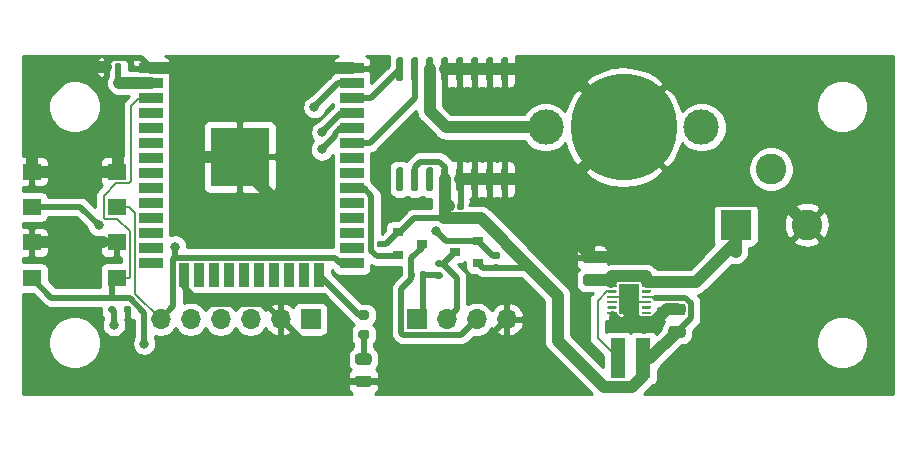
<source format=gtl>
%TF.GenerationSoftware,KiCad,Pcbnew,5.1.10-6.fc33*%
%TF.CreationDate,2021-10-21T00:53:11-07:00*%
%TF.ProjectId,esp32_7seg_alarm_clock_controller,65737033-325f-4377-9365-675f616c6172,rev?*%
%TF.SameCoordinates,Original*%
%TF.FileFunction,Copper,L1,Top*%
%TF.FilePolarity,Positive*%
%FSLAX46Y46*%
G04 Gerber Fmt 4.6, Leading zero omitted, Abs format (unit mm)*
G04 Created by KiCad (PCBNEW 5.1.10-6.fc33) date 2021-10-21 00:53:11*
%MOMM*%
%LPD*%
G01*
G04 APERTURE LIST*
%TA.AperFunction,ComponentPad*%
%ADD10C,3.000000*%
%TD*%
%TA.AperFunction,SMDPad,CuDef*%
%ADD11C,9.000000*%
%TD*%
%TA.AperFunction,ComponentPad*%
%ADD12R,1.700000X1.700000*%
%TD*%
%TA.AperFunction,ComponentPad*%
%ADD13O,1.700000X1.700000*%
%TD*%
%TA.AperFunction,ComponentPad*%
%ADD14R,2.600000X2.600000*%
%TD*%
%TA.AperFunction,ComponentPad*%
%ADD15C,2.600000*%
%TD*%
%TA.AperFunction,SMDPad,CuDef*%
%ADD16R,1.300000X3.400000*%
%TD*%
%TA.AperFunction,SMDPad,CuDef*%
%ADD17R,0.900000X0.800000*%
%TD*%
%TA.AperFunction,SMDPad,CuDef*%
%ADD18R,1.600000X1.400000*%
%TD*%
%TA.AperFunction,SMDPad,CuDef*%
%ADD19R,5.000000X5.000000*%
%TD*%
%TA.AperFunction,SMDPad,CuDef*%
%ADD20R,2.000000X0.900000*%
%TD*%
%TA.AperFunction,SMDPad,CuDef*%
%ADD21R,0.900000X2.000000*%
%TD*%
%TA.AperFunction,SMDPad,CuDef*%
%ADD22R,1.700000X2.500000*%
%TD*%
%TA.AperFunction,ViaPad*%
%ADD23C,0.800000*%
%TD*%
%TA.AperFunction,Conductor*%
%ADD24C,1.000000*%
%TD*%
%TA.AperFunction,Conductor*%
%ADD25C,0.500000*%
%TD*%
%TA.AperFunction,Conductor*%
%ADD26C,0.200000*%
%TD*%
%TA.AperFunction,Conductor*%
%ADD27C,0.254000*%
%TD*%
%TA.AperFunction,Conductor*%
%ADD28C,0.100000*%
%TD*%
G04 APERTURE END LIST*
D10*
%TO.P,BT1,1*%
%TO.N,Net-(BT1-Pad1)*%
X158100000Y-106750000D03*
X144900000Y-106750000D03*
D11*
%TO.P,BT1,2*%
%TO.N,PROG_GND*%
X151500000Y-106750000D03*
%TD*%
%TO.P,C1,1*%
%TO.N,PROG_GND*%
%TA.AperFunction,SMDPad,CuDef*%
G36*
G01*
X109695000Y-122460000D02*
X109355000Y-122460000D01*
G75*
G02*
X109215000Y-122320000I0J140000D01*
G01*
X109215000Y-122040000D01*
G75*
G02*
X109355000Y-121900000I140000J0D01*
G01*
X109695000Y-121900000D01*
G75*
G02*
X109835000Y-122040000I0J-140000D01*
G01*
X109835000Y-122320000D01*
G75*
G02*
X109695000Y-122460000I-140000J0D01*
G01*
G37*
%TD.AperFunction*%
%TO.P,C1,2*%
%TO.N,ESP_RST-ENA*%
%TA.AperFunction,SMDPad,CuDef*%
G36*
G01*
X109695000Y-121500000D02*
X109355000Y-121500000D01*
G75*
G02*
X109215000Y-121360000I0J140000D01*
G01*
X109215000Y-121080000D01*
G75*
G02*
X109355000Y-120940000I140000J0D01*
G01*
X109695000Y-120940000D01*
G75*
G02*
X109835000Y-121080000I0J-140000D01*
G01*
X109835000Y-121360000D01*
G75*
G02*
X109695000Y-121500000I-140000J0D01*
G01*
G37*
%TD.AperFunction*%
%TD*%
%TO.P,C2,2*%
%TO.N,PROG_GND*%
%TA.AperFunction,SMDPad,CuDef*%
G36*
G01*
X137425000Y-113620000D02*
X137425000Y-113280000D01*
G75*
G02*
X137565000Y-113140000I140000J0D01*
G01*
X137845000Y-113140000D01*
G75*
G02*
X137985000Y-113280000I0J-140000D01*
G01*
X137985000Y-113620000D01*
G75*
G02*
X137845000Y-113760000I-140000J0D01*
G01*
X137565000Y-113760000D01*
G75*
G02*
X137425000Y-113620000I0J140000D01*
G01*
G37*
%TD.AperFunction*%
%TO.P,C2,1*%
%TO.N,+3V3*%
%TA.AperFunction,SMDPad,CuDef*%
G36*
G01*
X136465000Y-113620000D02*
X136465000Y-113280000D01*
G75*
G02*
X136605000Y-113140000I140000J0D01*
G01*
X136885000Y-113140000D01*
G75*
G02*
X137025000Y-113280000I0J-140000D01*
G01*
X137025000Y-113620000D01*
G75*
G02*
X136885000Y-113760000I-140000J0D01*
G01*
X136605000Y-113760000D01*
G75*
G02*
X136465000Y-113620000I0J140000D01*
G01*
G37*
%TD.AperFunction*%
%TD*%
%TO.P,C3,1*%
%TO.N,+3V3*%
%TA.AperFunction,SMDPad,CuDef*%
G36*
G01*
X108985000Y-101480000D02*
X108985000Y-101820000D01*
G75*
G02*
X108845000Y-101960000I-140000J0D01*
G01*
X108565000Y-101960000D01*
G75*
G02*
X108425000Y-101820000I0J140000D01*
G01*
X108425000Y-101480000D01*
G75*
G02*
X108565000Y-101340000I140000J0D01*
G01*
X108845000Y-101340000D01*
G75*
G02*
X108985000Y-101480000I0J-140000D01*
G01*
G37*
%TD.AperFunction*%
%TO.P,C3,2*%
%TO.N,PROG_GND*%
%TA.AperFunction,SMDPad,CuDef*%
G36*
G01*
X108025000Y-101480000D02*
X108025000Y-101820000D01*
G75*
G02*
X107885000Y-101960000I-140000J0D01*
G01*
X107605000Y-101960000D01*
G75*
G02*
X107465000Y-101820000I0J140000D01*
G01*
X107465000Y-101480000D01*
G75*
G02*
X107605000Y-101340000I140000J0D01*
G01*
X107885000Y-101340000D01*
G75*
G02*
X108025000Y-101480000I0J-140000D01*
G01*
G37*
%TD.AperFunction*%
%TD*%
%TO.P,C4,2*%
%TO.N,PROG_GND*%
%TA.AperFunction,SMDPad,CuDef*%
G36*
G01*
X149275000Y-118275000D02*
X148325000Y-118275000D01*
G75*
G02*
X148075000Y-118025000I0J250000D01*
G01*
X148075000Y-117525000D01*
G75*
G02*
X148325000Y-117275000I250000J0D01*
G01*
X149275000Y-117275000D01*
G75*
G02*
X149525000Y-117525000I0J-250000D01*
G01*
X149525000Y-118025000D01*
G75*
G02*
X149275000Y-118275000I-250000J0D01*
G01*
G37*
%TD.AperFunction*%
%TO.P,C4,1*%
%TO.N,+5V*%
%TA.AperFunction,SMDPad,CuDef*%
G36*
G01*
X149275000Y-120175000D02*
X148325000Y-120175000D01*
G75*
G02*
X148075000Y-119925000I0J250000D01*
G01*
X148075000Y-119425000D01*
G75*
G02*
X148325000Y-119175000I250000J0D01*
G01*
X149275000Y-119175000D01*
G75*
G02*
X149525000Y-119425000I0J-250000D01*
G01*
X149525000Y-119925000D01*
G75*
G02*
X149275000Y-120175000I-250000J0D01*
G01*
G37*
%TD.AperFunction*%
%TD*%
%TO.P,C5,1*%
%TO.N,+3V3*%
%TA.AperFunction,SMDPad,CuDef*%
G36*
G01*
X156500000Y-124575000D02*
X155550000Y-124575000D01*
G75*
G02*
X155300000Y-124325000I0J250000D01*
G01*
X155300000Y-123825000D01*
G75*
G02*
X155550000Y-123575000I250000J0D01*
G01*
X156500000Y-123575000D01*
G75*
G02*
X156750000Y-123825000I0J-250000D01*
G01*
X156750000Y-124325000D01*
G75*
G02*
X156500000Y-124575000I-250000J0D01*
G01*
G37*
%TD.AperFunction*%
%TO.P,C5,2*%
%TO.N,PROG_GND*%
%TA.AperFunction,SMDPad,CuDef*%
G36*
G01*
X156500000Y-122675000D02*
X155550000Y-122675000D01*
G75*
G02*
X155300000Y-122425000I0J250000D01*
G01*
X155300000Y-121925000D01*
G75*
G02*
X155550000Y-121675000I250000J0D01*
G01*
X156500000Y-121675000D01*
G75*
G02*
X156750000Y-121925000I0J-250000D01*
G01*
X156750000Y-122425000D01*
G75*
G02*
X156500000Y-122675000I-250000J0D01*
G01*
G37*
%TD.AperFunction*%
%TD*%
%TO.P,D1,1*%
%TO.N,PROG_GND*%
%TA.AperFunction,SMDPad,CuDef*%
G36*
G01*
X129931250Y-128750000D02*
X129018750Y-128750000D01*
G75*
G02*
X128775000Y-128506250I0J243750D01*
G01*
X128775000Y-128018750D01*
G75*
G02*
X129018750Y-127775000I243750J0D01*
G01*
X129931250Y-127775000D01*
G75*
G02*
X130175000Y-128018750I0J-243750D01*
G01*
X130175000Y-128506250D01*
G75*
G02*
X129931250Y-128750000I-243750J0D01*
G01*
G37*
%TD.AperFunction*%
%TO.P,D1,2*%
%TO.N,Net-(D1-Pad2)*%
%TA.AperFunction,SMDPad,CuDef*%
G36*
G01*
X129931250Y-126875000D02*
X129018750Y-126875000D01*
G75*
G02*
X128775000Y-126631250I0J243750D01*
G01*
X128775000Y-126143750D01*
G75*
G02*
X129018750Y-125900000I243750J0D01*
G01*
X129931250Y-125900000D01*
G75*
G02*
X130175000Y-126143750I0J-243750D01*
G01*
X130175000Y-126631250D01*
G75*
G02*
X129931250Y-126875000I-243750J0D01*
G01*
G37*
%TD.AperFunction*%
%TD*%
D12*
%TO.P,J1,1*%
%TO.N,ESP_RST-ENA*%
X125000000Y-123000000D03*
D13*
%TO.P,J1,2*%
%TO.N,PROG_GND*%
X122460000Y-123000000D03*
%TO.P,J1,3*%
%TO.N,Net-(J1-Pad3)*%
X119920000Y-123000000D03*
%TO.P,J1,4*%
%TO.N,PROG_RX*%
X117380000Y-123000000D03*
%TO.P,J1,5*%
%TO.N,PROG_TX*%
X114840000Y-123000000D03*
%TO.P,J1,6*%
%TO.N,ESP_IO0*%
X112300000Y-123000000D03*
%TD*%
D14*
%TO.P,J2,1*%
%TO.N,+5V*%
X161000000Y-115000000D03*
D15*
%TO.P,J2,2*%
%TO.N,PROG_GND*%
X167000000Y-115000000D03*
%TO.P,J2,3*%
%TO.N,N/C*%
X164000000Y-110300000D03*
%TD*%
D12*
%TO.P,J3,1*%
%TO.N,+5V*%
X134000000Y-123000000D03*
D13*
%TO.P,J3,2*%
%TO.N,7SD*%
X136540000Y-123000000D03*
%TO.P,J3,3*%
%TO.N,7SCLK*%
X139080000Y-123000000D03*
%TO.P,J3,4*%
%TO.N,PROG_GND*%
X141620000Y-123000000D03*
%TD*%
D16*
%TO.P,L1,1*%
%TO.N,Net-(L1-Pad1)*%
X151025000Y-126325000D03*
%TO.P,L1,2*%
%TO.N,+3V3*%
X153125000Y-126325000D03*
%TD*%
D17*
%TO.P,Q1,3*%
%TO.N,7SCLK*%
X134400000Y-116600000D03*
%TO.P,Q1,2*%
%TO.N,VspiCLK*%
X132400000Y-117550000D03*
%TO.P,Q1,1*%
%TO.N,+3V3*%
X132400000Y-115650000D03*
%TD*%
%TO.P,Q2,1*%
%TO.N,+3V3*%
X139200000Y-118250000D03*
%TO.P,Q2,2*%
%TO.N,VspiMOSI*%
X139200000Y-116350000D03*
%TO.P,Q2,3*%
%TO.N,7SD*%
X137200000Y-117300000D03*
%TD*%
%TO.P,R1,1*%
%TO.N,+3V3*%
%TA.AperFunction,SMDPad,CuDef*%
G36*
G01*
X108385000Y-122455000D02*
X108015000Y-122455000D01*
G75*
G02*
X107880000Y-122320000I0J135000D01*
G01*
X107880000Y-122050000D01*
G75*
G02*
X108015000Y-121915000I135000J0D01*
G01*
X108385000Y-121915000D01*
G75*
G02*
X108520000Y-122050000I0J-135000D01*
G01*
X108520000Y-122320000D01*
G75*
G02*
X108385000Y-122455000I-135000J0D01*
G01*
G37*
%TD.AperFunction*%
%TO.P,R1,2*%
%TO.N,ESP_RST-ENA*%
%TA.AperFunction,SMDPad,CuDef*%
G36*
G01*
X108385000Y-121435000D02*
X108015000Y-121435000D01*
G75*
G02*
X107880000Y-121300000I0J135000D01*
G01*
X107880000Y-121030000D01*
G75*
G02*
X108015000Y-120895000I135000J0D01*
G01*
X108385000Y-120895000D01*
G75*
G02*
X108520000Y-121030000I0J-135000D01*
G01*
X108520000Y-121300000D01*
G75*
G02*
X108385000Y-121435000I-135000J0D01*
G01*
G37*
%TD.AperFunction*%
%TD*%
%TO.P,R2,1*%
%TO.N,Net-(D1-Pad2)*%
%TA.AperFunction,SMDPad,CuDef*%
G36*
G01*
X129775000Y-124700000D02*
X129225000Y-124700000D01*
G75*
G02*
X129025000Y-124500000I0J200000D01*
G01*
X129025000Y-124100000D01*
G75*
G02*
X129225000Y-123900000I200000J0D01*
G01*
X129775000Y-123900000D01*
G75*
G02*
X129975000Y-124100000I0J-200000D01*
G01*
X129975000Y-124500000D01*
G75*
G02*
X129775000Y-124700000I-200000J0D01*
G01*
G37*
%TD.AperFunction*%
%TO.P,R2,2*%
%TO.N,Net-(R2-Pad2)*%
%TA.AperFunction,SMDPad,CuDef*%
G36*
G01*
X129775000Y-123050000D02*
X129225000Y-123050000D01*
G75*
G02*
X129025000Y-122850000I0J200000D01*
G01*
X129025000Y-122450000D01*
G75*
G02*
X129225000Y-122250000I200000J0D01*
G01*
X129775000Y-122250000D01*
G75*
G02*
X129975000Y-122450000I0J-200000D01*
G01*
X129975000Y-122850000D01*
G75*
G02*
X129775000Y-123050000I-200000J0D01*
G01*
G37*
%TD.AperFunction*%
%TD*%
%TO.P,R3,1*%
%TO.N,+3V3*%
%TA.AperFunction,SMDPad,CuDef*%
G36*
G01*
X130740000Y-116385000D02*
X131110000Y-116385000D01*
G75*
G02*
X131245000Y-116520000I0J-135000D01*
G01*
X131245000Y-116790000D01*
G75*
G02*
X131110000Y-116925000I-135000J0D01*
G01*
X130740000Y-116925000D01*
G75*
G02*
X130605000Y-116790000I0J135000D01*
G01*
X130605000Y-116520000D01*
G75*
G02*
X130740000Y-116385000I135000J0D01*
G01*
G37*
%TD.AperFunction*%
%TO.P,R3,2*%
%TO.N,VspiCLK*%
%TA.AperFunction,SMDPad,CuDef*%
G36*
G01*
X130740000Y-117405000D02*
X131110000Y-117405000D01*
G75*
G02*
X131245000Y-117540000I0J-135000D01*
G01*
X131245000Y-117810000D01*
G75*
G02*
X131110000Y-117945000I-135000J0D01*
G01*
X130740000Y-117945000D01*
G75*
G02*
X130605000Y-117810000I0J135000D01*
G01*
X130605000Y-117540000D01*
G75*
G02*
X130740000Y-117405000I135000J0D01*
G01*
G37*
%TD.AperFunction*%
%TD*%
%TO.P,R4,2*%
%TO.N,VspiMOSI*%
%TA.AperFunction,SMDPad,CuDef*%
G36*
G01*
X140910000Y-117885000D02*
X140540000Y-117885000D01*
G75*
G02*
X140405000Y-117750000I0J135000D01*
G01*
X140405000Y-117480000D01*
G75*
G02*
X140540000Y-117345000I135000J0D01*
G01*
X140910000Y-117345000D01*
G75*
G02*
X141045000Y-117480000I0J-135000D01*
G01*
X141045000Y-117750000D01*
G75*
G02*
X140910000Y-117885000I-135000J0D01*
G01*
G37*
%TD.AperFunction*%
%TO.P,R4,1*%
%TO.N,+3V3*%
%TA.AperFunction,SMDPad,CuDef*%
G36*
G01*
X140910000Y-118905000D02*
X140540000Y-118905000D01*
G75*
G02*
X140405000Y-118770000I0J135000D01*
G01*
X140405000Y-118500000D01*
G75*
G02*
X140540000Y-118365000I135000J0D01*
G01*
X140910000Y-118365000D01*
G75*
G02*
X141045000Y-118500000I0J-135000D01*
G01*
X141045000Y-118770000D01*
G75*
G02*
X140910000Y-118905000I-135000J0D01*
G01*
G37*
%TD.AperFunction*%
%TD*%
%TO.P,R5,2*%
%TO.N,7SCLK*%
%TA.AperFunction,SMDPad,CuDef*%
G36*
G01*
X133810000Y-119065000D02*
X133810000Y-119435000D01*
G75*
G02*
X133675000Y-119570000I-135000J0D01*
G01*
X133405000Y-119570000D01*
G75*
G02*
X133270000Y-119435000I0J135000D01*
G01*
X133270000Y-119065000D01*
G75*
G02*
X133405000Y-118930000I135000J0D01*
G01*
X133675000Y-118930000D01*
G75*
G02*
X133810000Y-119065000I0J-135000D01*
G01*
G37*
%TD.AperFunction*%
%TO.P,R5,1*%
%TO.N,+5V*%
%TA.AperFunction,SMDPad,CuDef*%
G36*
G01*
X134830000Y-119065000D02*
X134830000Y-119435000D01*
G75*
G02*
X134695000Y-119570000I-135000J0D01*
G01*
X134425000Y-119570000D01*
G75*
G02*
X134290000Y-119435000I0J135000D01*
G01*
X134290000Y-119065000D01*
G75*
G02*
X134425000Y-118930000I135000J0D01*
G01*
X134695000Y-118930000D01*
G75*
G02*
X134830000Y-119065000I0J-135000D01*
G01*
G37*
%TD.AperFunction*%
%TD*%
%TO.P,R6,1*%
%TO.N,+5V*%
%TA.AperFunction,SMDPad,CuDef*%
G36*
G01*
X136060000Y-119580000D02*
X135690000Y-119580000D01*
G75*
G02*
X135555000Y-119445000I0J135000D01*
G01*
X135555000Y-119175000D01*
G75*
G02*
X135690000Y-119040000I135000J0D01*
G01*
X136060000Y-119040000D01*
G75*
G02*
X136195000Y-119175000I0J-135000D01*
G01*
X136195000Y-119445000D01*
G75*
G02*
X136060000Y-119580000I-135000J0D01*
G01*
G37*
%TD.AperFunction*%
%TO.P,R6,2*%
%TO.N,7SD*%
%TA.AperFunction,SMDPad,CuDef*%
G36*
G01*
X136060000Y-118560000D02*
X135690000Y-118560000D01*
G75*
G02*
X135555000Y-118425000I0J135000D01*
G01*
X135555000Y-118155000D01*
G75*
G02*
X135690000Y-118020000I135000J0D01*
G01*
X136060000Y-118020000D01*
G75*
G02*
X136195000Y-118155000I0J-135000D01*
G01*
X136195000Y-118425000D01*
G75*
G02*
X136060000Y-118560000I-135000J0D01*
G01*
G37*
%TD.AperFunction*%
%TD*%
D18*
%TO.P,SW1,2*%
%TO.N,ESP_IO0*%
X101400000Y-113500000D03*
X108600000Y-113500000D03*
%TO.P,SW1,1*%
%TO.N,PROG_GND*%
X101400000Y-110500000D03*
X108600000Y-110500000D03*
%TD*%
%TO.P,SW2,1*%
%TO.N,PROG_GND*%
X108600000Y-116500000D03*
X101400000Y-116500000D03*
%TO.P,SW2,2*%
%TO.N,ESP_RST-ENA*%
X108600000Y-119500000D03*
X101400000Y-119500000D03*
%TD*%
%TO.P,U1,1*%
%TO.N,Net-(U1-Pad1)*%
%TA.AperFunction,SMDPad,CuDef*%
G36*
G01*
X132705000Y-112175000D02*
X132405000Y-112175000D01*
G75*
G02*
X132255000Y-112025000I0J150000D01*
G01*
X132255000Y-110275000D01*
G75*
G02*
X132405000Y-110125000I150000J0D01*
G01*
X132705000Y-110125000D01*
G75*
G02*
X132855000Y-110275000I0J-150000D01*
G01*
X132855000Y-112025000D01*
G75*
G02*
X132705000Y-112175000I-150000J0D01*
G01*
G37*
%TD.AperFunction*%
%TO.P,U1,2*%
%TO.N,+3V3*%
%TA.AperFunction,SMDPad,CuDef*%
G36*
G01*
X133975000Y-112175000D02*
X133675000Y-112175000D01*
G75*
G02*
X133525000Y-112025000I0J150000D01*
G01*
X133525000Y-110275000D01*
G75*
G02*
X133675000Y-110125000I150000J0D01*
G01*
X133975000Y-110125000D01*
G75*
G02*
X134125000Y-110275000I0J-150000D01*
G01*
X134125000Y-112025000D01*
G75*
G02*
X133975000Y-112175000I-150000J0D01*
G01*
G37*
%TD.AperFunction*%
%TO.P,U1,3*%
%TO.N,Net-(U1-Pad3)*%
%TA.AperFunction,SMDPad,CuDef*%
G36*
G01*
X135245000Y-112175000D02*
X134945000Y-112175000D01*
G75*
G02*
X134795000Y-112025000I0J150000D01*
G01*
X134795000Y-110275000D01*
G75*
G02*
X134945000Y-110125000I150000J0D01*
G01*
X135245000Y-110125000D01*
G75*
G02*
X135395000Y-110275000I0J-150000D01*
G01*
X135395000Y-112025000D01*
G75*
G02*
X135245000Y-112175000I-150000J0D01*
G01*
G37*
%TD.AperFunction*%
%TO.P,U1,4*%
%TO.N,+3V3*%
%TA.AperFunction,SMDPad,CuDef*%
G36*
G01*
X136515000Y-112175000D02*
X136215000Y-112175000D01*
G75*
G02*
X136065000Y-112025000I0J150000D01*
G01*
X136065000Y-110275000D01*
G75*
G02*
X136215000Y-110125000I150000J0D01*
G01*
X136515000Y-110125000D01*
G75*
G02*
X136665000Y-110275000I0J-150000D01*
G01*
X136665000Y-112025000D01*
G75*
G02*
X136515000Y-112175000I-150000J0D01*
G01*
G37*
%TD.AperFunction*%
%TO.P,U1,5*%
%TO.N,PROG_GND*%
%TA.AperFunction,SMDPad,CuDef*%
G36*
G01*
X137785000Y-112175000D02*
X137485000Y-112175000D01*
G75*
G02*
X137335000Y-112025000I0J150000D01*
G01*
X137335000Y-110275000D01*
G75*
G02*
X137485000Y-110125000I150000J0D01*
G01*
X137785000Y-110125000D01*
G75*
G02*
X137935000Y-110275000I0J-150000D01*
G01*
X137935000Y-112025000D01*
G75*
G02*
X137785000Y-112175000I-150000J0D01*
G01*
G37*
%TD.AperFunction*%
%TO.P,U1,6*%
%TA.AperFunction,SMDPad,CuDef*%
G36*
G01*
X139055000Y-112175000D02*
X138755000Y-112175000D01*
G75*
G02*
X138605000Y-112025000I0J150000D01*
G01*
X138605000Y-110275000D01*
G75*
G02*
X138755000Y-110125000I150000J0D01*
G01*
X139055000Y-110125000D01*
G75*
G02*
X139205000Y-110275000I0J-150000D01*
G01*
X139205000Y-112025000D01*
G75*
G02*
X139055000Y-112175000I-150000J0D01*
G01*
G37*
%TD.AperFunction*%
%TO.P,U1,7*%
%TA.AperFunction,SMDPad,CuDef*%
G36*
G01*
X140325000Y-112175000D02*
X140025000Y-112175000D01*
G75*
G02*
X139875000Y-112025000I0J150000D01*
G01*
X139875000Y-110275000D01*
G75*
G02*
X140025000Y-110125000I150000J0D01*
G01*
X140325000Y-110125000D01*
G75*
G02*
X140475000Y-110275000I0J-150000D01*
G01*
X140475000Y-112025000D01*
G75*
G02*
X140325000Y-112175000I-150000J0D01*
G01*
G37*
%TD.AperFunction*%
%TO.P,U1,8*%
%TA.AperFunction,SMDPad,CuDef*%
G36*
G01*
X141595000Y-112175000D02*
X141295000Y-112175000D01*
G75*
G02*
X141145000Y-112025000I0J150000D01*
G01*
X141145000Y-110275000D01*
G75*
G02*
X141295000Y-110125000I150000J0D01*
G01*
X141595000Y-110125000D01*
G75*
G02*
X141745000Y-110275000I0J-150000D01*
G01*
X141745000Y-112025000D01*
G75*
G02*
X141595000Y-112175000I-150000J0D01*
G01*
G37*
%TD.AperFunction*%
%TO.P,U1,9*%
%TA.AperFunction,SMDPad,CuDef*%
G36*
G01*
X141595000Y-102875000D02*
X141295000Y-102875000D01*
G75*
G02*
X141145000Y-102725000I0J150000D01*
G01*
X141145000Y-100975000D01*
G75*
G02*
X141295000Y-100825000I150000J0D01*
G01*
X141595000Y-100825000D01*
G75*
G02*
X141745000Y-100975000I0J-150000D01*
G01*
X141745000Y-102725000D01*
G75*
G02*
X141595000Y-102875000I-150000J0D01*
G01*
G37*
%TD.AperFunction*%
%TO.P,U1,10*%
%TA.AperFunction,SMDPad,CuDef*%
G36*
G01*
X140325000Y-102875000D02*
X140025000Y-102875000D01*
G75*
G02*
X139875000Y-102725000I0J150000D01*
G01*
X139875000Y-100975000D01*
G75*
G02*
X140025000Y-100825000I150000J0D01*
G01*
X140325000Y-100825000D01*
G75*
G02*
X140475000Y-100975000I0J-150000D01*
G01*
X140475000Y-102725000D01*
G75*
G02*
X140325000Y-102875000I-150000J0D01*
G01*
G37*
%TD.AperFunction*%
%TO.P,U1,11*%
%TA.AperFunction,SMDPad,CuDef*%
G36*
G01*
X139055000Y-102875000D02*
X138755000Y-102875000D01*
G75*
G02*
X138605000Y-102725000I0J150000D01*
G01*
X138605000Y-100975000D01*
G75*
G02*
X138755000Y-100825000I150000J0D01*
G01*
X139055000Y-100825000D01*
G75*
G02*
X139205000Y-100975000I0J-150000D01*
G01*
X139205000Y-102725000D01*
G75*
G02*
X139055000Y-102875000I-150000J0D01*
G01*
G37*
%TD.AperFunction*%
%TO.P,U1,12*%
%TA.AperFunction,SMDPad,CuDef*%
G36*
G01*
X137785000Y-102875000D02*
X137485000Y-102875000D01*
G75*
G02*
X137335000Y-102725000I0J150000D01*
G01*
X137335000Y-100975000D01*
G75*
G02*
X137485000Y-100825000I150000J0D01*
G01*
X137785000Y-100825000D01*
G75*
G02*
X137935000Y-100975000I0J-150000D01*
G01*
X137935000Y-102725000D01*
G75*
G02*
X137785000Y-102875000I-150000J0D01*
G01*
G37*
%TD.AperFunction*%
%TO.P,U1,13*%
%TA.AperFunction,SMDPad,CuDef*%
G36*
G01*
X136515000Y-102875000D02*
X136215000Y-102875000D01*
G75*
G02*
X136065000Y-102725000I0J150000D01*
G01*
X136065000Y-100975000D01*
G75*
G02*
X136215000Y-100825000I150000J0D01*
G01*
X136515000Y-100825000D01*
G75*
G02*
X136665000Y-100975000I0J-150000D01*
G01*
X136665000Y-102725000D01*
G75*
G02*
X136515000Y-102875000I-150000J0D01*
G01*
G37*
%TD.AperFunction*%
%TO.P,U1,14*%
%TO.N,Net-(BT1-Pad1)*%
%TA.AperFunction,SMDPad,CuDef*%
G36*
G01*
X135245000Y-102875000D02*
X134945000Y-102875000D01*
G75*
G02*
X134795000Y-102725000I0J150000D01*
G01*
X134795000Y-100975000D01*
G75*
G02*
X134945000Y-100825000I150000J0D01*
G01*
X135245000Y-100825000D01*
G75*
G02*
X135395000Y-100975000I0J-150000D01*
G01*
X135395000Y-102725000D01*
G75*
G02*
X135245000Y-102875000I-150000J0D01*
G01*
G37*
%TD.AperFunction*%
%TO.P,U1,15*%
%TO.N,SDA*%
%TA.AperFunction,SMDPad,CuDef*%
G36*
G01*
X133975000Y-102875000D02*
X133675000Y-102875000D01*
G75*
G02*
X133525000Y-102725000I0J150000D01*
G01*
X133525000Y-100975000D01*
G75*
G02*
X133675000Y-100825000I150000J0D01*
G01*
X133975000Y-100825000D01*
G75*
G02*
X134125000Y-100975000I0J-150000D01*
G01*
X134125000Y-102725000D01*
G75*
G02*
X133975000Y-102875000I-150000J0D01*
G01*
G37*
%TD.AperFunction*%
%TO.P,U1,16*%
%TO.N,SCL*%
%TA.AperFunction,SMDPad,CuDef*%
G36*
G01*
X132705000Y-102875000D02*
X132405000Y-102875000D01*
G75*
G02*
X132255000Y-102725000I0J150000D01*
G01*
X132255000Y-100975000D01*
G75*
G02*
X132405000Y-100825000I150000J0D01*
G01*
X132705000Y-100825000D01*
G75*
G02*
X132855000Y-100975000I0J-150000D01*
G01*
X132855000Y-102725000D01*
G75*
G02*
X132705000Y-102875000I-150000J0D01*
G01*
G37*
%TD.AperFunction*%
%TD*%
D19*
%TO.P,U2,39*%
%TO.N,PROG_GND*%
X119000000Y-109245000D03*
D20*
%TO.P,U2,1*%
X111500000Y-101745000D03*
%TO.P,U2,2*%
%TO.N,+3V3*%
X111500000Y-103015000D03*
%TO.P,U2,3*%
%TO.N,ESP_RST-ENA*%
X111500000Y-104285000D03*
%TO.P,U2,4*%
%TO.N,Net-(U2-Pad4)*%
X111500000Y-105555000D03*
%TO.P,U2,5*%
%TO.N,Net-(U2-Pad5)*%
X111500000Y-106825000D03*
%TO.P,U2,6*%
%TO.N,Net-(U2-Pad6)*%
X111500000Y-108095000D03*
%TO.P,U2,7*%
%TO.N,Net-(U2-Pad7)*%
X111500000Y-109365000D03*
%TO.P,U2,8*%
%TO.N,Net-(U2-Pad8)*%
X111500000Y-110635000D03*
%TO.P,U2,9*%
%TO.N,Net-(U2-Pad9)*%
X111500000Y-111905000D03*
%TO.P,U2,10*%
%TO.N,Net-(U2-Pad10)*%
X111500000Y-113175000D03*
%TO.P,U2,11*%
%TO.N,Net-(U2-Pad11)*%
X111500000Y-114445000D03*
%TO.P,U2,12*%
%TO.N,Net-(U2-Pad12)*%
X111500000Y-115715000D03*
%TO.P,U2,13*%
%TO.N,HspiCLK*%
X111500000Y-116985000D03*
%TO.P,U2,14*%
%TO.N,HspiMISO*%
X111500000Y-118255000D03*
D21*
%TO.P,U2,15*%
%TO.N,PROG_GND*%
X114285000Y-119255000D03*
%TO.P,U2,16*%
%TO.N,HspiMOSI*%
X115555000Y-119255000D03*
%TO.P,U2,17*%
%TO.N,Net-(U2-Pad17)*%
X116825000Y-119255000D03*
%TO.P,U2,18*%
%TO.N,Net-(U2-Pad18)*%
X118095000Y-119255000D03*
%TO.P,U2,19*%
%TO.N,Net-(U2-Pad19)*%
X119365000Y-119255000D03*
%TO.P,U2,20*%
%TO.N,Net-(U2-Pad20)*%
X120635000Y-119255000D03*
%TO.P,U2,21*%
%TO.N,Net-(U2-Pad21)*%
X121905000Y-119255000D03*
%TO.P,U2,22*%
%TO.N,Net-(U2-Pad22)*%
X123175000Y-119255000D03*
%TO.P,U2,23*%
%TO.N,HspiCS0*%
X124445000Y-119255000D03*
%TO.P,U2,24*%
%TO.N,Net-(R2-Pad2)*%
X125715000Y-119255000D03*
D20*
%TO.P,U2,25*%
%TO.N,ESP_IO0*%
X128500000Y-118255000D03*
%TO.P,U2,26*%
%TO.N,Net-(U2-Pad26)*%
X128500000Y-116985000D03*
%TO.P,U2,27*%
%TO.N,Net-(U2-Pad27)*%
X128500000Y-115715000D03*
%TO.P,U2,28*%
%TO.N,Net-(U2-Pad28)*%
X128500000Y-114445000D03*
%TO.P,U2,29*%
%TO.N,VspiCS0*%
X128500000Y-113175000D03*
%TO.P,U2,30*%
%TO.N,VspiCLK*%
X128500000Y-111905000D03*
%TO.P,U2,31*%
%TO.N,VspiMISO*%
X128500000Y-110635000D03*
%TO.P,U2,32*%
%TO.N,Net-(U2-Pad32)*%
X128500000Y-109365000D03*
%TO.P,U2,33*%
%TO.N,SDA*%
X128500000Y-108095000D03*
%TO.P,U2,34*%
%TO.N,PROG_RX*%
X128500000Y-106825000D03*
%TO.P,U2,35*%
%TO.N,PROG_TX*%
X128500000Y-105555000D03*
%TO.P,U2,36*%
%TO.N,SCL*%
X128500000Y-104285000D03*
%TO.P,U2,37*%
%TO.N,VspiMOSI*%
X128500000Y-103015000D03*
%TO.P,U2,38*%
%TO.N,PROG_GND*%
X128500000Y-101745000D03*
%TD*%
%TO.P,U3,1*%
%TO.N,Net-(U3-Pad1)*%
%TA.AperFunction,SMDPad,CuDef*%
G36*
G01*
X153825000Y-122400000D02*
X153825000Y-122500000D01*
G75*
G02*
X153775000Y-122550000I-50000J0D01*
G01*
X153075000Y-122550000D01*
G75*
G02*
X153025000Y-122500000I0J50000D01*
G01*
X153025000Y-122400000D01*
G75*
G02*
X153075000Y-122350000I50000J0D01*
G01*
X153775000Y-122350000D01*
G75*
G02*
X153825000Y-122400000I0J-50000D01*
G01*
G37*
%TD.AperFunction*%
%TO.P,U3,2*%
%TO.N,Net-(U3-Pad2)*%
%TA.AperFunction,SMDPad,CuDef*%
G36*
G01*
X153825000Y-121950000D02*
X153825000Y-122050000D01*
G75*
G02*
X153775000Y-122100000I-50000J0D01*
G01*
X153075000Y-122100000D01*
G75*
G02*
X153025000Y-122050000I0J50000D01*
G01*
X153025000Y-121950000D01*
G75*
G02*
X153075000Y-121900000I50000J0D01*
G01*
X153775000Y-121900000D01*
G75*
G02*
X153825000Y-121950000I0J-50000D01*
G01*
G37*
%TD.AperFunction*%
%TO.P,U3,3*%
%TO.N,PROG_GND*%
%TA.AperFunction,SMDPad,CuDef*%
G36*
G01*
X153825000Y-121500000D02*
X153825000Y-121600000D01*
G75*
G02*
X153775000Y-121650000I-50000J0D01*
G01*
X153075000Y-121650000D01*
G75*
G02*
X153025000Y-121600000I0J50000D01*
G01*
X153025000Y-121500000D01*
G75*
G02*
X153075000Y-121450000I50000J0D01*
G01*
X153775000Y-121450000D01*
G75*
G02*
X153825000Y-121500000I0J-50000D01*
G01*
G37*
%TD.AperFunction*%
%TO.P,U3,4*%
%TO.N,+3V3*%
%TA.AperFunction,SMDPad,CuDef*%
G36*
G01*
X153825000Y-121050000D02*
X153825000Y-121150000D01*
G75*
G02*
X153775000Y-121200000I-50000J0D01*
G01*
X153075000Y-121200000D01*
G75*
G02*
X153025000Y-121150000I0J50000D01*
G01*
X153025000Y-121050000D01*
G75*
G02*
X153075000Y-121000000I50000J0D01*
G01*
X153775000Y-121000000D01*
G75*
G02*
X153825000Y-121050000I0J-50000D01*
G01*
G37*
%TD.AperFunction*%
%TO.P,U3,5*%
%TO.N,Net-(U3-Pad5)*%
%TA.AperFunction,SMDPad,CuDef*%
G36*
G01*
X153825000Y-120600000D02*
X153825000Y-120700000D01*
G75*
G02*
X153775000Y-120750000I-50000J0D01*
G01*
X153075000Y-120750000D01*
G75*
G02*
X153025000Y-120700000I0J50000D01*
G01*
X153025000Y-120600000D01*
G75*
G02*
X153075000Y-120550000I50000J0D01*
G01*
X153775000Y-120550000D01*
G75*
G02*
X153825000Y-120600000I0J-50000D01*
G01*
G37*
%TD.AperFunction*%
%TO.P,U3,6*%
%TO.N,+5V*%
%TA.AperFunction,SMDPad,CuDef*%
G36*
G01*
X153825000Y-120150000D02*
X153825000Y-120250000D01*
G75*
G02*
X153775000Y-120300000I-50000J0D01*
G01*
X153075000Y-120300000D01*
G75*
G02*
X153025000Y-120250000I0J50000D01*
G01*
X153025000Y-120150000D01*
G75*
G02*
X153075000Y-120100000I50000J0D01*
G01*
X153775000Y-120100000D01*
G75*
G02*
X153825000Y-120150000I0J-50000D01*
G01*
G37*
%TD.AperFunction*%
%TO.P,U3,7*%
%TA.AperFunction,SMDPad,CuDef*%
G36*
G01*
X150925000Y-120150000D02*
X150925000Y-120250000D01*
G75*
G02*
X150875000Y-120300000I-50000J0D01*
G01*
X150175000Y-120300000D01*
G75*
G02*
X150125000Y-120250000I0J50000D01*
G01*
X150125000Y-120150000D01*
G75*
G02*
X150175000Y-120100000I50000J0D01*
G01*
X150875000Y-120100000D01*
G75*
G02*
X150925000Y-120150000I0J-50000D01*
G01*
G37*
%TD.AperFunction*%
%TO.P,U3,8*%
%TO.N,Net-(L1-Pad1)*%
%TA.AperFunction,SMDPad,CuDef*%
G36*
G01*
X150925000Y-120600000D02*
X150925000Y-120700000D01*
G75*
G02*
X150875000Y-120750000I-50000J0D01*
G01*
X150175000Y-120750000D01*
G75*
G02*
X150125000Y-120700000I0J50000D01*
G01*
X150125000Y-120600000D01*
G75*
G02*
X150175000Y-120550000I50000J0D01*
G01*
X150875000Y-120550000D01*
G75*
G02*
X150925000Y-120600000I0J-50000D01*
G01*
G37*
%TD.AperFunction*%
%TO.P,U3,9*%
%TO.N,PROG_GND*%
%TA.AperFunction,SMDPad,CuDef*%
G36*
G01*
X150925000Y-121050000D02*
X150925000Y-121150000D01*
G75*
G02*
X150875000Y-121200000I-50000J0D01*
G01*
X150175000Y-121200000D01*
G75*
G02*
X150125000Y-121150000I0J50000D01*
G01*
X150125000Y-121050000D01*
G75*
G02*
X150175000Y-121000000I50000J0D01*
G01*
X150875000Y-121000000D01*
G75*
G02*
X150925000Y-121050000I0J-50000D01*
G01*
G37*
%TD.AperFunction*%
%TO.P,U3,10*%
%TO.N,Net-(U3-Pad10)*%
%TA.AperFunction,SMDPad,CuDef*%
G36*
G01*
X150925000Y-121500000D02*
X150925000Y-121600000D01*
G75*
G02*
X150875000Y-121650000I-50000J0D01*
G01*
X150175000Y-121650000D01*
G75*
G02*
X150125000Y-121600000I0J50000D01*
G01*
X150125000Y-121500000D01*
G75*
G02*
X150175000Y-121450000I50000J0D01*
G01*
X150875000Y-121450000D01*
G75*
G02*
X150925000Y-121500000I0J-50000D01*
G01*
G37*
%TD.AperFunction*%
%TO.P,U3,11*%
%TO.N,Net-(U3-Pad11)*%
%TA.AperFunction,SMDPad,CuDef*%
G36*
G01*
X150925000Y-121950000D02*
X150925000Y-122050000D01*
G75*
G02*
X150875000Y-122100000I-50000J0D01*
G01*
X150175000Y-122100000D01*
G75*
G02*
X150125000Y-122050000I0J50000D01*
G01*
X150125000Y-121950000D01*
G75*
G02*
X150175000Y-121900000I50000J0D01*
G01*
X150875000Y-121900000D01*
G75*
G02*
X150925000Y-121950000I0J-50000D01*
G01*
G37*
%TD.AperFunction*%
%TO.P,U3,12*%
%TO.N,PROG_GND*%
%TA.AperFunction,SMDPad,CuDef*%
G36*
G01*
X150925000Y-122400000D02*
X150925000Y-122500000D01*
G75*
G02*
X150875000Y-122550000I-50000J0D01*
G01*
X150175000Y-122550000D01*
G75*
G02*
X150125000Y-122500000I0J50000D01*
G01*
X150125000Y-122400000D01*
G75*
G02*
X150175000Y-122350000I50000J0D01*
G01*
X150875000Y-122350000D01*
G75*
G02*
X150925000Y-122400000I0J-50000D01*
G01*
G37*
%TD.AperFunction*%
D22*
%TO.P,U3,13*%
X151975000Y-121325000D03*
%TD*%
D23*
%TO.N,PROG_GND*%
X153275000Y-123750000D03*
X107450000Y-116500000D03*
X108725000Y-108300000D03*
X115300000Y-109250000D03*
X104050000Y-111200000D03*
X104175000Y-116500000D03*
X124925000Y-115900000D03*
%TO.N,ESP_RST-ENA*%
X110925000Y-125075000D03*
%TO.N,+3V3*%
X136275000Y-114450000D03*
X108825000Y-103000000D03*
X108350000Y-123475000D03*
%TO.N,PROG_RX*%
X125950000Y-108625000D03*
%TO.N,PROG_TX*%
X126000000Y-107175000D03*
%TO.N,ESP_IO0*%
X107075000Y-115050000D03*
X113550000Y-116850000D03*
%TO.N,VspiMOSI*%
X135650000Y-115500000D03*
X125322182Y-105052818D03*
%TD*%
D24*
%TO.N,Net-(BT1-Pad1)*%
X135095000Y-101850000D02*
X135095000Y-105395000D01*
X136450000Y-106750000D02*
X144900000Y-106750000D01*
X135095000Y-105395000D02*
X136450000Y-106750000D01*
%TO.N,PROG_GND*%
X151975000Y-122460676D02*
X151975000Y-121325000D01*
X152764334Y-123250010D02*
X151975000Y-122460676D01*
X154085666Y-123250010D02*
X152764334Y-123250010D01*
X155160676Y-122175000D02*
X154085666Y-123250010D01*
X156025000Y-122175000D02*
X155160676Y-122175000D01*
X159139999Y-112999999D02*
X157100000Y-115039998D01*
X157125000Y-114164998D02*
X157125000Y-117250000D01*
X156600000Y-117775000D02*
X148800000Y-117775000D01*
X157125000Y-117250000D02*
X156600000Y-117775000D01*
D25*
X150625010Y-122550010D02*
X150525000Y-122550010D01*
X151625010Y-123250010D02*
X151325010Y-123250010D01*
X151325010Y-123250010D02*
X150625010Y-122550010D01*
D24*
X151625010Y-123250010D02*
X152764334Y-123250010D01*
D26*
X151750000Y-121100000D02*
X151975000Y-121325000D01*
X150525000Y-121100000D02*
X151750000Y-121100000D01*
X152200000Y-121550000D02*
X151975000Y-121325000D01*
X153425000Y-121550000D02*
X152200000Y-121550000D01*
D24*
X152775010Y-123250010D02*
X153275000Y-123750000D01*
X151625010Y-123250010D02*
X152775010Y-123250010D01*
X164999999Y-112999999D02*
X159139999Y-112999999D01*
X167000000Y-115000000D02*
X164999999Y-112999999D01*
X158289999Y-112999999D02*
X157125000Y-114164998D01*
X159139999Y-112999999D02*
X158289999Y-112999999D01*
D25*
X137705000Y-111220000D02*
X137635000Y-111150000D01*
X137705000Y-113450000D02*
X137705000Y-111220000D01*
D24*
X141445000Y-111150000D02*
X140175000Y-111150000D01*
X140175000Y-111150000D02*
X138905000Y-111150000D01*
X138905000Y-111150000D02*
X137635000Y-111150000D01*
X141445000Y-101850000D02*
X140175000Y-101850000D01*
X140175000Y-101850000D02*
X138905000Y-101850000D01*
X138905000Y-101850000D02*
X137635000Y-101850000D01*
X137635000Y-101850000D02*
X136365000Y-101850000D01*
D25*
X108195010Y-100889990D02*
X110644990Y-100889990D01*
X107745000Y-101340000D02*
X108195010Y-100889990D01*
X110644990Y-100889990D02*
X111500000Y-101745000D01*
X107745000Y-101650000D02*
X107745000Y-101340000D01*
D24*
X111500000Y-101745000D02*
X128500000Y-101745000D01*
X147100000Y-111150000D02*
X141445000Y-111150000D01*
X151500000Y-106750000D02*
X147100000Y-111150000D01*
X147100000Y-116075000D02*
X148800000Y-117775000D01*
X147100000Y-111150000D02*
X147100000Y-116075000D01*
X146600000Y-101850000D02*
X151500000Y-106750000D01*
X141445000Y-101850000D02*
X146600000Y-101850000D01*
D25*
X136357500Y-128262500D02*
X141620000Y-123000000D01*
X129475000Y-128262500D02*
X136357500Y-128262500D01*
X127722500Y-128262500D02*
X129475000Y-128262500D01*
X122460000Y-123000000D02*
X127722500Y-128262500D01*
X121159999Y-121699999D02*
X122460000Y-123000000D01*
X115739997Y-121699999D02*
X121159999Y-121699999D01*
X114285000Y-120245002D02*
X115739997Y-121699999D01*
X114285000Y-119255000D02*
X114285000Y-120245002D01*
X115607500Y-128262500D02*
X127722500Y-128262500D01*
X109525000Y-122180000D02*
X109525000Y-127025000D01*
X110762500Y-128262500D02*
X115607500Y-128262500D01*
X109525000Y-127025000D02*
X110762500Y-128262500D01*
X108600000Y-116500000D02*
X107450000Y-116500000D01*
D24*
X104025000Y-111175000D02*
X104050000Y-111200000D01*
X104025000Y-110500000D02*
X104025000Y-111175000D01*
X108600000Y-110500000D02*
X104025000Y-110500000D01*
X104025000Y-110500000D02*
X101400000Y-110500000D01*
X104175000Y-116500000D02*
X101400000Y-116500000D01*
X107450000Y-116500000D02*
X104175000Y-116500000D01*
X104945998Y-101650000D02*
X107724990Y-101650000D01*
X101400000Y-105195998D02*
X104945998Y-101650000D01*
X101400000Y-110500000D02*
X101400000Y-105195998D01*
X108725000Y-110375000D02*
X108600000Y-110500000D01*
X108725000Y-108300000D02*
X108725000Y-110375000D01*
X118995000Y-109250000D02*
X119000000Y-109245000D01*
X115300000Y-109250000D02*
X118995000Y-109250000D01*
X119000000Y-109975000D02*
X124925000Y-115900000D01*
X119000000Y-109245000D02*
X119000000Y-109975000D01*
D26*
%TO.N,ESP_RST-ENA*%
X109640001Y-111500001D02*
X109825000Y-111315002D01*
X107499999Y-114440001D02*
X107499999Y-112559999D01*
X108559997Y-111500001D02*
X109640001Y-111500001D01*
X107559999Y-114500001D02*
X107499999Y-114440001D01*
X108640003Y-114500001D02*
X107559999Y-114500001D01*
X109700001Y-115559999D02*
X108640003Y-114500001D01*
X109700001Y-119399999D02*
X109700001Y-115559999D01*
X109600000Y-119500000D02*
X109700001Y-119399999D01*
X107499999Y-112559999D02*
X108559997Y-111500001D01*
X108600000Y-119500000D02*
X109600000Y-119500000D01*
X110515000Y-104285000D02*
X111500000Y-104285000D01*
X109825000Y-104975000D02*
X110515000Y-104285000D01*
X109825000Y-111315002D02*
X109825000Y-104975000D01*
D25*
X109470000Y-121165000D02*
X109525000Y-121220000D01*
X108200000Y-121165000D02*
X109470000Y-121165000D01*
X108200000Y-119900000D02*
X108600000Y-119500000D01*
X108200000Y-121165000D02*
X108200000Y-119900000D01*
X103065000Y-121165000D02*
X101400000Y-119500000D01*
X108200000Y-121165000D02*
X103065000Y-121165000D01*
X109709402Y-121220000D02*
X109525000Y-121220000D01*
X110925000Y-122435598D02*
X109709402Y-121220000D01*
X110925000Y-125075000D02*
X110925000Y-122435598D01*
%TO.N,+3V3*%
X156739966Y-121175000D02*
X154157122Y-121175000D01*
X157200010Y-121635044D02*
X156739966Y-121175000D01*
X157200010Y-122899990D02*
X157200010Y-121635044D01*
X156025000Y-124075000D02*
X157200010Y-122899990D01*
D26*
X154082122Y-121100000D02*
X154157122Y-121175000D01*
X153425000Y-121100000D02*
X154082122Y-121100000D01*
D24*
X153775000Y-126325000D02*
X156025000Y-124075000D01*
X153125000Y-126325000D02*
X153775000Y-126325000D01*
X149814999Y-128725001D02*
X145925000Y-124835002D01*
X152235001Y-128725001D02*
X149814999Y-128725001D01*
X153125000Y-127835002D02*
X152235001Y-128725001D01*
X153125000Y-126325000D02*
X153125000Y-127835002D01*
X145925000Y-124835002D02*
X145925000Y-121000000D01*
X136300000Y-114475000D02*
X136275000Y-114450000D01*
X139400000Y-114475000D02*
X136300000Y-114475000D01*
X111485000Y-103000000D02*
X111500000Y-103015000D01*
X108825000Y-103000000D02*
X111485000Y-103000000D01*
X136365000Y-114360000D02*
X136275000Y-114450000D01*
X136365000Y-111150000D02*
X136365000Y-114360000D01*
X136365000Y-113090010D02*
X136724990Y-113450000D01*
X136365000Y-111150000D02*
X136365000Y-113090010D01*
D25*
X108705000Y-102880000D02*
X108825000Y-103000000D01*
X108705000Y-101650000D02*
X108705000Y-102880000D01*
X131395000Y-116655000D02*
X132400000Y-115650000D01*
X130925000Y-116655000D02*
X131395000Y-116655000D01*
X132400000Y-115650000D02*
X132600000Y-115650000D01*
X133800000Y-114450000D02*
X136275000Y-114450000D01*
X132600000Y-115650000D02*
X133800000Y-114450000D01*
X139585000Y-118635000D02*
X140725000Y-118635000D01*
X139200000Y-118250000D02*
X139585000Y-118635000D01*
X143515000Y-118635000D02*
X143537500Y-118612500D01*
X140725000Y-118635000D02*
X143515000Y-118635000D01*
D24*
X143537500Y-118612500D02*
X139400000Y-114475000D01*
X145925000Y-121000000D02*
X143537500Y-118612500D01*
D25*
X108350000Y-122335000D02*
X108200000Y-122185000D01*
X108350000Y-123475000D02*
X108350000Y-122335000D01*
X136365000Y-110125000D02*
X136365000Y-111150000D01*
X135914990Y-109674990D02*
X136365000Y-110125000D01*
X134275010Y-109674990D02*
X135914990Y-109674990D01*
X133825000Y-110125000D02*
X134275010Y-109674990D01*
X133825000Y-111150000D02*
X133825000Y-110125000D01*
D24*
%TO.N,+5V*%
X150424999Y-119514999D02*
X150424999Y-119849990D01*
X150264998Y-119675000D02*
X150424999Y-119514999D01*
X148800000Y-119675000D02*
X150264998Y-119675000D01*
X157600010Y-119849990D02*
X153525001Y-119849990D01*
X161000000Y-115000000D02*
X161000000Y-117300000D01*
X150564999Y-119374999D02*
X150264998Y-119675000D01*
X153385001Y-119374999D02*
X150564999Y-119374999D01*
X153525001Y-119514999D02*
X153385001Y-119374999D01*
X153525001Y-119849990D02*
X153525001Y-119514999D01*
X161000000Y-116450000D02*
X158287500Y-119162500D01*
X161000000Y-115000000D02*
X161000000Y-116450000D01*
X158287500Y-119162500D02*
X157600010Y-119849990D01*
X161025000Y-116425000D02*
X158287500Y-119162500D01*
D25*
X135815000Y-119250000D02*
X135875000Y-119310000D01*
X134560000Y-119250000D02*
X135815000Y-119250000D01*
X134560000Y-122440000D02*
X134000000Y-123000000D01*
X134560000Y-119250000D02*
X134560000Y-122440000D01*
%TO.N,Net-(D1-Pad2)*%
X129500000Y-126362500D02*
X129475000Y-126387500D01*
X129500000Y-124300000D02*
X129500000Y-126362500D01*
%TO.N,PROG_RX*%
X127509998Y-106825000D02*
X128500000Y-106825000D01*
X127049999Y-107284999D02*
X127509998Y-106825000D01*
X127049999Y-107525001D02*
X127049999Y-107284999D01*
X125950000Y-108625000D02*
X127049999Y-107525001D01*
%TO.N,PROG_TX*%
X127620000Y-105555000D02*
X126000000Y-107175000D01*
X128500000Y-105555000D02*
X127620000Y-105555000D01*
D26*
%TO.N,ESP_IO0*%
X110135010Y-120835010D02*
X112300000Y-123000000D01*
X110135010Y-114035010D02*
X110135010Y-120835010D01*
X109600000Y-113500000D02*
X110135010Y-114035010D01*
X108600000Y-113500000D02*
X109600000Y-113500000D01*
D25*
X127059997Y-117804999D02*
X127509998Y-118255000D01*
X113474999Y-117804999D02*
X127059997Y-117804999D01*
X113384999Y-117894999D02*
X113474999Y-117804999D01*
X113384999Y-121915001D02*
X113384999Y-117894999D01*
X127509998Y-118255000D02*
X128500000Y-118255000D01*
X112300000Y-123000000D02*
X113384999Y-121915001D01*
X105525000Y-113500000D02*
X107075000Y-115050000D01*
X101400000Y-113500000D02*
X105525000Y-113500000D01*
X113550000Y-117729998D02*
X113474999Y-117804999D01*
X113550000Y-116850000D02*
X113550000Y-117729998D01*
%TO.N,7SD*%
X136195000Y-118290000D02*
X135875000Y-118290000D01*
X137389999Y-119484999D02*
X136195000Y-118290000D01*
X137389999Y-122150001D02*
X137389999Y-119484999D01*
X136540000Y-123000000D02*
X137389999Y-122150001D01*
X136210000Y-118290000D02*
X137200000Y-117300000D01*
X135875000Y-118290000D02*
X136210000Y-118290000D01*
%TO.N,7SCLK*%
X134400000Y-116600000D02*
X134400000Y-117000000D01*
X133540000Y-117860000D02*
X133540000Y-119250000D01*
X134400000Y-117000000D02*
X133540000Y-117860000D01*
X137779999Y-124300001D02*
X139080000Y-123000000D01*
X132789999Y-124300001D02*
X137779999Y-124300001D01*
X132699999Y-124210001D02*
X132789999Y-124300001D01*
X132699999Y-120410001D02*
X132699999Y-124210001D01*
X133540000Y-119570000D02*
X132699999Y-120410001D01*
X133540000Y-119250000D02*
X133540000Y-119570000D01*
D26*
%TO.N,Net-(L1-Pad1)*%
X150080010Y-120650000D02*
X149300000Y-121430010D01*
X150525000Y-120650000D02*
X150080010Y-120650000D01*
X149300000Y-124600000D02*
X151025000Y-126325000D01*
X149300000Y-121430010D02*
X149300000Y-124600000D01*
D25*
%TO.N,VspiCLK*%
X130605000Y-117675000D02*
X130925000Y-117675000D01*
X130154990Y-117224990D02*
X130605000Y-117675000D01*
X130154990Y-112569988D02*
X130154990Y-117224990D01*
X129490002Y-111905000D02*
X130154990Y-112569988D01*
X128500000Y-111905000D02*
X129490002Y-111905000D01*
X132275000Y-117675000D02*
X132400000Y-117550000D01*
X130925000Y-117675000D02*
X132275000Y-117675000D01*
%TO.N,VspiMOSI*%
X140465000Y-117615000D02*
X139200000Y-116350000D01*
X140725000Y-117615000D02*
X140465000Y-117615000D01*
X136500000Y-116350000D02*
X135650000Y-115500000D01*
X139200000Y-116350000D02*
X136500000Y-116350000D01*
X127360000Y-103015000D02*
X128500000Y-103015000D01*
X125322182Y-105052818D02*
X127360000Y-103015000D01*
%TO.N,Net-(R2-Pad2)*%
X129110000Y-122650000D02*
X125715000Y-119255000D01*
X129500000Y-122650000D02*
X129110000Y-122650000D01*
%TO.N,SDA*%
X130000000Y-108095000D02*
X128500000Y-108095000D01*
X133825000Y-104270000D02*
X130000000Y-108095000D01*
X133825000Y-101850000D02*
X133825000Y-104270000D01*
%TO.N,SCL*%
X130120000Y-104285000D02*
X128500000Y-104285000D01*
X132555000Y-101850000D02*
X130120000Y-104285000D01*
%TD*%
D27*
%TO.N,PROG_GND*%
X138111928Y-118650000D02*
X138124188Y-118774482D01*
X138160498Y-118894180D01*
X138219463Y-119004494D01*
X138298815Y-119101185D01*
X138395506Y-119180537D01*
X138505820Y-119239502D01*
X138625518Y-119275812D01*
X138750000Y-119288072D01*
X138985738Y-119288072D01*
X139090941Y-119374411D01*
X139244687Y-119456589D01*
X139411510Y-119507195D01*
X139541523Y-119520000D01*
X139541533Y-119520000D01*
X139584999Y-119524281D01*
X139628465Y-119520000D01*
X140362090Y-119520000D01*
X140389181Y-119528218D01*
X140540000Y-119543072D01*
X140910000Y-119543072D01*
X141060819Y-119528218D01*
X141087910Y-119520000D01*
X142839869Y-119520000D01*
X144790001Y-121470133D01*
X144790000Y-124779250D01*
X144784509Y-124835002D01*
X144806423Y-125057500D01*
X144871324Y-125271448D01*
X144976716Y-125468625D01*
X145118551Y-125641451D01*
X145161865Y-125676998D01*
X148799866Y-129315000D01*
X130465019Y-129315000D01*
X130529494Y-129280537D01*
X130626185Y-129201185D01*
X130705537Y-129104494D01*
X130764502Y-128994180D01*
X130800812Y-128874482D01*
X130813072Y-128750000D01*
X130810000Y-128548250D01*
X130651250Y-128389500D01*
X129602000Y-128389500D01*
X129602000Y-128409500D01*
X129348000Y-128409500D01*
X129348000Y-128389500D01*
X128298750Y-128389500D01*
X128140000Y-128548250D01*
X128136928Y-128750000D01*
X128149188Y-128874482D01*
X128185498Y-128994180D01*
X128244463Y-129104494D01*
X128323815Y-129201185D01*
X128420506Y-129280537D01*
X128484981Y-129315000D01*
X100685000Y-129315000D01*
X100685000Y-124779872D01*
X102765000Y-124779872D01*
X102765000Y-125220128D01*
X102850890Y-125651925D01*
X103019369Y-126058669D01*
X103263962Y-126424729D01*
X103575271Y-126736038D01*
X103941331Y-126980631D01*
X104348075Y-127149110D01*
X104779872Y-127235000D01*
X105220128Y-127235000D01*
X105651925Y-127149110D01*
X106058669Y-126980631D01*
X106424729Y-126736038D01*
X106736038Y-126424729D01*
X106980631Y-126058669D01*
X107149110Y-125651925D01*
X107235000Y-125220128D01*
X107235000Y-124779872D01*
X107149110Y-124348075D01*
X106980631Y-123941331D01*
X106736038Y-123575271D01*
X106424729Y-123263962D01*
X106058669Y-123019369D01*
X105651925Y-122850890D01*
X105220128Y-122765000D01*
X104779872Y-122765000D01*
X104348075Y-122850890D01*
X103941331Y-123019369D01*
X103575271Y-123263962D01*
X103263962Y-123575271D01*
X103019369Y-123941331D01*
X102850890Y-124348075D01*
X102765000Y-124779872D01*
X100685000Y-124779872D01*
X100685000Y-120838072D01*
X101486494Y-120838072D01*
X102408470Y-121760049D01*
X102436183Y-121793817D01*
X102469951Y-121821530D01*
X102469953Y-121821532D01*
X102570941Y-121904411D01*
X102724686Y-121986589D01*
X102854276Y-122025900D01*
X102891510Y-122037195D01*
X103021523Y-122050000D01*
X103021531Y-122050000D01*
X103065000Y-122054281D01*
X103108469Y-122050000D01*
X107241928Y-122050000D01*
X107241928Y-122320000D01*
X107256782Y-122470819D01*
X107300775Y-122615842D01*
X107372214Y-122749496D01*
X107465001Y-122862555D01*
X107465000Y-122936545D01*
X107432795Y-122984744D01*
X107354774Y-123173102D01*
X107315000Y-123373061D01*
X107315000Y-123576939D01*
X107354774Y-123776898D01*
X107432795Y-123965256D01*
X107546063Y-124134774D01*
X107690226Y-124278937D01*
X107859744Y-124392205D01*
X108048102Y-124470226D01*
X108248061Y-124510000D01*
X108451939Y-124510000D01*
X108651898Y-124470226D01*
X108840256Y-124392205D01*
X109009774Y-124278937D01*
X109153937Y-124134774D01*
X109267205Y-123965256D01*
X109345226Y-123776898D01*
X109385000Y-123576939D01*
X109385000Y-123373061D01*
X109345226Y-123173102D01*
X109291311Y-123042939D01*
X109398000Y-122936250D01*
X109398000Y-122307000D01*
X109378000Y-122307000D01*
X109378000Y-122140176D01*
X109652000Y-122414176D01*
X109652000Y-122936250D01*
X109810750Y-123095000D01*
X109832077Y-123098065D01*
X109956613Y-123086375D01*
X110040001Y-123061496D01*
X110040000Y-124536545D01*
X110007795Y-124584744D01*
X109929774Y-124773102D01*
X109890000Y-124973061D01*
X109890000Y-125176939D01*
X109929774Y-125376898D01*
X110007795Y-125565256D01*
X110121063Y-125734774D01*
X110265226Y-125878937D01*
X110434744Y-125992205D01*
X110623102Y-126070226D01*
X110823061Y-126110000D01*
X111026939Y-126110000D01*
X111226898Y-126070226D01*
X111415256Y-125992205D01*
X111584774Y-125878937D01*
X111728937Y-125734774D01*
X111842205Y-125565256D01*
X111920226Y-125376898D01*
X111960000Y-125176939D01*
X111960000Y-124973061D01*
X111920226Y-124773102D01*
X111842205Y-124584744D01*
X111810000Y-124536546D01*
X111810000Y-124404387D01*
X111866842Y-124427932D01*
X112153740Y-124485000D01*
X112446260Y-124485000D01*
X112733158Y-124427932D01*
X113003411Y-124315990D01*
X113246632Y-124153475D01*
X113453475Y-123946632D01*
X113570000Y-123772240D01*
X113686525Y-123946632D01*
X113893368Y-124153475D01*
X114136589Y-124315990D01*
X114406842Y-124427932D01*
X114693740Y-124485000D01*
X114986260Y-124485000D01*
X115273158Y-124427932D01*
X115543411Y-124315990D01*
X115786632Y-124153475D01*
X115993475Y-123946632D01*
X116110000Y-123772240D01*
X116226525Y-123946632D01*
X116433368Y-124153475D01*
X116676589Y-124315990D01*
X116946842Y-124427932D01*
X117233740Y-124485000D01*
X117526260Y-124485000D01*
X117813158Y-124427932D01*
X118083411Y-124315990D01*
X118326632Y-124153475D01*
X118533475Y-123946632D01*
X118650000Y-123772240D01*
X118766525Y-123946632D01*
X118973368Y-124153475D01*
X119216589Y-124315990D01*
X119486842Y-124427932D01*
X119773740Y-124485000D01*
X120066260Y-124485000D01*
X120353158Y-124427932D01*
X120623411Y-124315990D01*
X120866632Y-124153475D01*
X121073475Y-123946632D01*
X121195195Y-123764466D01*
X121264822Y-123881355D01*
X121459731Y-124097588D01*
X121693080Y-124271641D01*
X121955901Y-124396825D01*
X122103110Y-124441476D01*
X122333000Y-124320155D01*
X122333000Y-123127000D01*
X122313000Y-123127000D01*
X122313000Y-122873000D01*
X122333000Y-122873000D01*
X122333000Y-121679845D01*
X122587000Y-121679845D01*
X122587000Y-122873000D01*
X122607000Y-122873000D01*
X122607000Y-123127000D01*
X122587000Y-123127000D01*
X122587000Y-124320155D01*
X122816890Y-124441476D01*
X122964099Y-124396825D01*
X123226920Y-124271641D01*
X123460269Y-124097588D01*
X123536034Y-124013534D01*
X123560498Y-124094180D01*
X123619463Y-124204494D01*
X123698815Y-124301185D01*
X123795506Y-124380537D01*
X123905820Y-124439502D01*
X124025518Y-124475812D01*
X124150000Y-124488072D01*
X125850000Y-124488072D01*
X125974482Y-124475812D01*
X126094180Y-124439502D01*
X126204494Y-124380537D01*
X126301185Y-124301185D01*
X126380537Y-124204494D01*
X126439502Y-124094180D01*
X126475812Y-123974482D01*
X126488072Y-123850000D01*
X126488072Y-122150000D01*
X126475812Y-122025518D01*
X126439502Y-121905820D01*
X126380537Y-121795506D01*
X126301185Y-121698815D01*
X126204494Y-121619463D01*
X126094180Y-121560498D01*
X125974482Y-121524188D01*
X125850000Y-121511928D01*
X124150000Y-121511928D01*
X124025518Y-121524188D01*
X123905820Y-121560498D01*
X123795506Y-121619463D01*
X123698815Y-121698815D01*
X123619463Y-121795506D01*
X123560498Y-121905820D01*
X123536034Y-121986466D01*
X123460269Y-121902412D01*
X123226920Y-121728359D01*
X122964099Y-121603175D01*
X122816890Y-121558524D01*
X122587000Y-121679845D01*
X122333000Y-121679845D01*
X122103110Y-121558524D01*
X121955901Y-121603175D01*
X121693080Y-121728359D01*
X121459731Y-121902412D01*
X121264822Y-122118645D01*
X121195195Y-122235534D01*
X121073475Y-122053368D01*
X120866632Y-121846525D01*
X120623411Y-121684010D01*
X120353158Y-121572068D01*
X120066260Y-121515000D01*
X119773740Y-121515000D01*
X119486842Y-121572068D01*
X119216589Y-121684010D01*
X118973368Y-121846525D01*
X118766525Y-122053368D01*
X118650000Y-122227760D01*
X118533475Y-122053368D01*
X118326632Y-121846525D01*
X118083411Y-121684010D01*
X117813158Y-121572068D01*
X117526260Y-121515000D01*
X117233740Y-121515000D01*
X116946842Y-121572068D01*
X116676589Y-121684010D01*
X116433368Y-121846525D01*
X116226525Y-122053368D01*
X116110000Y-122227760D01*
X115993475Y-122053368D01*
X115786632Y-121846525D01*
X115543411Y-121684010D01*
X115273158Y-121572068D01*
X114986260Y-121515000D01*
X114693740Y-121515000D01*
X114406842Y-121572068D01*
X114269999Y-121628750D01*
X114269999Y-119108000D01*
X114412000Y-119108000D01*
X114412000Y-119128000D01*
X114432000Y-119128000D01*
X114432000Y-119382000D01*
X114412000Y-119382000D01*
X114412000Y-120731250D01*
X114570750Y-120890000D01*
X114735000Y-120893072D01*
X114859482Y-120880812D01*
X114920000Y-120862454D01*
X114980518Y-120880812D01*
X115105000Y-120893072D01*
X116005000Y-120893072D01*
X116129482Y-120880812D01*
X116190000Y-120862454D01*
X116250518Y-120880812D01*
X116375000Y-120893072D01*
X117275000Y-120893072D01*
X117399482Y-120880812D01*
X117460000Y-120862454D01*
X117520518Y-120880812D01*
X117645000Y-120893072D01*
X118545000Y-120893072D01*
X118669482Y-120880812D01*
X118730000Y-120862454D01*
X118790518Y-120880812D01*
X118915000Y-120893072D01*
X119815000Y-120893072D01*
X119939482Y-120880812D01*
X120000000Y-120862454D01*
X120060518Y-120880812D01*
X120185000Y-120893072D01*
X121085000Y-120893072D01*
X121209482Y-120880812D01*
X121270000Y-120862454D01*
X121330518Y-120880812D01*
X121455000Y-120893072D01*
X122355000Y-120893072D01*
X122479482Y-120880812D01*
X122540000Y-120862454D01*
X122600518Y-120880812D01*
X122725000Y-120893072D01*
X123625000Y-120893072D01*
X123749482Y-120880812D01*
X123810000Y-120862454D01*
X123870518Y-120880812D01*
X123995000Y-120893072D01*
X124895000Y-120893072D01*
X125019482Y-120880812D01*
X125080000Y-120862454D01*
X125140518Y-120880812D01*
X125265000Y-120893072D01*
X126101494Y-120893072D01*
X128453470Y-123245049D01*
X128481183Y-123278817D01*
X128514951Y-123306530D01*
X128514953Y-123306532D01*
X128532619Y-123321030D01*
X128632394Y-123442606D01*
X128671866Y-123475000D01*
X128632394Y-123507394D01*
X128528169Y-123634392D01*
X128450722Y-123779284D01*
X128403031Y-123936500D01*
X128386928Y-124100000D01*
X128386928Y-124500000D01*
X128403031Y-124663500D01*
X128450722Y-124820716D01*
X128528169Y-124965608D01*
X128615000Y-125071412D01*
X128615001Y-125364486D01*
X128528836Y-125410542D01*
X128395208Y-125520208D01*
X128285542Y-125653836D01*
X128204053Y-125806291D01*
X128153872Y-125971715D01*
X128136928Y-126143750D01*
X128136928Y-126631250D01*
X128153872Y-126803285D01*
X128204053Y-126968709D01*
X128285542Y-127121164D01*
X128395208Y-127254792D01*
X128401564Y-127260008D01*
X128323815Y-127323815D01*
X128244463Y-127420506D01*
X128185498Y-127530820D01*
X128149188Y-127650518D01*
X128136928Y-127775000D01*
X128140000Y-127976750D01*
X128298750Y-128135500D01*
X129348000Y-128135500D01*
X129348000Y-128115500D01*
X129602000Y-128115500D01*
X129602000Y-128135500D01*
X130651250Y-128135500D01*
X130810000Y-127976750D01*
X130813072Y-127775000D01*
X130800812Y-127650518D01*
X130764502Y-127530820D01*
X130705537Y-127420506D01*
X130626185Y-127323815D01*
X130548436Y-127260008D01*
X130554792Y-127254792D01*
X130664458Y-127121164D01*
X130745947Y-126968709D01*
X130796128Y-126803285D01*
X130813072Y-126631250D01*
X130813072Y-126143750D01*
X130796128Y-125971715D01*
X130745947Y-125806291D01*
X130664458Y-125653836D01*
X130554792Y-125520208D01*
X130421164Y-125410542D01*
X130385000Y-125391212D01*
X130385000Y-125071411D01*
X130471831Y-124965608D01*
X130549278Y-124820716D01*
X130596969Y-124663500D01*
X130613072Y-124500000D01*
X130613072Y-124100000D01*
X130596969Y-123936500D01*
X130549278Y-123779284D01*
X130471831Y-123634392D01*
X130367606Y-123507394D01*
X130328134Y-123475000D01*
X130367606Y-123442606D01*
X130471831Y-123315608D01*
X130549278Y-123170716D01*
X130596969Y-123013500D01*
X130613072Y-122850000D01*
X130613072Y-122450000D01*
X130596969Y-122286500D01*
X130549278Y-122129284D01*
X130471831Y-121984392D01*
X130367606Y-121857394D01*
X130240608Y-121753169D01*
X130095716Y-121675722D01*
X129938500Y-121628031D01*
X129775000Y-121611928D01*
X129323507Y-121611928D01*
X126803072Y-119091494D01*
X126803072Y-118799652D01*
X126853464Y-118850044D01*
X126881181Y-118883817D01*
X126893816Y-118894186D01*
X126910498Y-118949180D01*
X126969463Y-119059494D01*
X127048815Y-119156185D01*
X127145506Y-119235537D01*
X127255820Y-119294502D01*
X127375518Y-119330812D01*
X127500000Y-119343072D01*
X129500000Y-119343072D01*
X129624482Y-119330812D01*
X129744180Y-119294502D01*
X129854494Y-119235537D01*
X129951185Y-119156185D01*
X130030537Y-119059494D01*
X130089502Y-118949180D01*
X130125812Y-118829482D01*
X130138072Y-118705000D01*
X130138072Y-118428913D01*
X130264687Y-118496589D01*
X130431510Y-118547195D01*
X130561523Y-118560000D01*
X130561533Y-118560000D01*
X130562359Y-118560081D01*
X130589181Y-118568218D01*
X130740000Y-118583072D01*
X131110000Y-118583072D01*
X131260819Y-118568218D01*
X131287910Y-118560000D01*
X131773393Y-118560000D01*
X131825518Y-118575812D01*
X131950000Y-118588072D01*
X132655001Y-118588072D01*
X132655001Y-118887088D01*
X132646782Y-118914181D01*
X132631928Y-119065000D01*
X132631928Y-119226493D01*
X132104955Y-119753467D01*
X132071182Y-119781184D01*
X131960588Y-119915943D01*
X131878410Y-120069689D01*
X131851249Y-120159225D01*
X131828263Y-120235000D01*
X131827804Y-120236512D01*
X131814999Y-120366525D01*
X131814999Y-120366532D01*
X131810718Y-120410001D01*
X131814999Y-120453470D01*
X131815000Y-124166522D01*
X131810718Y-124210001D01*
X131827804Y-124383491D01*
X131878411Y-124550314D01*
X131960589Y-124704060D01*
X132043467Y-124805047D01*
X132043470Y-124805050D01*
X132071183Y-124838818D01*
X132104951Y-124866531D01*
X132133465Y-124895045D01*
X132161182Y-124928818D01*
X132295940Y-125039412D01*
X132449686Y-125121590D01*
X132616509Y-125172196D01*
X132746522Y-125185001D01*
X132746532Y-125185001D01*
X132789998Y-125189282D01*
X132833464Y-125185001D01*
X137736530Y-125185001D01*
X137779999Y-125189282D01*
X137823468Y-125185001D01*
X137823476Y-125185001D01*
X137953489Y-125172196D01*
X138120312Y-125121590D01*
X138274058Y-125039412D01*
X138408816Y-124928818D01*
X138436533Y-124895045D01*
X138861039Y-124470539D01*
X138933740Y-124485000D01*
X139226260Y-124485000D01*
X139513158Y-124427932D01*
X139783411Y-124315990D01*
X140026632Y-124153475D01*
X140233475Y-123946632D01*
X140355195Y-123764466D01*
X140424822Y-123881355D01*
X140619731Y-124097588D01*
X140853080Y-124271641D01*
X141115901Y-124396825D01*
X141263110Y-124441476D01*
X141493000Y-124320155D01*
X141493000Y-123127000D01*
X141747000Y-123127000D01*
X141747000Y-124320155D01*
X141976890Y-124441476D01*
X142124099Y-124396825D01*
X142386920Y-124271641D01*
X142620269Y-124097588D01*
X142815178Y-123881355D01*
X142964157Y-123631252D01*
X143061481Y-123356891D01*
X142940814Y-123127000D01*
X141747000Y-123127000D01*
X141493000Y-123127000D01*
X141473000Y-123127000D01*
X141473000Y-122873000D01*
X141493000Y-122873000D01*
X141493000Y-121679845D01*
X141747000Y-121679845D01*
X141747000Y-122873000D01*
X142940814Y-122873000D01*
X143061481Y-122643109D01*
X142964157Y-122368748D01*
X142815178Y-122118645D01*
X142620269Y-121902412D01*
X142386920Y-121728359D01*
X142124099Y-121603175D01*
X141976890Y-121558524D01*
X141747000Y-121679845D01*
X141493000Y-121679845D01*
X141263110Y-121558524D01*
X141115901Y-121603175D01*
X140853080Y-121728359D01*
X140619731Y-121902412D01*
X140424822Y-122118645D01*
X140355195Y-122235534D01*
X140233475Y-122053368D01*
X140026632Y-121846525D01*
X139783411Y-121684010D01*
X139513158Y-121572068D01*
X139226260Y-121515000D01*
X138933740Y-121515000D01*
X138646842Y-121572068D01*
X138376589Y-121684010D01*
X138274999Y-121751890D01*
X138274999Y-119528468D01*
X138279280Y-119484999D01*
X138274999Y-119441530D01*
X138274999Y-119441522D01*
X138262194Y-119311509D01*
X138211588Y-119144686D01*
X138129410Y-118990940D01*
X138070220Y-118918817D01*
X138046531Y-118889952D01*
X138046529Y-118889950D01*
X138018816Y-118856182D01*
X137985048Y-118828469D01*
X137494651Y-118338072D01*
X137650000Y-118338072D01*
X137774482Y-118325812D01*
X137894180Y-118289502D01*
X138004494Y-118230537D01*
X138101185Y-118151185D01*
X138111928Y-118138095D01*
X138111928Y-118650000D01*
%TA.AperFunction,Conductor*%
D28*
G36*
X138111928Y-118650000D02*
G01*
X138124188Y-118774482D01*
X138160498Y-118894180D01*
X138219463Y-119004494D01*
X138298815Y-119101185D01*
X138395506Y-119180537D01*
X138505820Y-119239502D01*
X138625518Y-119275812D01*
X138750000Y-119288072D01*
X138985738Y-119288072D01*
X139090941Y-119374411D01*
X139244687Y-119456589D01*
X139411510Y-119507195D01*
X139541523Y-119520000D01*
X139541533Y-119520000D01*
X139584999Y-119524281D01*
X139628465Y-119520000D01*
X140362090Y-119520000D01*
X140389181Y-119528218D01*
X140540000Y-119543072D01*
X140910000Y-119543072D01*
X141060819Y-119528218D01*
X141087910Y-119520000D01*
X142839869Y-119520000D01*
X144790001Y-121470133D01*
X144790000Y-124779250D01*
X144784509Y-124835002D01*
X144806423Y-125057500D01*
X144871324Y-125271448D01*
X144976716Y-125468625D01*
X145118551Y-125641451D01*
X145161865Y-125676998D01*
X148799866Y-129315000D01*
X130465019Y-129315000D01*
X130529494Y-129280537D01*
X130626185Y-129201185D01*
X130705537Y-129104494D01*
X130764502Y-128994180D01*
X130800812Y-128874482D01*
X130813072Y-128750000D01*
X130810000Y-128548250D01*
X130651250Y-128389500D01*
X129602000Y-128389500D01*
X129602000Y-128409500D01*
X129348000Y-128409500D01*
X129348000Y-128389500D01*
X128298750Y-128389500D01*
X128140000Y-128548250D01*
X128136928Y-128750000D01*
X128149188Y-128874482D01*
X128185498Y-128994180D01*
X128244463Y-129104494D01*
X128323815Y-129201185D01*
X128420506Y-129280537D01*
X128484981Y-129315000D01*
X100685000Y-129315000D01*
X100685000Y-124779872D01*
X102765000Y-124779872D01*
X102765000Y-125220128D01*
X102850890Y-125651925D01*
X103019369Y-126058669D01*
X103263962Y-126424729D01*
X103575271Y-126736038D01*
X103941331Y-126980631D01*
X104348075Y-127149110D01*
X104779872Y-127235000D01*
X105220128Y-127235000D01*
X105651925Y-127149110D01*
X106058669Y-126980631D01*
X106424729Y-126736038D01*
X106736038Y-126424729D01*
X106980631Y-126058669D01*
X107149110Y-125651925D01*
X107235000Y-125220128D01*
X107235000Y-124779872D01*
X107149110Y-124348075D01*
X106980631Y-123941331D01*
X106736038Y-123575271D01*
X106424729Y-123263962D01*
X106058669Y-123019369D01*
X105651925Y-122850890D01*
X105220128Y-122765000D01*
X104779872Y-122765000D01*
X104348075Y-122850890D01*
X103941331Y-123019369D01*
X103575271Y-123263962D01*
X103263962Y-123575271D01*
X103019369Y-123941331D01*
X102850890Y-124348075D01*
X102765000Y-124779872D01*
X100685000Y-124779872D01*
X100685000Y-120838072D01*
X101486494Y-120838072D01*
X102408470Y-121760049D01*
X102436183Y-121793817D01*
X102469951Y-121821530D01*
X102469953Y-121821532D01*
X102570941Y-121904411D01*
X102724686Y-121986589D01*
X102854276Y-122025900D01*
X102891510Y-122037195D01*
X103021523Y-122050000D01*
X103021531Y-122050000D01*
X103065000Y-122054281D01*
X103108469Y-122050000D01*
X107241928Y-122050000D01*
X107241928Y-122320000D01*
X107256782Y-122470819D01*
X107300775Y-122615842D01*
X107372214Y-122749496D01*
X107465001Y-122862555D01*
X107465000Y-122936545D01*
X107432795Y-122984744D01*
X107354774Y-123173102D01*
X107315000Y-123373061D01*
X107315000Y-123576939D01*
X107354774Y-123776898D01*
X107432795Y-123965256D01*
X107546063Y-124134774D01*
X107690226Y-124278937D01*
X107859744Y-124392205D01*
X108048102Y-124470226D01*
X108248061Y-124510000D01*
X108451939Y-124510000D01*
X108651898Y-124470226D01*
X108840256Y-124392205D01*
X109009774Y-124278937D01*
X109153937Y-124134774D01*
X109267205Y-123965256D01*
X109345226Y-123776898D01*
X109385000Y-123576939D01*
X109385000Y-123373061D01*
X109345226Y-123173102D01*
X109291311Y-123042939D01*
X109398000Y-122936250D01*
X109398000Y-122307000D01*
X109378000Y-122307000D01*
X109378000Y-122140176D01*
X109652000Y-122414176D01*
X109652000Y-122936250D01*
X109810750Y-123095000D01*
X109832077Y-123098065D01*
X109956613Y-123086375D01*
X110040001Y-123061496D01*
X110040000Y-124536545D01*
X110007795Y-124584744D01*
X109929774Y-124773102D01*
X109890000Y-124973061D01*
X109890000Y-125176939D01*
X109929774Y-125376898D01*
X110007795Y-125565256D01*
X110121063Y-125734774D01*
X110265226Y-125878937D01*
X110434744Y-125992205D01*
X110623102Y-126070226D01*
X110823061Y-126110000D01*
X111026939Y-126110000D01*
X111226898Y-126070226D01*
X111415256Y-125992205D01*
X111584774Y-125878937D01*
X111728937Y-125734774D01*
X111842205Y-125565256D01*
X111920226Y-125376898D01*
X111960000Y-125176939D01*
X111960000Y-124973061D01*
X111920226Y-124773102D01*
X111842205Y-124584744D01*
X111810000Y-124536546D01*
X111810000Y-124404387D01*
X111866842Y-124427932D01*
X112153740Y-124485000D01*
X112446260Y-124485000D01*
X112733158Y-124427932D01*
X113003411Y-124315990D01*
X113246632Y-124153475D01*
X113453475Y-123946632D01*
X113570000Y-123772240D01*
X113686525Y-123946632D01*
X113893368Y-124153475D01*
X114136589Y-124315990D01*
X114406842Y-124427932D01*
X114693740Y-124485000D01*
X114986260Y-124485000D01*
X115273158Y-124427932D01*
X115543411Y-124315990D01*
X115786632Y-124153475D01*
X115993475Y-123946632D01*
X116110000Y-123772240D01*
X116226525Y-123946632D01*
X116433368Y-124153475D01*
X116676589Y-124315990D01*
X116946842Y-124427932D01*
X117233740Y-124485000D01*
X117526260Y-124485000D01*
X117813158Y-124427932D01*
X118083411Y-124315990D01*
X118326632Y-124153475D01*
X118533475Y-123946632D01*
X118650000Y-123772240D01*
X118766525Y-123946632D01*
X118973368Y-124153475D01*
X119216589Y-124315990D01*
X119486842Y-124427932D01*
X119773740Y-124485000D01*
X120066260Y-124485000D01*
X120353158Y-124427932D01*
X120623411Y-124315990D01*
X120866632Y-124153475D01*
X121073475Y-123946632D01*
X121195195Y-123764466D01*
X121264822Y-123881355D01*
X121459731Y-124097588D01*
X121693080Y-124271641D01*
X121955901Y-124396825D01*
X122103110Y-124441476D01*
X122333000Y-124320155D01*
X122333000Y-123127000D01*
X122313000Y-123127000D01*
X122313000Y-122873000D01*
X122333000Y-122873000D01*
X122333000Y-121679845D01*
X122587000Y-121679845D01*
X122587000Y-122873000D01*
X122607000Y-122873000D01*
X122607000Y-123127000D01*
X122587000Y-123127000D01*
X122587000Y-124320155D01*
X122816890Y-124441476D01*
X122964099Y-124396825D01*
X123226920Y-124271641D01*
X123460269Y-124097588D01*
X123536034Y-124013534D01*
X123560498Y-124094180D01*
X123619463Y-124204494D01*
X123698815Y-124301185D01*
X123795506Y-124380537D01*
X123905820Y-124439502D01*
X124025518Y-124475812D01*
X124150000Y-124488072D01*
X125850000Y-124488072D01*
X125974482Y-124475812D01*
X126094180Y-124439502D01*
X126204494Y-124380537D01*
X126301185Y-124301185D01*
X126380537Y-124204494D01*
X126439502Y-124094180D01*
X126475812Y-123974482D01*
X126488072Y-123850000D01*
X126488072Y-122150000D01*
X126475812Y-122025518D01*
X126439502Y-121905820D01*
X126380537Y-121795506D01*
X126301185Y-121698815D01*
X126204494Y-121619463D01*
X126094180Y-121560498D01*
X125974482Y-121524188D01*
X125850000Y-121511928D01*
X124150000Y-121511928D01*
X124025518Y-121524188D01*
X123905820Y-121560498D01*
X123795506Y-121619463D01*
X123698815Y-121698815D01*
X123619463Y-121795506D01*
X123560498Y-121905820D01*
X123536034Y-121986466D01*
X123460269Y-121902412D01*
X123226920Y-121728359D01*
X122964099Y-121603175D01*
X122816890Y-121558524D01*
X122587000Y-121679845D01*
X122333000Y-121679845D01*
X122103110Y-121558524D01*
X121955901Y-121603175D01*
X121693080Y-121728359D01*
X121459731Y-121902412D01*
X121264822Y-122118645D01*
X121195195Y-122235534D01*
X121073475Y-122053368D01*
X120866632Y-121846525D01*
X120623411Y-121684010D01*
X120353158Y-121572068D01*
X120066260Y-121515000D01*
X119773740Y-121515000D01*
X119486842Y-121572068D01*
X119216589Y-121684010D01*
X118973368Y-121846525D01*
X118766525Y-122053368D01*
X118650000Y-122227760D01*
X118533475Y-122053368D01*
X118326632Y-121846525D01*
X118083411Y-121684010D01*
X117813158Y-121572068D01*
X117526260Y-121515000D01*
X117233740Y-121515000D01*
X116946842Y-121572068D01*
X116676589Y-121684010D01*
X116433368Y-121846525D01*
X116226525Y-122053368D01*
X116110000Y-122227760D01*
X115993475Y-122053368D01*
X115786632Y-121846525D01*
X115543411Y-121684010D01*
X115273158Y-121572068D01*
X114986260Y-121515000D01*
X114693740Y-121515000D01*
X114406842Y-121572068D01*
X114269999Y-121628750D01*
X114269999Y-119108000D01*
X114412000Y-119108000D01*
X114412000Y-119128000D01*
X114432000Y-119128000D01*
X114432000Y-119382000D01*
X114412000Y-119382000D01*
X114412000Y-120731250D01*
X114570750Y-120890000D01*
X114735000Y-120893072D01*
X114859482Y-120880812D01*
X114920000Y-120862454D01*
X114980518Y-120880812D01*
X115105000Y-120893072D01*
X116005000Y-120893072D01*
X116129482Y-120880812D01*
X116190000Y-120862454D01*
X116250518Y-120880812D01*
X116375000Y-120893072D01*
X117275000Y-120893072D01*
X117399482Y-120880812D01*
X117460000Y-120862454D01*
X117520518Y-120880812D01*
X117645000Y-120893072D01*
X118545000Y-120893072D01*
X118669482Y-120880812D01*
X118730000Y-120862454D01*
X118790518Y-120880812D01*
X118915000Y-120893072D01*
X119815000Y-120893072D01*
X119939482Y-120880812D01*
X120000000Y-120862454D01*
X120060518Y-120880812D01*
X120185000Y-120893072D01*
X121085000Y-120893072D01*
X121209482Y-120880812D01*
X121270000Y-120862454D01*
X121330518Y-120880812D01*
X121455000Y-120893072D01*
X122355000Y-120893072D01*
X122479482Y-120880812D01*
X122540000Y-120862454D01*
X122600518Y-120880812D01*
X122725000Y-120893072D01*
X123625000Y-120893072D01*
X123749482Y-120880812D01*
X123810000Y-120862454D01*
X123870518Y-120880812D01*
X123995000Y-120893072D01*
X124895000Y-120893072D01*
X125019482Y-120880812D01*
X125080000Y-120862454D01*
X125140518Y-120880812D01*
X125265000Y-120893072D01*
X126101494Y-120893072D01*
X128453470Y-123245049D01*
X128481183Y-123278817D01*
X128514951Y-123306530D01*
X128514953Y-123306532D01*
X128532619Y-123321030D01*
X128632394Y-123442606D01*
X128671866Y-123475000D01*
X128632394Y-123507394D01*
X128528169Y-123634392D01*
X128450722Y-123779284D01*
X128403031Y-123936500D01*
X128386928Y-124100000D01*
X128386928Y-124500000D01*
X128403031Y-124663500D01*
X128450722Y-124820716D01*
X128528169Y-124965608D01*
X128615000Y-125071412D01*
X128615001Y-125364486D01*
X128528836Y-125410542D01*
X128395208Y-125520208D01*
X128285542Y-125653836D01*
X128204053Y-125806291D01*
X128153872Y-125971715D01*
X128136928Y-126143750D01*
X128136928Y-126631250D01*
X128153872Y-126803285D01*
X128204053Y-126968709D01*
X128285542Y-127121164D01*
X128395208Y-127254792D01*
X128401564Y-127260008D01*
X128323815Y-127323815D01*
X128244463Y-127420506D01*
X128185498Y-127530820D01*
X128149188Y-127650518D01*
X128136928Y-127775000D01*
X128140000Y-127976750D01*
X128298750Y-128135500D01*
X129348000Y-128135500D01*
X129348000Y-128115500D01*
X129602000Y-128115500D01*
X129602000Y-128135500D01*
X130651250Y-128135500D01*
X130810000Y-127976750D01*
X130813072Y-127775000D01*
X130800812Y-127650518D01*
X130764502Y-127530820D01*
X130705537Y-127420506D01*
X130626185Y-127323815D01*
X130548436Y-127260008D01*
X130554792Y-127254792D01*
X130664458Y-127121164D01*
X130745947Y-126968709D01*
X130796128Y-126803285D01*
X130813072Y-126631250D01*
X130813072Y-126143750D01*
X130796128Y-125971715D01*
X130745947Y-125806291D01*
X130664458Y-125653836D01*
X130554792Y-125520208D01*
X130421164Y-125410542D01*
X130385000Y-125391212D01*
X130385000Y-125071411D01*
X130471831Y-124965608D01*
X130549278Y-124820716D01*
X130596969Y-124663500D01*
X130613072Y-124500000D01*
X130613072Y-124100000D01*
X130596969Y-123936500D01*
X130549278Y-123779284D01*
X130471831Y-123634392D01*
X130367606Y-123507394D01*
X130328134Y-123475000D01*
X130367606Y-123442606D01*
X130471831Y-123315608D01*
X130549278Y-123170716D01*
X130596969Y-123013500D01*
X130613072Y-122850000D01*
X130613072Y-122450000D01*
X130596969Y-122286500D01*
X130549278Y-122129284D01*
X130471831Y-121984392D01*
X130367606Y-121857394D01*
X130240608Y-121753169D01*
X130095716Y-121675722D01*
X129938500Y-121628031D01*
X129775000Y-121611928D01*
X129323507Y-121611928D01*
X126803072Y-119091494D01*
X126803072Y-118799652D01*
X126853464Y-118850044D01*
X126881181Y-118883817D01*
X126893816Y-118894186D01*
X126910498Y-118949180D01*
X126969463Y-119059494D01*
X127048815Y-119156185D01*
X127145506Y-119235537D01*
X127255820Y-119294502D01*
X127375518Y-119330812D01*
X127500000Y-119343072D01*
X129500000Y-119343072D01*
X129624482Y-119330812D01*
X129744180Y-119294502D01*
X129854494Y-119235537D01*
X129951185Y-119156185D01*
X130030537Y-119059494D01*
X130089502Y-118949180D01*
X130125812Y-118829482D01*
X130138072Y-118705000D01*
X130138072Y-118428913D01*
X130264687Y-118496589D01*
X130431510Y-118547195D01*
X130561523Y-118560000D01*
X130561533Y-118560000D01*
X130562359Y-118560081D01*
X130589181Y-118568218D01*
X130740000Y-118583072D01*
X131110000Y-118583072D01*
X131260819Y-118568218D01*
X131287910Y-118560000D01*
X131773393Y-118560000D01*
X131825518Y-118575812D01*
X131950000Y-118588072D01*
X132655001Y-118588072D01*
X132655001Y-118887088D01*
X132646782Y-118914181D01*
X132631928Y-119065000D01*
X132631928Y-119226493D01*
X132104955Y-119753467D01*
X132071182Y-119781184D01*
X131960588Y-119915943D01*
X131878410Y-120069689D01*
X131851249Y-120159225D01*
X131828263Y-120235000D01*
X131827804Y-120236512D01*
X131814999Y-120366525D01*
X131814999Y-120366532D01*
X131810718Y-120410001D01*
X131814999Y-120453470D01*
X131815000Y-124166522D01*
X131810718Y-124210001D01*
X131827804Y-124383491D01*
X131878411Y-124550314D01*
X131960589Y-124704060D01*
X132043467Y-124805047D01*
X132043470Y-124805050D01*
X132071183Y-124838818D01*
X132104951Y-124866531D01*
X132133465Y-124895045D01*
X132161182Y-124928818D01*
X132295940Y-125039412D01*
X132449686Y-125121590D01*
X132616509Y-125172196D01*
X132746522Y-125185001D01*
X132746532Y-125185001D01*
X132789998Y-125189282D01*
X132833464Y-125185001D01*
X137736530Y-125185001D01*
X137779999Y-125189282D01*
X137823468Y-125185001D01*
X137823476Y-125185001D01*
X137953489Y-125172196D01*
X138120312Y-125121590D01*
X138274058Y-125039412D01*
X138408816Y-124928818D01*
X138436533Y-124895045D01*
X138861039Y-124470539D01*
X138933740Y-124485000D01*
X139226260Y-124485000D01*
X139513158Y-124427932D01*
X139783411Y-124315990D01*
X140026632Y-124153475D01*
X140233475Y-123946632D01*
X140355195Y-123764466D01*
X140424822Y-123881355D01*
X140619731Y-124097588D01*
X140853080Y-124271641D01*
X141115901Y-124396825D01*
X141263110Y-124441476D01*
X141493000Y-124320155D01*
X141493000Y-123127000D01*
X141747000Y-123127000D01*
X141747000Y-124320155D01*
X141976890Y-124441476D01*
X142124099Y-124396825D01*
X142386920Y-124271641D01*
X142620269Y-124097588D01*
X142815178Y-123881355D01*
X142964157Y-123631252D01*
X143061481Y-123356891D01*
X142940814Y-123127000D01*
X141747000Y-123127000D01*
X141493000Y-123127000D01*
X141473000Y-123127000D01*
X141473000Y-122873000D01*
X141493000Y-122873000D01*
X141493000Y-121679845D01*
X141747000Y-121679845D01*
X141747000Y-122873000D01*
X142940814Y-122873000D01*
X143061481Y-122643109D01*
X142964157Y-122368748D01*
X142815178Y-122118645D01*
X142620269Y-121902412D01*
X142386920Y-121728359D01*
X142124099Y-121603175D01*
X141976890Y-121558524D01*
X141747000Y-121679845D01*
X141493000Y-121679845D01*
X141263110Y-121558524D01*
X141115901Y-121603175D01*
X140853080Y-121728359D01*
X140619731Y-121902412D01*
X140424822Y-122118645D01*
X140355195Y-122235534D01*
X140233475Y-122053368D01*
X140026632Y-121846525D01*
X139783411Y-121684010D01*
X139513158Y-121572068D01*
X139226260Y-121515000D01*
X138933740Y-121515000D01*
X138646842Y-121572068D01*
X138376589Y-121684010D01*
X138274999Y-121751890D01*
X138274999Y-119528468D01*
X138279280Y-119484999D01*
X138274999Y-119441530D01*
X138274999Y-119441522D01*
X138262194Y-119311509D01*
X138211588Y-119144686D01*
X138129410Y-118990940D01*
X138070220Y-118918817D01*
X138046531Y-118889952D01*
X138046529Y-118889950D01*
X138018816Y-118856182D01*
X137985048Y-118828469D01*
X137494651Y-118338072D01*
X137650000Y-118338072D01*
X137774482Y-118325812D01*
X137894180Y-118289502D01*
X138004494Y-118230537D01*
X138101185Y-118151185D01*
X138111928Y-118138095D01*
X138111928Y-118650000D01*
G37*
%TD.AperFunction*%
D27*
X174315001Y-129315000D02*
X153250134Y-129315000D01*
X153888145Y-128676989D01*
X153931449Y-128641451D01*
X153931816Y-128641004D01*
X154019180Y-128614502D01*
X154129494Y-128555537D01*
X154226185Y-128476185D01*
X154305537Y-128379494D01*
X154364502Y-128269180D01*
X154400812Y-128149482D01*
X154413072Y-128025000D01*
X154413072Y-127269633D01*
X154581449Y-127131449D01*
X154616996Y-127088136D01*
X156492061Y-125213072D01*
X156500000Y-125213072D01*
X156673254Y-125196008D01*
X156839850Y-125145472D01*
X156993386Y-125063405D01*
X157127962Y-124952962D01*
X157238405Y-124818386D01*
X157258991Y-124779872D01*
X167765000Y-124779872D01*
X167765000Y-125220128D01*
X167850890Y-125651925D01*
X168019369Y-126058669D01*
X168263962Y-126424729D01*
X168575271Y-126736038D01*
X168941331Y-126980631D01*
X169348075Y-127149110D01*
X169779872Y-127235000D01*
X170220128Y-127235000D01*
X170651925Y-127149110D01*
X171058669Y-126980631D01*
X171424729Y-126736038D01*
X171736038Y-126424729D01*
X171980631Y-126058669D01*
X172149110Y-125651925D01*
X172235000Y-125220128D01*
X172235000Y-124779872D01*
X172149110Y-124348075D01*
X171980631Y-123941331D01*
X171736038Y-123575271D01*
X171424729Y-123263962D01*
X171058669Y-123019369D01*
X170651925Y-122850890D01*
X170220128Y-122765000D01*
X169779872Y-122765000D01*
X169348075Y-122850890D01*
X168941331Y-123019369D01*
X168575271Y-123263962D01*
X168263962Y-123575271D01*
X168019369Y-123941331D01*
X167850890Y-124348075D01*
X167765000Y-124779872D01*
X157258991Y-124779872D01*
X157320472Y-124664850D01*
X157371008Y-124498254D01*
X157388072Y-124325000D01*
X157388072Y-123963507D01*
X157795060Y-123556519D01*
X157828827Y-123528807D01*
X157857344Y-123494060D01*
X157939420Y-123394050D01*
X157939421Y-123394049D01*
X158021599Y-123240303D01*
X158072205Y-123073480D01*
X158085010Y-122943467D01*
X158085010Y-122943457D01*
X158089291Y-122899991D01*
X158085010Y-122856524D01*
X158085010Y-121678509D01*
X158089291Y-121635043D01*
X158085010Y-121591577D01*
X158085010Y-121591567D01*
X158072205Y-121461554D01*
X158021599Y-121294731D01*
X157939421Y-121140985D01*
X157828827Y-121006227D01*
X157795054Y-120978510D01*
X157788464Y-120971920D01*
X157822509Y-120968567D01*
X158036457Y-120903666D01*
X158233633Y-120798274D01*
X158406459Y-120656439D01*
X158442005Y-120613126D01*
X159129489Y-119925643D01*
X159129496Y-119925635D01*
X160669360Y-118385772D01*
X160777502Y-118418577D01*
X161000000Y-118440491D01*
X161222499Y-118418577D01*
X161436447Y-118353676D01*
X161633623Y-118248284D01*
X161806449Y-118106449D01*
X161948284Y-117933623D01*
X162053676Y-117736447D01*
X162118577Y-117522499D01*
X162135000Y-117355752D01*
X162135000Y-116938072D01*
X162300000Y-116938072D01*
X162424482Y-116925812D01*
X162544180Y-116889502D01*
X162654494Y-116830537D01*
X162751185Y-116751185D01*
X162830537Y-116654494D01*
X162889502Y-116544180D01*
X162925812Y-116424482D01*
X162933224Y-116349224D01*
X165830381Y-116349224D01*
X165962317Y-116644312D01*
X166303045Y-116815159D01*
X166670557Y-116916250D01*
X167050729Y-116943701D01*
X167428951Y-116896457D01*
X167790690Y-116776333D01*
X168037683Y-116644312D01*
X168169619Y-116349224D01*
X167000000Y-115179605D01*
X165830381Y-116349224D01*
X162933224Y-116349224D01*
X162938072Y-116300000D01*
X162938072Y-115050729D01*
X165056299Y-115050729D01*
X165103543Y-115428951D01*
X165223667Y-115790690D01*
X165355688Y-116037683D01*
X165650776Y-116169619D01*
X166820395Y-115000000D01*
X167179605Y-115000000D01*
X168349224Y-116169619D01*
X168644312Y-116037683D01*
X168815159Y-115696955D01*
X168916250Y-115329443D01*
X168943701Y-114949271D01*
X168896457Y-114571049D01*
X168776333Y-114209310D01*
X168644312Y-113962317D01*
X168349224Y-113830381D01*
X167179605Y-115000000D01*
X166820395Y-115000000D01*
X165650776Y-113830381D01*
X165355688Y-113962317D01*
X165184841Y-114303045D01*
X165083750Y-114670557D01*
X165056299Y-115050729D01*
X162938072Y-115050729D01*
X162938072Y-113700000D01*
X162933225Y-113650776D01*
X165830381Y-113650776D01*
X167000000Y-114820395D01*
X168169619Y-113650776D01*
X168037683Y-113355688D01*
X167696955Y-113184841D01*
X167329443Y-113083750D01*
X166949271Y-113056299D01*
X166571049Y-113103543D01*
X166209310Y-113223667D01*
X165962317Y-113355688D01*
X165830381Y-113650776D01*
X162933225Y-113650776D01*
X162925812Y-113575518D01*
X162889502Y-113455820D01*
X162830537Y-113345506D01*
X162751185Y-113248815D01*
X162654494Y-113169463D01*
X162544180Y-113110498D01*
X162424482Y-113074188D01*
X162300000Y-113061928D01*
X159700000Y-113061928D01*
X159575518Y-113074188D01*
X159455820Y-113110498D01*
X159345506Y-113169463D01*
X159248815Y-113248815D01*
X159169463Y-113345506D01*
X159110498Y-113455820D01*
X159074188Y-113575518D01*
X159061928Y-113700000D01*
X159061928Y-116300000D01*
X159074188Y-116424482D01*
X159110498Y-116544180D01*
X159169463Y-116654494D01*
X159178889Y-116665979D01*
X158144869Y-117700000D01*
X157524362Y-118320507D01*
X157524357Y-118320511D01*
X157129879Y-118714990D01*
X154336735Y-118714990D01*
X154331450Y-118708550D01*
X154288136Y-118673003D01*
X154226997Y-118611864D01*
X154191450Y-118568550D01*
X154018624Y-118426715D01*
X153821448Y-118321323D01*
X153607500Y-118256422D01*
X153440753Y-118239999D01*
X153440752Y-118239999D01*
X153385001Y-118234508D01*
X153329250Y-118239999D01*
X150620740Y-118239999D01*
X150564998Y-118234509D01*
X150509256Y-118239999D01*
X150509247Y-118239999D01*
X150342500Y-118256422D01*
X150159432Y-118311955D01*
X150163072Y-118275000D01*
X150160000Y-118060750D01*
X150001250Y-117902000D01*
X148927000Y-117902000D01*
X148927000Y-117922000D01*
X148673000Y-117922000D01*
X148673000Y-117902000D01*
X147598750Y-117902000D01*
X147440000Y-118060750D01*
X147436928Y-118275000D01*
X147449188Y-118399482D01*
X147485498Y-118519180D01*
X147544463Y-118629494D01*
X147623815Y-118726185D01*
X147703594Y-118791658D01*
X147697038Y-118797038D01*
X147586595Y-118931614D01*
X147504528Y-119085150D01*
X147453992Y-119251746D01*
X147436928Y-119425000D01*
X147436928Y-119925000D01*
X147453992Y-120098254D01*
X147504528Y-120264850D01*
X147586595Y-120418386D01*
X147697038Y-120552962D01*
X147831614Y-120663405D01*
X147985150Y-120745472D01*
X148151746Y-120796008D01*
X148325000Y-120813072D01*
X148877492Y-120813072D01*
X148805808Y-120884756D01*
X148777762Y-120907773D01*
X148685913Y-121019691D01*
X148617663Y-121147378D01*
X148594875Y-121222499D01*
X148575635Y-121285925D01*
X148561444Y-121430010D01*
X148565000Y-121466115D01*
X148565001Y-124563885D01*
X148561444Y-124600000D01*
X148575635Y-124744085D01*
X148603215Y-124835002D01*
X148617664Y-124882633D01*
X148685914Y-125010320D01*
X148777763Y-125122238D01*
X148805808Y-125145254D01*
X149736928Y-126076375D01*
X149736928Y-127041798D01*
X147060000Y-124364871D01*
X147060000Y-121055752D01*
X147065491Y-121000000D01*
X147053592Y-120879181D01*
X147043577Y-120777501D01*
X146978676Y-120563553D01*
X146873284Y-120366377D01*
X146731449Y-120193551D01*
X146688141Y-120158009D01*
X144379498Y-117849367D01*
X144379489Y-117849356D01*
X143805133Y-117275000D01*
X147436928Y-117275000D01*
X147440000Y-117489250D01*
X147598750Y-117648000D01*
X148673000Y-117648000D01*
X148673000Y-116798750D01*
X148927000Y-116798750D01*
X148927000Y-117648000D01*
X150001250Y-117648000D01*
X150160000Y-117489250D01*
X150163072Y-117275000D01*
X150150812Y-117150518D01*
X150114502Y-117030820D01*
X150055537Y-116920506D01*
X149976185Y-116823815D01*
X149879494Y-116744463D01*
X149769180Y-116685498D01*
X149649482Y-116649188D01*
X149525000Y-116636928D01*
X149085750Y-116640000D01*
X148927000Y-116798750D01*
X148673000Y-116798750D01*
X148514250Y-116640000D01*
X148075000Y-116636928D01*
X147950518Y-116649188D01*
X147830820Y-116685498D01*
X147720506Y-116744463D01*
X147623815Y-116823815D01*
X147544463Y-116920506D01*
X147485498Y-117030820D01*
X147449188Y-117150518D01*
X147436928Y-117275000D01*
X143805133Y-117275000D01*
X140241996Y-113711865D01*
X140206449Y-113668551D01*
X140033623Y-113526716D01*
X139836447Y-113421324D01*
X139622499Y-113356423D01*
X139455752Y-113340000D01*
X139455751Y-113340000D01*
X139400000Y-113334509D01*
X139344249Y-113340000D01*
X138620000Y-113340000D01*
X138620000Y-113322998D01*
X138461252Y-113322998D01*
X138620000Y-113164250D01*
X138623065Y-113142923D01*
X138611375Y-113018387D01*
X138575614Y-112898524D01*
X138526346Y-112805326D01*
X138605000Y-112813072D01*
X138619250Y-112810000D01*
X138778000Y-112651250D01*
X138778000Y-111277000D01*
X139032000Y-111277000D01*
X139032000Y-112651250D01*
X139190750Y-112810000D01*
X139205000Y-112813072D01*
X139329482Y-112800812D01*
X139449180Y-112764502D01*
X139540000Y-112715957D01*
X139630820Y-112764502D01*
X139750518Y-112800812D01*
X139875000Y-112813072D01*
X139889250Y-112810000D01*
X140048000Y-112651250D01*
X140048000Y-111277000D01*
X140302000Y-111277000D01*
X140302000Y-112651250D01*
X140460750Y-112810000D01*
X140475000Y-112813072D01*
X140599482Y-112800812D01*
X140719180Y-112764502D01*
X140810000Y-112715957D01*
X140900820Y-112764502D01*
X141020518Y-112800812D01*
X141145000Y-112813072D01*
X141159250Y-112810000D01*
X141318000Y-112651250D01*
X141318000Y-111277000D01*
X141572000Y-111277000D01*
X141572000Y-112651250D01*
X141730750Y-112810000D01*
X141745000Y-112813072D01*
X141869482Y-112800812D01*
X141989180Y-112764502D01*
X142099494Y-112705537D01*
X142196185Y-112626185D01*
X142275537Y-112529494D01*
X142334502Y-112419180D01*
X142370812Y-112299482D01*
X142383072Y-112175000D01*
X142380000Y-111435750D01*
X142221250Y-111277000D01*
X141572000Y-111277000D01*
X141318000Y-111277000D01*
X140302000Y-111277000D01*
X140048000Y-111277000D01*
X139032000Y-111277000D01*
X138778000Y-111277000D01*
X137762000Y-111277000D01*
X137762000Y-111297000D01*
X137508000Y-111297000D01*
X137508000Y-111277000D01*
X137500000Y-111277000D01*
X137500000Y-111094248D01*
X137492983Y-111023000D01*
X137508000Y-111023000D01*
X137508000Y-109648750D01*
X137762000Y-109648750D01*
X137762000Y-111023000D01*
X138778000Y-111023000D01*
X138778000Y-109648750D01*
X139032000Y-109648750D01*
X139032000Y-111023000D01*
X140048000Y-111023000D01*
X140048000Y-109648750D01*
X140302000Y-109648750D01*
X140302000Y-111023000D01*
X141318000Y-111023000D01*
X141318000Y-109648750D01*
X141572000Y-109648750D01*
X141572000Y-111023000D01*
X142221250Y-111023000D01*
X142380000Y-110864250D01*
X142382033Y-110374971D01*
X148054634Y-110374971D01*
X148570783Y-110997788D01*
X149455768Y-111487630D01*
X150419314Y-111795407D01*
X151424389Y-111909293D01*
X152432370Y-111824910D01*
X153404520Y-111545501D01*
X154303481Y-111081803D01*
X154429217Y-110997788D01*
X154945366Y-110374971D01*
X151500000Y-106929605D01*
X148054634Y-110374971D01*
X142382033Y-110374971D01*
X142383072Y-110125000D01*
X142370812Y-110000518D01*
X142334502Y-109880820D01*
X142275537Y-109770506D01*
X142196185Y-109673815D01*
X142099494Y-109594463D01*
X141989180Y-109535498D01*
X141869482Y-109499188D01*
X141745000Y-109486928D01*
X141730750Y-109490000D01*
X141572000Y-109648750D01*
X141318000Y-109648750D01*
X141159250Y-109490000D01*
X141145000Y-109486928D01*
X141020518Y-109499188D01*
X140900820Y-109535498D01*
X140810000Y-109584043D01*
X140719180Y-109535498D01*
X140599482Y-109499188D01*
X140475000Y-109486928D01*
X140460750Y-109490000D01*
X140302000Y-109648750D01*
X140048000Y-109648750D01*
X139889250Y-109490000D01*
X139875000Y-109486928D01*
X139750518Y-109499188D01*
X139630820Y-109535498D01*
X139540000Y-109584043D01*
X139449180Y-109535498D01*
X139329482Y-109499188D01*
X139205000Y-109486928D01*
X139190750Y-109490000D01*
X139032000Y-109648750D01*
X138778000Y-109648750D01*
X138619250Y-109490000D01*
X138605000Y-109486928D01*
X138480518Y-109499188D01*
X138360820Y-109535498D01*
X138270000Y-109584043D01*
X138179180Y-109535498D01*
X138059482Y-109499188D01*
X137935000Y-109486928D01*
X137920750Y-109490000D01*
X137762000Y-109648750D01*
X137508000Y-109648750D01*
X137349250Y-109490000D01*
X137335000Y-109486928D01*
X137210518Y-109499188D01*
X137090820Y-109535498D01*
X137045822Y-109559550D01*
X136993817Y-109496183D01*
X136960045Y-109468467D01*
X136571524Y-109079946D01*
X136543807Y-109046173D01*
X136409049Y-108935579D01*
X136255303Y-108853401D01*
X136088480Y-108802795D01*
X135958467Y-108789990D01*
X135958459Y-108789990D01*
X135914990Y-108785709D01*
X135871521Y-108789990D01*
X134318475Y-108789990D01*
X134275009Y-108785709D01*
X134231543Y-108789990D01*
X134231533Y-108789990D01*
X134101520Y-108802795D01*
X133934697Y-108853401D01*
X133780951Y-108935579D01*
X133646193Y-109046173D01*
X133618476Y-109079946D01*
X133229952Y-109468470D01*
X133196184Y-109496183D01*
X133168471Y-109529951D01*
X133168468Y-109529954D01*
X133109431Y-109601890D01*
X133006582Y-109546916D01*
X132858745Y-109502071D01*
X132705000Y-109486928D01*
X132405000Y-109486928D01*
X132251255Y-109502071D01*
X132103418Y-109546916D01*
X131967171Y-109619742D01*
X131847749Y-109717749D01*
X131749742Y-109837171D01*
X131676916Y-109973418D01*
X131632071Y-110121255D01*
X131616928Y-110275000D01*
X131616928Y-112025000D01*
X131632071Y-112178745D01*
X131676916Y-112326582D01*
X131749742Y-112462829D01*
X131847749Y-112582251D01*
X131967171Y-112680258D01*
X132103418Y-112753084D01*
X132251255Y-112797929D01*
X132405000Y-112813072D01*
X132705000Y-112813072D01*
X132858745Y-112797929D01*
X133006582Y-112753084D01*
X133142829Y-112680258D01*
X133190000Y-112641546D01*
X133237171Y-112680258D01*
X133373418Y-112753084D01*
X133521255Y-112797929D01*
X133675000Y-112813072D01*
X133975000Y-112813072D01*
X134128745Y-112797929D01*
X134276582Y-112753084D01*
X134412829Y-112680258D01*
X134460000Y-112641546D01*
X134507171Y-112680258D01*
X134643418Y-112753084D01*
X134791255Y-112797929D01*
X134945000Y-112813072D01*
X135230001Y-112813072D01*
X135230001Y-113034253D01*
X135224509Y-113090010D01*
X135230001Y-113145768D01*
X135230001Y-113565000D01*
X133843465Y-113565000D01*
X133799999Y-113560719D01*
X133756533Y-113565000D01*
X133756523Y-113565000D01*
X133626510Y-113577805D01*
X133459687Y-113628411D01*
X133305941Y-113710589D01*
X133305939Y-113710590D01*
X133305940Y-113710590D01*
X133204953Y-113793468D01*
X133204951Y-113793470D01*
X133171183Y-113821183D01*
X133143470Y-113854951D01*
X132386494Y-114611928D01*
X131950000Y-114611928D01*
X131825518Y-114624188D01*
X131705820Y-114660498D01*
X131595506Y-114719463D01*
X131498815Y-114798815D01*
X131419463Y-114895506D01*
X131360498Y-115005820D01*
X131324188Y-115125518D01*
X131311928Y-115250000D01*
X131311928Y-115486493D01*
X131051494Y-115746928D01*
X131039990Y-115746928D01*
X131039990Y-112613454D01*
X131044271Y-112569987D01*
X131039990Y-112526521D01*
X131039990Y-112526511D01*
X131027185Y-112396498D01*
X130976579Y-112229675D01*
X130894401Y-112075929D01*
X130852604Y-112025000D01*
X130811522Y-111974941D01*
X130811520Y-111974939D01*
X130783807Y-111941171D01*
X130750040Y-111913459D01*
X130146536Y-111309956D01*
X130118819Y-111276183D01*
X130108218Y-111267483D01*
X130125812Y-111209482D01*
X130138072Y-111085000D01*
X130138072Y-110185000D01*
X130125812Y-110060518D01*
X130107454Y-110000000D01*
X130125812Y-109939482D01*
X130138072Y-109815000D01*
X130138072Y-108970683D01*
X130173490Y-108967195D01*
X130340313Y-108916589D01*
X130494059Y-108834411D01*
X130628817Y-108723817D01*
X130656534Y-108690044D01*
X133954829Y-105391750D01*
X133954509Y-105395000D01*
X133976423Y-105617498D01*
X134041324Y-105831446D01*
X134041325Y-105831447D01*
X134146717Y-106028623D01*
X134288552Y-106201449D01*
X134331860Y-106236991D01*
X135608008Y-107513140D01*
X135643551Y-107556449D01*
X135816377Y-107698284D01*
X136013553Y-107803676D01*
X136227501Y-107868577D01*
X136394248Y-107885000D01*
X136394257Y-107885000D01*
X136449999Y-107890490D01*
X136505741Y-107885000D01*
X143090640Y-107885000D01*
X143241637Y-108110983D01*
X143539017Y-108408363D01*
X143888698Y-108642012D01*
X144277244Y-108802953D01*
X144689721Y-108885000D01*
X145110279Y-108885000D01*
X145522756Y-108802953D01*
X145911302Y-108642012D01*
X146260983Y-108408363D01*
X146550530Y-108118816D01*
X146704499Y-108654520D01*
X147168197Y-109553481D01*
X147252212Y-109679217D01*
X147875029Y-110195366D01*
X151320395Y-106750000D01*
X151679605Y-106750000D01*
X155124971Y-110195366D01*
X155228679Y-110109419D01*
X162065000Y-110109419D01*
X162065000Y-110490581D01*
X162139361Y-110864419D01*
X162285225Y-111216566D01*
X162496987Y-111533491D01*
X162766509Y-111803013D01*
X163083434Y-112014775D01*
X163435581Y-112160639D01*
X163809419Y-112235000D01*
X164190581Y-112235000D01*
X164564419Y-112160639D01*
X164916566Y-112014775D01*
X165233491Y-111803013D01*
X165503013Y-111533491D01*
X165714775Y-111216566D01*
X165860639Y-110864419D01*
X165935000Y-110490581D01*
X165935000Y-110109419D01*
X165860639Y-109735581D01*
X165714775Y-109383434D01*
X165503013Y-109066509D01*
X165233491Y-108796987D01*
X164916566Y-108585225D01*
X164564419Y-108439361D01*
X164190581Y-108365000D01*
X163809419Y-108365000D01*
X163435581Y-108439361D01*
X163083434Y-108585225D01*
X162766509Y-108796987D01*
X162496987Y-109066509D01*
X162285225Y-109383434D01*
X162139361Y-109735581D01*
X162065000Y-110109419D01*
X155228679Y-110109419D01*
X155747788Y-109679217D01*
X156237630Y-108794232D01*
X156452427Y-108121773D01*
X156739017Y-108408363D01*
X157088698Y-108642012D01*
X157477244Y-108802953D01*
X157889721Y-108885000D01*
X158310279Y-108885000D01*
X158722756Y-108802953D01*
X159111302Y-108642012D01*
X159460983Y-108408363D01*
X159758363Y-108110983D01*
X159992012Y-107761302D01*
X160152953Y-107372756D01*
X160235000Y-106960279D01*
X160235000Y-106539721D01*
X160152953Y-106127244D01*
X159992012Y-105738698D01*
X159758363Y-105389017D01*
X159460983Y-105091637D01*
X159111302Y-104857988D01*
X158922714Y-104779872D01*
X167765000Y-104779872D01*
X167765000Y-105220128D01*
X167850890Y-105651925D01*
X168019369Y-106058669D01*
X168263962Y-106424729D01*
X168575271Y-106736038D01*
X168941331Y-106980631D01*
X169348075Y-107149110D01*
X169779872Y-107235000D01*
X170220128Y-107235000D01*
X170651925Y-107149110D01*
X171058669Y-106980631D01*
X171424729Y-106736038D01*
X171736038Y-106424729D01*
X171980631Y-106058669D01*
X172149110Y-105651925D01*
X172235000Y-105220128D01*
X172235000Y-104779872D01*
X172149110Y-104348075D01*
X171980631Y-103941331D01*
X171736038Y-103575271D01*
X171424729Y-103263962D01*
X171058669Y-103019369D01*
X170651925Y-102850890D01*
X170220128Y-102765000D01*
X169779872Y-102765000D01*
X169348075Y-102850890D01*
X168941331Y-103019369D01*
X168575271Y-103263962D01*
X168263962Y-103575271D01*
X168019369Y-103941331D01*
X167850890Y-104348075D01*
X167765000Y-104779872D01*
X158922714Y-104779872D01*
X158722756Y-104697047D01*
X158310279Y-104615000D01*
X157889721Y-104615000D01*
X157477244Y-104697047D01*
X157088698Y-104857988D01*
X156739017Y-105091637D01*
X156449470Y-105381184D01*
X156295501Y-104845480D01*
X155831803Y-103946519D01*
X155747788Y-103820783D01*
X155124971Y-103304634D01*
X151679605Y-106750000D01*
X151320395Y-106750000D01*
X147875029Y-103304634D01*
X147252212Y-103820783D01*
X146762370Y-104705768D01*
X146547573Y-105378227D01*
X146260983Y-105091637D01*
X145911302Y-104857988D01*
X145522756Y-104697047D01*
X145110279Y-104615000D01*
X144689721Y-104615000D01*
X144277244Y-104697047D01*
X143888698Y-104857988D01*
X143539017Y-105091637D01*
X143241637Y-105389017D01*
X143090640Y-105615000D01*
X136920132Y-105615000D01*
X136230000Y-104924869D01*
X136230000Y-103359250D01*
X136238000Y-103351250D01*
X136238000Y-101977000D01*
X136492000Y-101977000D01*
X136492000Y-103351250D01*
X136650750Y-103510000D01*
X136665000Y-103513072D01*
X136789482Y-103500812D01*
X136909180Y-103464502D01*
X137000000Y-103415957D01*
X137090820Y-103464502D01*
X137210518Y-103500812D01*
X137335000Y-103513072D01*
X137349250Y-103510000D01*
X137508000Y-103351250D01*
X137508000Y-101977000D01*
X137762000Y-101977000D01*
X137762000Y-103351250D01*
X137920750Y-103510000D01*
X137935000Y-103513072D01*
X138059482Y-103500812D01*
X138179180Y-103464502D01*
X138270000Y-103415957D01*
X138360820Y-103464502D01*
X138480518Y-103500812D01*
X138605000Y-103513072D01*
X138619250Y-103510000D01*
X138778000Y-103351250D01*
X138778000Y-101977000D01*
X139032000Y-101977000D01*
X139032000Y-103351250D01*
X139190750Y-103510000D01*
X139205000Y-103513072D01*
X139329482Y-103500812D01*
X139449180Y-103464502D01*
X139540000Y-103415957D01*
X139630820Y-103464502D01*
X139750518Y-103500812D01*
X139875000Y-103513072D01*
X139889250Y-103510000D01*
X140048000Y-103351250D01*
X140048000Y-101977000D01*
X140302000Y-101977000D01*
X140302000Y-103351250D01*
X140460750Y-103510000D01*
X140475000Y-103513072D01*
X140599482Y-103500812D01*
X140719180Y-103464502D01*
X140810000Y-103415957D01*
X140900820Y-103464502D01*
X141020518Y-103500812D01*
X141145000Y-103513072D01*
X141159250Y-103510000D01*
X141318000Y-103351250D01*
X141318000Y-101977000D01*
X141572000Y-101977000D01*
X141572000Y-103351250D01*
X141730750Y-103510000D01*
X141745000Y-103513072D01*
X141869482Y-103500812D01*
X141989180Y-103464502D01*
X142099494Y-103405537D01*
X142196185Y-103326185D01*
X142275537Y-103229494D01*
X142331375Y-103125029D01*
X148054634Y-103125029D01*
X151500000Y-106570395D01*
X154945366Y-103125029D01*
X154429217Y-102502212D01*
X153544232Y-102012370D01*
X152580686Y-101704593D01*
X151575611Y-101590707D01*
X150567630Y-101675090D01*
X149595480Y-101954499D01*
X148696519Y-102418197D01*
X148570783Y-102502212D01*
X148054634Y-103125029D01*
X142331375Y-103125029D01*
X142334502Y-103119180D01*
X142370812Y-102999482D01*
X142383072Y-102875000D01*
X142380000Y-102135750D01*
X142221250Y-101977000D01*
X141572000Y-101977000D01*
X141318000Y-101977000D01*
X140302000Y-101977000D01*
X140048000Y-101977000D01*
X139032000Y-101977000D01*
X138778000Y-101977000D01*
X137762000Y-101977000D01*
X137508000Y-101977000D01*
X136492000Y-101977000D01*
X136238000Y-101977000D01*
X136230000Y-101977000D01*
X136230000Y-101794248D01*
X136222983Y-101723000D01*
X136238000Y-101723000D01*
X136238000Y-101703000D01*
X136492000Y-101703000D01*
X136492000Y-101723000D01*
X137508000Y-101723000D01*
X137508000Y-101703000D01*
X137762000Y-101703000D01*
X137762000Y-101723000D01*
X138778000Y-101723000D01*
X138778000Y-101703000D01*
X139032000Y-101703000D01*
X139032000Y-101723000D01*
X140048000Y-101723000D01*
X140048000Y-101703000D01*
X140302000Y-101703000D01*
X140302000Y-101723000D01*
X141318000Y-101723000D01*
X141318000Y-101703000D01*
X141572000Y-101703000D01*
X141572000Y-101723000D01*
X142221250Y-101723000D01*
X142380000Y-101564250D01*
X142383072Y-100825000D01*
X142370812Y-100700518D01*
X142366105Y-100685000D01*
X174315000Y-100685000D01*
X174315001Y-129315000D01*
%TA.AperFunction,Conductor*%
D28*
G36*
X174315001Y-129315000D02*
G01*
X153250134Y-129315000D01*
X153888145Y-128676989D01*
X153931449Y-128641451D01*
X153931816Y-128641004D01*
X154019180Y-128614502D01*
X154129494Y-128555537D01*
X154226185Y-128476185D01*
X154305537Y-128379494D01*
X154364502Y-128269180D01*
X154400812Y-128149482D01*
X154413072Y-128025000D01*
X154413072Y-127269633D01*
X154581449Y-127131449D01*
X154616996Y-127088136D01*
X156492061Y-125213072D01*
X156500000Y-125213072D01*
X156673254Y-125196008D01*
X156839850Y-125145472D01*
X156993386Y-125063405D01*
X157127962Y-124952962D01*
X157238405Y-124818386D01*
X157258991Y-124779872D01*
X167765000Y-124779872D01*
X167765000Y-125220128D01*
X167850890Y-125651925D01*
X168019369Y-126058669D01*
X168263962Y-126424729D01*
X168575271Y-126736038D01*
X168941331Y-126980631D01*
X169348075Y-127149110D01*
X169779872Y-127235000D01*
X170220128Y-127235000D01*
X170651925Y-127149110D01*
X171058669Y-126980631D01*
X171424729Y-126736038D01*
X171736038Y-126424729D01*
X171980631Y-126058669D01*
X172149110Y-125651925D01*
X172235000Y-125220128D01*
X172235000Y-124779872D01*
X172149110Y-124348075D01*
X171980631Y-123941331D01*
X171736038Y-123575271D01*
X171424729Y-123263962D01*
X171058669Y-123019369D01*
X170651925Y-122850890D01*
X170220128Y-122765000D01*
X169779872Y-122765000D01*
X169348075Y-122850890D01*
X168941331Y-123019369D01*
X168575271Y-123263962D01*
X168263962Y-123575271D01*
X168019369Y-123941331D01*
X167850890Y-124348075D01*
X167765000Y-124779872D01*
X157258991Y-124779872D01*
X157320472Y-124664850D01*
X157371008Y-124498254D01*
X157388072Y-124325000D01*
X157388072Y-123963507D01*
X157795060Y-123556519D01*
X157828827Y-123528807D01*
X157857344Y-123494060D01*
X157939420Y-123394050D01*
X157939421Y-123394049D01*
X158021599Y-123240303D01*
X158072205Y-123073480D01*
X158085010Y-122943467D01*
X158085010Y-122943457D01*
X158089291Y-122899991D01*
X158085010Y-122856524D01*
X158085010Y-121678509D01*
X158089291Y-121635043D01*
X158085010Y-121591577D01*
X158085010Y-121591567D01*
X158072205Y-121461554D01*
X158021599Y-121294731D01*
X157939421Y-121140985D01*
X157828827Y-121006227D01*
X157795054Y-120978510D01*
X157788464Y-120971920D01*
X157822509Y-120968567D01*
X158036457Y-120903666D01*
X158233633Y-120798274D01*
X158406459Y-120656439D01*
X158442005Y-120613126D01*
X159129489Y-119925643D01*
X159129496Y-119925635D01*
X160669360Y-118385772D01*
X160777502Y-118418577D01*
X161000000Y-118440491D01*
X161222499Y-118418577D01*
X161436447Y-118353676D01*
X161633623Y-118248284D01*
X161806449Y-118106449D01*
X161948284Y-117933623D01*
X162053676Y-117736447D01*
X162118577Y-117522499D01*
X162135000Y-117355752D01*
X162135000Y-116938072D01*
X162300000Y-116938072D01*
X162424482Y-116925812D01*
X162544180Y-116889502D01*
X162654494Y-116830537D01*
X162751185Y-116751185D01*
X162830537Y-116654494D01*
X162889502Y-116544180D01*
X162925812Y-116424482D01*
X162933224Y-116349224D01*
X165830381Y-116349224D01*
X165962317Y-116644312D01*
X166303045Y-116815159D01*
X166670557Y-116916250D01*
X167050729Y-116943701D01*
X167428951Y-116896457D01*
X167790690Y-116776333D01*
X168037683Y-116644312D01*
X168169619Y-116349224D01*
X167000000Y-115179605D01*
X165830381Y-116349224D01*
X162933224Y-116349224D01*
X162938072Y-116300000D01*
X162938072Y-115050729D01*
X165056299Y-115050729D01*
X165103543Y-115428951D01*
X165223667Y-115790690D01*
X165355688Y-116037683D01*
X165650776Y-116169619D01*
X166820395Y-115000000D01*
X167179605Y-115000000D01*
X168349224Y-116169619D01*
X168644312Y-116037683D01*
X168815159Y-115696955D01*
X168916250Y-115329443D01*
X168943701Y-114949271D01*
X168896457Y-114571049D01*
X168776333Y-114209310D01*
X168644312Y-113962317D01*
X168349224Y-113830381D01*
X167179605Y-115000000D01*
X166820395Y-115000000D01*
X165650776Y-113830381D01*
X165355688Y-113962317D01*
X165184841Y-114303045D01*
X165083750Y-114670557D01*
X165056299Y-115050729D01*
X162938072Y-115050729D01*
X162938072Y-113700000D01*
X162933225Y-113650776D01*
X165830381Y-113650776D01*
X167000000Y-114820395D01*
X168169619Y-113650776D01*
X168037683Y-113355688D01*
X167696955Y-113184841D01*
X167329443Y-113083750D01*
X166949271Y-113056299D01*
X166571049Y-113103543D01*
X166209310Y-113223667D01*
X165962317Y-113355688D01*
X165830381Y-113650776D01*
X162933225Y-113650776D01*
X162925812Y-113575518D01*
X162889502Y-113455820D01*
X162830537Y-113345506D01*
X162751185Y-113248815D01*
X162654494Y-113169463D01*
X162544180Y-113110498D01*
X162424482Y-113074188D01*
X162300000Y-113061928D01*
X159700000Y-113061928D01*
X159575518Y-113074188D01*
X159455820Y-113110498D01*
X159345506Y-113169463D01*
X159248815Y-113248815D01*
X159169463Y-113345506D01*
X159110498Y-113455820D01*
X159074188Y-113575518D01*
X159061928Y-113700000D01*
X159061928Y-116300000D01*
X159074188Y-116424482D01*
X159110498Y-116544180D01*
X159169463Y-116654494D01*
X159178889Y-116665979D01*
X158144869Y-117700000D01*
X157524362Y-118320507D01*
X157524357Y-118320511D01*
X157129879Y-118714990D01*
X154336735Y-118714990D01*
X154331450Y-118708550D01*
X154288136Y-118673003D01*
X154226997Y-118611864D01*
X154191450Y-118568550D01*
X154018624Y-118426715D01*
X153821448Y-118321323D01*
X153607500Y-118256422D01*
X153440753Y-118239999D01*
X153440752Y-118239999D01*
X153385001Y-118234508D01*
X153329250Y-118239999D01*
X150620740Y-118239999D01*
X150564998Y-118234509D01*
X150509256Y-118239999D01*
X150509247Y-118239999D01*
X150342500Y-118256422D01*
X150159432Y-118311955D01*
X150163072Y-118275000D01*
X150160000Y-118060750D01*
X150001250Y-117902000D01*
X148927000Y-117902000D01*
X148927000Y-117922000D01*
X148673000Y-117922000D01*
X148673000Y-117902000D01*
X147598750Y-117902000D01*
X147440000Y-118060750D01*
X147436928Y-118275000D01*
X147449188Y-118399482D01*
X147485498Y-118519180D01*
X147544463Y-118629494D01*
X147623815Y-118726185D01*
X147703594Y-118791658D01*
X147697038Y-118797038D01*
X147586595Y-118931614D01*
X147504528Y-119085150D01*
X147453992Y-119251746D01*
X147436928Y-119425000D01*
X147436928Y-119925000D01*
X147453992Y-120098254D01*
X147504528Y-120264850D01*
X147586595Y-120418386D01*
X147697038Y-120552962D01*
X147831614Y-120663405D01*
X147985150Y-120745472D01*
X148151746Y-120796008D01*
X148325000Y-120813072D01*
X148877492Y-120813072D01*
X148805808Y-120884756D01*
X148777762Y-120907773D01*
X148685913Y-121019691D01*
X148617663Y-121147378D01*
X148594875Y-121222499D01*
X148575635Y-121285925D01*
X148561444Y-121430010D01*
X148565000Y-121466115D01*
X148565001Y-124563885D01*
X148561444Y-124600000D01*
X148575635Y-124744085D01*
X148603215Y-124835002D01*
X148617664Y-124882633D01*
X148685914Y-125010320D01*
X148777763Y-125122238D01*
X148805808Y-125145254D01*
X149736928Y-126076375D01*
X149736928Y-127041798D01*
X147060000Y-124364871D01*
X147060000Y-121055752D01*
X147065491Y-121000000D01*
X147053592Y-120879181D01*
X147043577Y-120777501D01*
X146978676Y-120563553D01*
X146873284Y-120366377D01*
X146731449Y-120193551D01*
X146688141Y-120158009D01*
X144379498Y-117849367D01*
X144379489Y-117849356D01*
X143805133Y-117275000D01*
X147436928Y-117275000D01*
X147440000Y-117489250D01*
X147598750Y-117648000D01*
X148673000Y-117648000D01*
X148673000Y-116798750D01*
X148927000Y-116798750D01*
X148927000Y-117648000D01*
X150001250Y-117648000D01*
X150160000Y-117489250D01*
X150163072Y-117275000D01*
X150150812Y-117150518D01*
X150114502Y-117030820D01*
X150055537Y-116920506D01*
X149976185Y-116823815D01*
X149879494Y-116744463D01*
X149769180Y-116685498D01*
X149649482Y-116649188D01*
X149525000Y-116636928D01*
X149085750Y-116640000D01*
X148927000Y-116798750D01*
X148673000Y-116798750D01*
X148514250Y-116640000D01*
X148075000Y-116636928D01*
X147950518Y-116649188D01*
X147830820Y-116685498D01*
X147720506Y-116744463D01*
X147623815Y-116823815D01*
X147544463Y-116920506D01*
X147485498Y-117030820D01*
X147449188Y-117150518D01*
X147436928Y-117275000D01*
X143805133Y-117275000D01*
X140241996Y-113711865D01*
X140206449Y-113668551D01*
X140033623Y-113526716D01*
X139836447Y-113421324D01*
X139622499Y-113356423D01*
X139455752Y-113340000D01*
X139455751Y-113340000D01*
X139400000Y-113334509D01*
X139344249Y-113340000D01*
X138620000Y-113340000D01*
X138620000Y-113322998D01*
X138461252Y-113322998D01*
X138620000Y-113164250D01*
X138623065Y-113142923D01*
X138611375Y-113018387D01*
X138575614Y-112898524D01*
X138526346Y-112805326D01*
X138605000Y-112813072D01*
X138619250Y-112810000D01*
X138778000Y-112651250D01*
X138778000Y-111277000D01*
X139032000Y-111277000D01*
X139032000Y-112651250D01*
X139190750Y-112810000D01*
X139205000Y-112813072D01*
X139329482Y-112800812D01*
X139449180Y-112764502D01*
X139540000Y-112715957D01*
X139630820Y-112764502D01*
X139750518Y-112800812D01*
X139875000Y-112813072D01*
X139889250Y-112810000D01*
X140048000Y-112651250D01*
X140048000Y-111277000D01*
X140302000Y-111277000D01*
X140302000Y-112651250D01*
X140460750Y-112810000D01*
X140475000Y-112813072D01*
X140599482Y-112800812D01*
X140719180Y-112764502D01*
X140810000Y-112715957D01*
X140900820Y-112764502D01*
X141020518Y-112800812D01*
X141145000Y-112813072D01*
X141159250Y-112810000D01*
X141318000Y-112651250D01*
X141318000Y-111277000D01*
X141572000Y-111277000D01*
X141572000Y-112651250D01*
X141730750Y-112810000D01*
X141745000Y-112813072D01*
X141869482Y-112800812D01*
X141989180Y-112764502D01*
X142099494Y-112705537D01*
X142196185Y-112626185D01*
X142275537Y-112529494D01*
X142334502Y-112419180D01*
X142370812Y-112299482D01*
X142383072Y-112175000D01*
X142380000Y-111435750D01*
X142221250Y-111277000D01*
X141572000Y-111277000D01*
X141318000Y-111277000D01*
X140302000Y-111277000D01*
X140048000Y-111277000D01*
X139032000Y-111277000D01*
X138778000Y-111277000D01*
X137762000Y-111277000D01*
X137762000Y-111297000D01*
X137508000Y-111297000D01*
X137508000Y-111277000D01*
X137500000Y-111277000D01*
X137500000Y-111094248D01*
X137492983Y-111023000D01*
X137508000Y-111023000D01*
X137508000Y-109648750D01*
X137762000Y-109648750D01*
X137762000Y-111023000D01*
X138778000Y-111023000D01*
X138778000Y-109648750D01*
X139032000Y-109648750D01*
X139032000Y-111023000D01*
X140048000Y-111023000D01*
X140048000Y-109648750D01*
X140302000Y-109648750D01*
X140302000Y-111023000D01*
X141318000Y-111023000D01*
X141318000Y-109648750D01*
X141572000Y-109648750D01*
X141572000Y-111023000D01*
X142221250Y-111023000D01*
X142380000Y-110864250D01*
X142382033Y-110374971D01*
X148054634Y-110374971D01*
X148570783Y-110997788D01*
X149455768Y-111487630D01*
X150419314Y-111795407D01*
X151424389Y-111909293D01*
X152432370Y-111824910D01*
X153404520Y-111545501D01*
X154303481Y-111081803D01*
X154429217Y-110997788D01*
X154945366Y-110374971D01*
X151500000Y-106929605D01*
X148054634Y-110374971D01*
X142382033Y-110374971D01*
X142383072Y-110125000D01*
X142370812Y-110000518D01*
X142334502Y-109880820D01*
X142275537Y-109770506D01*
X142196185Y-109673815D01*
X142099494Y-109594463D01*
X141989180Y-109535498D01*
X141869482Y-109499188D01*
X141745000Y-109486928D01*
X141730750Y-109490000D01*
X141572000Y-109648750D01*
X141318000Y-109648750D01*
X141159250Y-109490000D01*
X141145000Y-109486928D01*
X141020518Y-109499188D01*
X140900820Y-109535498D01*
X140810000Y-109584043D01*
X140719180Y-109535498D01*
X140599482Y-109499188D01*
X140475000Y-109486928D01*
X140460750Y-109490000D01*
X140302000Y-109648750D01*
X140048000Y-109648750D01*
X139889250Y-109490000D01*
X139875000Y-109486928D01*
X139750518Y-109499188D01*
X139630820Y-109535498D01*
X139540000Y-109584043D01*
X139449180Y-109535498D01*
X139329482Y-109499188D01*
X139205000Y-109486928D01*
X139190750Y-109490000D01*
X139032000Y-109648750D01*
X138778000Y-109648750D01*
X138619250Y-109490000D01*
X138605000Y-109486928D01*
X138480518Y-109499188D01*
X138360820Y-109535498D01*
X138270000Y-109584043D01*
X138179180Y-109535498D01*
X138059482Y-109499188D01*
X137935000Y-109486928D01*
X137920750Y-109490000D01*
X137762000Y-109648750D01*
X137508000Y-109648750D01*
X137349250Y-109490000D01*
X137335000Y-109486928D01*
X137210518Y-109499188D01*
X137090820Y-109535498D01*
X137045822Y-109559550D01*
X136993817Y-109496183D01*
X136960045Y-109468467D01*
X136571524Y-109079946D01*
X136543807Y-109046173D01*
X136409049Y-108935579D01*
X136255303Y-108853401D01*
X136088480Y-108802795D01*
X135958467Y-108789990D01*
X135958459Y-108789990D01*
X135914990Y-108785709D01*
X135871521Y-108789990D01*
X134318475Y-108789990D01*
X134275009Y-108785709D01*
X134231543Y-108789990D01*
X134231533Y-108789990D01*
X134101520Y-108802795D01*
X133934697Y-108853401D01*
X133780951Y-108935579D01*
X133646193Y-109046173D01*
X133618476Y-109079946D01*
X133229952Y-109468470D01*
X133196184Y-109496183D01*
X133168471Y-109529951D01*
X133168468Y-109529954D01*
X133109431Y-109601890D01*
X133006582Y-109546916D01*
X132858745Y-109502071D01*
X132705000Y-109486928D01*
X132405000Y-109486928D01*
X132251255Y-109502071D01*
X132103418Y-109546916D01*
X131967171Y-109619742D01*
X131847749Y-109717749D01*
X131749742Y-109837171D01*
X131676916Y-109973418D01*
X131632071Y-110121255D01*
X131616928Y-110275000D01*
X131616928Y-112025000D01*
X131632071Y-112178745D01*
X131676916Y-112326582D01*
X131749742Y-112462829D01*
X131847749Y-112582251D01*
X131967171Y-112680258D01*
X132103418Y-112753084D01*
X132251255Y-112797929D01*
X132405000Y-112813072D01*
X132705000Y-112813072D01*
X132858745Y-112797929D01*
X133006582Y-112753084D01*
X133142829Y-112680258D01*
X133190000Y-112641546D01*
X133237171Y-112680258D01*
X133373418Y-112753084D01*
X133521255Y-112797929D01*
X133675000Y-112813072D01*
X133975000Y-112813072D01*
X134128745Y-112797929D01*
X134276582Y-112753084D01*
X134412829Y-112680258D01*
X134460000Y-112641546D01*
X134507171Y-112680258D01*
X134643418Y-112753084D01*
X134791255Y-112797929D01*
X134945000Y-112813072D01*
X135230001Y-112813072D01*
X135230001Y-113034253D01*
X135224509Y-113090010D01*
X135230001Y-113145768D01*
X135230001Y-113565000D01*
X133843465Y-113565000D01*
X133799999Y-113560719D01*
X133756533Y-113565000D01*
X133756523Y-113565000D01*
X133626510Y-113577805D01*
X133459687Y-113628411D01*
X133305941Y-113710589D01*
X133305939Y-113710590D01*
X133305940Y-113710590D01*
X133204953Y-113793468D01*
X133204951Y-113793470D01*
X133171183Y-113821183D01*
X133143470Y-113854951D01*
X132386494Y-114611928D01*
X131950000Y-114611928D01*
X131825518Y-114624188D01*
X131705820Y-114660498D01*
X131595506Y-114719463D01*
X131498815Y-114798815D01*
X131419463Y-114895506D01*
X131360498Y-115005820D01*
X131324188Y-115125518D01*
X131311928Y-115250000D01*
X131311928Y-115486493D01*
X131051494Y-115746928D01*
X131039990Y-115746928D01*
X131039990Y-112613454D01*
X131044271Y-112569987D01*
X131039990Y-112526521D01*
X131039990Y-112526511D01*
X131027185Y-112396498D01*
X130976579Y-112229675D01*
X130894401Y-112075929D01*
X130852604Y-112025000D01*
X130811522Y-111974941D01*
X130811520Y-111974939D01*
X130783807Y-111941171D01*
X130750040Y-111913459D01*
X130146536Y-111309956D01*
X130118819Y-111276183D01*
X130108218Y-111267483D01*
X130125812Y-111209482D01*
X130138072Y-111085000D01*
X130138072Y-110185000D01*
X130125812Y-110060518D01*
X130107454Y-110000000D01*
X130125812Y-109939482D01*
X130138072Y-109815000D01*
X130138072Y-108970683D01*
X130173490Y-108967195D01*
X130340313Y-108916589D01*
X130494059Y-108834411D01*
X130628817Y-108723817D01*
X130656534Y-108690044D01*
X133954829Y-105391750D01*
X133954509Y-105395000D01*
X133976423Y-105617498D01*
X134041324Y-105831446D01*
X134041325Y-105831447D01*
X134146717Y-106028623D01*
X134288552Y-106201449D01*
X134331860Y-106236991D01*
X135608008Y-107513140D01*
X135643551Y-107556449D01*
X135816377Y-107698284D01*
X136013553Y-107803676D01*
X136227501Y-107868577D01*
X136394248Y-107885000D01*
X136394257Y-107885000D01*
X136449999Y-107890490D01*
X136505741Y-107885000D01*
X143090640Y-107885000D01*
X143241637Y-108110983D01*
X143539017Y-108408363D01*
X143888698Y-108642012D01*
X144277244Y-108802953D01*
X144689721Y-108885000D01*
X145110279Y-108885000D01*
X145522756Y-108802953D01*
X145911302Y-108642012D01*
X146260983Y-108408363D01*
X146550530Y-108118816D01*
X146704499Y-108654520D01*
X147168197Y-109553481D01*
X147252212Y-109679217D01*
X147875029Y-110195366D01*
X151320395Y-106750000D01*
X151679605Y-106750000D01*
X155124971Y-110195366D01*
X155228679Y-110109419D01*
X162065000Y-110109419D01*
X162065000Y-110490581D01*
X162139361Y-110864419D01*
X162285225Y-111216566D01*
X162496987Y-111533491D01*
X162766509Y-111803013D01*
X163083434Y-112014775D01*
X163435581Y-112160639D01*
X163809419Y-112235000D01*
X164190581Y-112235000D01*
X164564419Y-112160639D01*
X164916566Y-112014775D01*
X165233491Y-111803013D01*
X165503013Y-111533491D01*
X165714775Y-111216566D01*
X165860639Y-110864419D01*
X165935000Y-110490581D01*
X165935000Y-110109419D01*
X165860639Y-109735581D01*
X165714775Y-109383434D01*
X165503013Y-109066509D01*
X165233491Y-108796987D01*
X164916566Y-108585225D01*
X164564419Y-108439361D01*
X164190581Y-108365000D01*
X163809419Y-108365000D01*
X163435581Y-108439361D01*
X163083434Y-108585225D01*
X162766509Y-108796987D01*
X162496987Y-109066509D01*
X162285225Y-109383434D01*
X162139361Y-109735581D01*
X162065000Y-110109419D01*
X155228679Y-110109419D01*
X155747788Y-109679217D01*
X156237630Y-108794232D01*
X156452427Y-108121773D01*
X156739017Y-108408363D01*
X157088698Y-108642012D01*
X157477244Y-108802953D01*
X157889721Y-108885000D01*
X158310279Y-108885000D01*
X158722756Y-108802953D01*
X159111302Y-108642012D01*
X159460983Y-108408363D01*
X159758363Y-108110983D01*
X159992012Y-107761302D01*
X160152953Y-107372756D01*
X160235000Y-106960279D01*
X160235000Y-106539721D01*
X160152953Y-106127244D01*
X159992012Y-105738698D01*
X159758363Y-105389017D01*
X159460983Y-105091637D01*
X159111302Y-104857988D01*
X158922714Y-104779872D01*
X167765000Y-104779872D01*
X167765000Y-105220128D01*
X167850890Y-105651925D01*
X168019369Y-106058669D01*
X168263962Y-106424729D01*
X168575271Y-106736038D01*
X168941331Y-106980631D01*
X169348075Y-107149110D01*
X169779872Y-107235000D01*
X170220128Y-107235000D01*
X170651925Y-107149110D01*
X171058669Y-106980631D01*
X171424729Y-106736038D01*
X171736038Y-106424729D01*
X171980631Y-106058669D01*
X172149110Y-105651925D01*
X172235000Y-105220128D01*
X172235000Y-104779872D01*
X172149110Y-104348075D01*
X171980631Y-103941331D01*
X171736038Y-103575271D01*
X171424729Y-103263962D01*
X171058669Y-103019369D01*
X170651925Y-102850890D01*
X170220128Y-102765000D01*
X169779872Y-102765000D01*
X169348075Y-102850890D01*
X168941331Y-103019369D01*
X168575271Y-103263962D01*
X168263962Y-103575271D01*
X168019369Y-103941331D01*
X167850890Y-104348075D01*
X167765000Y-104779872D01*
X158922714Y-104779872D01*
X158722756Y-104697047D01*
X158310279Y-104615000D01*
X157889721Y-104615000D01*
X157477244Y-104697047D01*
X157088698Y-104857988D01*
X156739017Y-105091637D01*
X156449470Y-105381184D01*
X156295501Y-104845480D01*
X155831803Y-103946519D01*
X155747788Y-103820783D01*
X155124971Y-103304634D01*
X151679605Y-106750000D01*
X151320395Y-106750000D01*
X147875029Y-103304634D01*
X147252212Y-103820783D01*
X146762370Y-104705768D01*
X146547573Y-105378227D01*
X146260983Y-105091637D01*
X145911302Y-104857988D01*
X145522756Y-104697047D01*
X145110279Y-104615000D01*
X144689721Y-104615000D01*
X144277244Y-104697047D01*
X143888698Y-104857988D01*
X143539017Y-105091637D01*
X143241637Y-105389017D01*
X143090640Y-105615000D01*
X136920132Y-105615000D01*
X136230000Y-104924869D01*
X136230000Y-103359250D01*
X136238000Y-103351250D01*
X136238000Y-101977000D01*
X136492000Y-101977000D01*
X136492000Y-103351250D01*
X136650750Y-103510000D01*
X136665000Y-103513072D01*
X136789482Y-103500812D01*
X136909180Y-103464502D01*
X137000000Y-103415957D01*
X137090820Y-103464502D01*
X137210518Y-103500812D01*
X137335000Y-103513072D01*
X137349250Y-103510000D01*
X137508000Y-103351250D01*
X137508000Y-101977000D01*
X137762000Y-101977000D01*
X137762000Y-103351250D01*
X137920750Y-103510000D01*
X137935000Y-103513072D01*
X138059482Y-103500812D01*
X138179180Y-103464502D01*
X138270000Y-103415957D01*
X138360820Y-103464502D01*
X138480518Y-103500812D01*
X138605000Y-103513072D01*
X138619250Y-103510000D01*
X138778000Y-103351250D01*
X138778000Y-101977000D01*
X139032000Y-101977000D01*
X139032000Y-103351250D01*
X139190750Y-103510000D01*
X139205000Y-103513072D01*
X139329482Y-103500812D01*
X139449180Y-103464502D01*
X139540000Y-103415957D01*
X139630820Y-103464502D01*
X139750518Y-103500812D01*
X139875000Y-103513072D01*
X139889250Y-103510000D01*
X140048000Y-103351250D01*
X140048000Y-101977000D01*
X140302000Y-101977000D01*
X140302000Y-103351250D01*
X140460750Y-103510000D01*
X140475000Y-103513072D01*
X140599482Y-103500812D01*
X140719180Y-103464502D01*
X140810000Y-103415957D01*
X140900820Y-103464502D01*
X141020518Y-103500812D01*
X141145000Y-103513072D01*
X141159250Y-103510000D01*
X141318000Y-103351250D01*
X141318000Y-101977000D01*
X141572000Y-101977000D01*
X141572000Y-103351250D01*
X141730750Y-103510000D01*
X141745000Y-103513072D01*
X141869482Y-103500812D01*
X141989180Y-103464502D01*
X142099494Y-103405537D01*
X142196185Y-103326185D01*
X142275537Y-103229494D01*
X142331375Y-103125029D01*
X148054634Y-103125029D01*
X151500000Y-106570395D01*
X154945366Y-103125029D01*
X154429217Y-102502212D01*
X153544232Y-102012370D01*
X152580686Y-101704593D01*
X151575611Y-101590707D01*
X150567630Y-101675090D01*
X149595480Y-101954499D01*
X148696519Y-102418197D01*
X148570783Y-102502212D01*
X148054634Y-103125029D01*
X142331375Y-103125029D01*
X142334502Y-103119180D01*
X142370812Y-102999482D01*
X142383072Y-102875000D01*
X142380000Y-102135750D01*
X142221250Y-101977000D01*
X141572000Y-101977000D01*
X141318000Y-101977000D01*
X140302000Y-101977000D01*
X140048000Y-101977000D01*
X139032000Y-101977000D01*
X138778000Y-101977000D01*
X137762000Y-101977000D01*
X137508000Y-101977000D01*
X136492000Y-101977000D01*
X136238000Y-101977000D01*
X136230000Y-101977000D01*
X136230000Y-101794248D01*
X136222983Y-101723000D01*
X136238000Y-101723000D01*
X136238000Y-101703000D01*
X136492000Y-101703000D01*
X136492000Y-101723000D01*
X137508000Y-101723000D01*
X137508000Y-101703000D01*
X137762000Y-101703000D01*
X137762000Y-101723000D01*
X138778000Y-101723000D01*
X138778000Y-101703000D01*
X139032000Y-101703000D01*
X139032000Y-101723000D01*
X140048000Y-101723000D01*
X140048000Y-101703000D01*
X140302000Y-101703000D01*
X140302000Y-101723000D01*
X141318000Y-101723000D01*
X141318000Y-101703000D01*
X141572000Y-101703000D01*
X141572000Y-101723000D01*
X142221250Y-101723000D01*
X142380000Y-101564250D01*
X142383072Y-100825000D01*
X142370812Y-100700518D01*
X142366105Y-100685000D01*
X174315000Y-100685000D01*
X174315001Y-129315000D01*
G37*
%TD.AperFunction*%
D27*
X152102000Y-121198000D02*
X152122000Y-121198000D01*
X152122000Y-121452000D01*
X152102000Y-121452000D01*
X152102000Y-123051250D01*
X152260750Y-123210000D01*
X152825000Y-123213072D01*
X152949482Y-123200812D01*
X153011951Y-123181862D01*
X153075000Y-123188072D01*
X153775000Y-123188072D01*
X153909236Y-123174851D01*
X154038314Y-123135696D01*
X154157272Y-123072111D01*
X154261540Y-122986540D01*
X154347111Y-122882272D01*
X154410696Y-122763314D01*
X154449851Y-122634236D01*
X154463072Y-122500000D01*
X154463072Y-122400000D01*
X154449851Y-122265764D01*
X154437485Y-122225000D01*
X154449851Y-122184236D01*
X154462087Y-122060000D01*
X156172000Y-122060000D01*
X156172000Y-122302000D01*
X156152000Y-122302000D01*
X156152000Y-122322000D01*
X155898000Y-122322000D01*
X155898000Y-122302000D01*
X154823750Y-122302000D01*
X154665000Y-122460750D01*
X154661928Y-122675000D01*
X154674188Y-122799482D01*
X154710498Y-122919180D01*
X154769463Y-123029494D01*
X154848815Y-123126185D01*
X154928594Y-123191658D01*
X154922038Y-123197038D01*
X154811595Y-123331614D01*
X154729528Y-123485150D01*
X154678992Y-123651746D01*
X154661928Y-123825000D01*
X154661928Y-123832940D01*
X154268947Y-124225921D01*
X154226185Y-124173815D01*
X154129494Y-124094463D01*
X154019180Y-124035498D01*
X153899482Y-123999188D01*
X153775000Y-123986928D01*
X152475000Y-123986928D01*
X152350518Y-123999188D01*
X152230820Y-124035498D01*
X152120506Y-124094463D01*
X152075000Y-124131809D01*
X152029494Y-124094463D01*
X151919180Y-124035498D01*
X151799482Y-123999188D01*
X151675000Y-123986928D01*
X150375000Y-123986928D01*
X150250518Y-123999188D01*
X150130820Y-124035498D01*
X150035000Y-124086716D01*
X150035000Y-123180883D01*
X150151101Y-123187538D01*
X150239250Y-123185000D01*
X150398000Y-123026250D01*
X150398000Y-122738072D01*
X150510894Y-122738072D01*
X150535498Y-122819180D01*
X150594463Y-122929494D01*
X150652000Y-122999603D01*
X150652000Y-123026250D01*
X150810750Y-123185000D01*
X150898899Y-123187538D01*
X150947564Y-123184749D01*
X151000518Y-123200812D01*
X151125000Y-123213072D01*
X151689250Y-123210000D01*
X151848000Y-123051250D01*
X151848000Y-121452000D01*
X151828000Y-121452000D01*
X151828000Y-121198000D01*
X151848000Y-121198000D01*
X151848000Y-121178000D01*
X152102000Y-121178000D01*
X152102000Y-121198000D01*
%TA.AperFunction,Conductor*%
D28*
G36*
X152102000Y-121198000D02*
G01*
X152122000Y-121198000D01*
X152122000Y-121452000D01*
X152102000Y-121452000D01*
X152102000Y-123051250D01*
X152260750Y-123210000D01*
X152825000Y-123213072D01*
X152949482Y-123200812D01*
X153011951Y-123181862D01*
X153075000Y-123188072D01*
X153775000Y-123188072D01*
X153909236Y-123174851D01*
X154038314Y-123135696D01*
X154157272Y-123072111D01*
X154261540Y-122986540D01*
X154347111Y-122882272D01*
X154410696Y-122763314D01*
X154449851Y-122634236D01*
X154463072Y-122500000D01*
X154463072Y-122400000D01*
X154449851Y-122265764D01*
X154437485Y-122225000D01*
X154449851Y-122184236D01*
X154462087Y-122060000D01*
X156172000Y-122060000D01*
X156172000Y-122302000D01*
X156152000Y-122302000D01*
X156152000Y-122322000D01*
X155898000Y-122322000D01*
X155898000Y-122302000D01*
X154823750Y-122302000D01*
X154665000Y-122460750D01*
X154661928Y-122675000D01*
X154674188Y-122799482D01*
X154710498Y-122919180D01*
X154769463Y-123029494D01*
X154848815Y-123126185D01*
X154928594Y-123191658D01*
X154922038Y-123197038D01*
X154811595Y-123331614D01*
X154729528Y-123485150D01*
X154678992Y-123651746D01*
X154661928Y-123825000D01*
X154661928Y-123832940D01*
X154268947Y-124225921D01*
X154226185Y-124173815D01*
X154129494Y-124094463D01*
X154019180Y-124035498D01*
X153899482Y-123999188D01*
X153775000Y-123986928D01*
X152475000Y-123986928D01*
X152350518Y-123999188D01*
X152230820Y-124035498D01*
X152120506Y-124094463D01*
X152075000Y-124131809D01*
X152029494Y-124094463D01*
X151919180Y-124035498D01*
X151799482Y-123999188D01*
X151675000Y-123986928D01*
X150375000Y-123986928D01*
X150250518Y-123999188D01*
X150130820Y-124035498D01*
X150035000Y-124086716D01*
X150035000Y-123180883D01*
X150151101Y-123187538D01*
X150239250Y-123185000D01*
X150398000Y-123026250D01*
X150398000Y-122738072D01*
X150510894Y-122738072D01*
X150535498Y-122819180D01*
X150594463Y-122929494D01*
X150652000Y-122999603D01*
X150652000Y-123026250D01*
X150810750Y-123185000D01*
X150898899Y-123187538D01*
X150947564Y-123184749D01*
X151000518Y-123200812D01*
X151125000Y-123213072D01*
X151689250Y-123210000D01*
X151848000Y-123051250D01*
X151848000Y-121452000D01*
X151828000Y-121452000D01*
X151828000Y-121198000D01*
X151848000Y-121198000D01*
X151848000Y-121178000D01*
X152102000Y-121178000D01*
X152102000Y-121198000D01*
G37*
%TD.AperFunction*%
D27*
X106068465Y-115295044D02*
X106079774Y-115351898D01*
X106157795Y-115540256D01*
X106271063Y-115709774D01*
X106415226Y-115853937D01*
X106584744Y-115967205D01*
X106773102Y-116045226D01*
X106973061Y-116085000D01*
X107164042Y-116085000D01*
X107165000Y-116214250D01*
X107323750Y-116373000D01*
X108473000Y-116373000D01*
X108473000Y-116353000D01*
X108727000Y-116353000D01*
X108727000Y-116373000D01*
X108747000Y-116373000D01*
X108747000Y-116627000D01*
X108727000Y-116627000D01*
X108727000Y-117676250D01*
X108885750Y-117835000D01*
X108965001Y-117835473D01*
X108965001Y-118161928D01*
X107800000Y-118161928D01*
X107675518Y-118174188D01*
X107555820Y-118210498D01*
X107445506Y-118269463D01*
X107348815Y-118348815D01*
X107269463Y-118445506D01*
X107210498Y-118555820D01*
X107174188Y-118675518D01*
X107161928Y-118800000D01*
X107161928Y-120200000D01*
X107169807Y-120280000D01*
X103431579Y-120280000D01*
X102838072Y-119686494D01*
X102838072Y-118800000D01*
X102825812Y-118675518D01*
X102789502Y-118555820D01*
X102730537Y-118445506D01*
X102651185Y-118348815D01*
X102554494Y-118269463D01*
X102444180Y-118210498D01*
X102324482Y-118174188D01*
X102200000Y-118161928D01*
X100685000Y-118161928D01*
X100685000Y-117837564D01*
X101114250Y-117835000D01*
X101273000Y-117676250D01*
X101273000Y-116627000D01*
X101527000Y-116627000D01*
X101527000Y-117676250D01*
X101685750Y-117835000D01*
X102200000Y-117838072D01*
X102324482Y-117825812D01*
X102444180Y-117789502D01*
X102554494Y-117730537D01*
X102651185Y-117651185D01*
X102730537Y-117554494D01*
X102789502Y-117444180D01*
X102825812Y-117324482D01*
X102838072Y-117200000D01*
X107161928Y-117200000D01*
X107174188Y-117324482D01*
X107210498Y-117444180D01*
X107269463Y-117554494D01*
X107348815Y-117651185D01*
X107445506Y-117730537D01*
X107555820Y-117789502D01*
X107675518Y-117825812D01*
X107800000Y-117838072D01*
X108314250Y-117835000D01*
X108473000Y-117676250D01*
X108473000Y-116627000D01*
X107323750Y-116627000D01*
X107165000Y-116785750D01*
X107161928Y-117200000D01*
X102838072Y-117200000D01*
X102835000Y-116785750D01*
X102676250Y-116627000D01*
X101527000Y-116627000D01*
X101273000Y-116627000D01*
X101253000Y-116627000D01*
X101253000Y-116373000D01*
X101273000Y-116373000D01*
X101273000Y-115323750D01*
X101527000Y-115323750D01*
X101527000Y-116373000D01*
X102676250Y-116373000D01*
X102835000Y-116214250D01*
X102838072Y-115800000D01*
X102825812Y-115675518D01*
X102789502Y-115555820D01*
X102730537Y-115445506D01*
X102651185Y-115348815D01*
X102554494Y-115269463D01*
X102444180Y-115210498D01*
X102324482Y-115174188D01*
X102200000Y-115161928D01*
X101685750Y-115165000D01*
X101527000Y-115323750D01*
X101273000Y-115323750D01*
X101114250Y-115165000D01*
X100685000Y-115162436D01*
X100685000Y-114838072D01*
X102200000Y-114838072D01*
X102324482Y-114825812D01*
X102444180Y-114789502D01*
X102554494Y-114730537D01*
X102651185Y-114651185D01*
X102730537Y-114554494D01*
X102789502Y-114444180D01*
X102807454Y-114385000D01*
X105158422Y-114385000D01*
X106068465Y-115295044D01*
%TA.AperFunction,Conductor*%
D28*
G36*
X106068465Y-115295044D02*
G01*
X106079774Y-115351898D01*
X106157795Y-115540256D01*
X106271063Y-115709774D01*
X106415226Y-115853937D01*
X106584744Y-115967205D01*
X106773102Y-116045226D01*
X106973061Y-116085000D01*
X107164042Y-116085000D01*
X107165000Y-116214250D01*
X107323750Y-116373000D01*
X108473000Y-116373000D01*
X108473000Y-116353000D01*
X108727000Y-116353000D01*
X108727000Y-116373000D01*
X108747000Y-116373000D01*
X108747000Y-116627000D01*
X108727000Y-116627000D01*
X108727000Y-117676250D01*
X108885750Y-117835000D01*
X108965001Y-117835473D01*
X108965001Y-118161928D01*
X107800000Y-118161928D01*
X107675518Y-118174188D01*
X107555820Y-118210498D01*
X107445506Y-118269463D01*
X107348815Y-118348815D01*
X107269463Y-118445506D01*
X107210498Y-118555820D01*
X107174188Y-118675518D01*
X107161928Y-118800000D01*
X107161928Y-120200000D01*
X107169807Y-120280000D01*
X103431579Y-120280000D01*
X102838072Y-119686494D01*
X102838072Y-118800000D01*
X102825812Y-118675518D01*
X102789502Y-118555820D01*
X102730537Y-118445506D01*
X102651185Y-118348815D01*
X102554494Y-118269463D01*
X102444180Y-118210498D01*
X102324482Y-118174188D01*
X102200000Y-118161928D01*
X100685000Y-118161928D01*
X100685000Y-117837564D01*
X101114250Y-117835000D01*
X101273000Y-117676250D01*
X101273000Y-116627000D01*
X101527000Y-116627000D01*
X101527000Y-117676250D01*
X101685750Y-117835000D01*
X102200000Y-117838072D01*
X102324482Y-117825812D01*
X102444180Y-117789502D01*
X102554494Y-117730537D01*
X102651185Y-117651185D01*
X102730537Y-117554494D01*
X102789502Y-117444180D01*
X102825812Y-117324482D01*
X102838072Y-117200000D01*
X107161928Y-117200000D01*
X107174188Y-117324482D01*
X107210498Y-117444180D01*
X107269463Y-117554494D01*
X107348815Y-117651185D01*
X107445506Y-117730537D01*
X107555820Y-117789502D01*
X107675518Y-117825812D01*
X107800000Y-117838072D01*
X108314250Y-117835000D01*
X108473000Y-117676250D01*
X108473000Y-116627000D01*
X107323750Y-116627000D01*
X107165000Y-116785750D01*
X107161928Y-117200000D01*
X102838072Y-117200000D01*
X102835000Y-116785750D01*
X102676250Y-116627000D01*
X101527000Y-116627000D01*
X101273000Y-116627000D01*
X101253000Y-116627000D01*
X101253000Y-116373000D01*
X101273000Y-116373000D01*
X101273000Y-115323750D01*
X101527000Y-115323750D01*
X101527000Y-116373000D01*
X102676250Y-116373000D01*
X102835000Y-116214250D01*
X102838072Y-115800000D01*
X102825812Y-115675518D01*
X102789502Y-115555820D01*
X102730537Y-115445506D01*
X102651185Y-115348815D01*
X102554494Y-115269463D01*
X102444180Y-115210498D01*
X102324482Y-115174188D01*
X102200000Y-115161928D01*
X101685750Y-115165000D01*
X101527000Y-115323750D01*
X101273000Y-115323750D01*
X101114250Y-115165000D01*
X100685000Y-115162436D01*
X100685000Y-114838072D01*
X102200000Y-114838072D01*
X102324482Y-114825812D01*
X102444180Y-114789502D01*
X102554494Y-114730537D01*
X102651185Y-114651185D01*
X102730537Y-114554494D01*
X102789502Y-114444180D01*
X102807454Y-114385000D01*
X105158422Y-114385000D01*
X106068465Y-115295044D01*
G37*
%TD.AperFunction*%
D27*
X110255820Y-100705498D02*
X110145506Y-100764463D01*
X110048815Y-100843815D01*
X109969463Y-100940506D01*
X109910498Y-101050820D01*
X109874188Y-101170518D01*
X109861928Y-101295000D01*
X109865000Y-101459250D01*
X110023750Y-101618000D01*
X111373000Y-101618000D01*
X111373000Y-101598000D01*
X111627000Y-101598000D01*
X111627000Y-101618000D01*
X112976250Y-101618000D01*
X113135000Y-101459250D01*
X113138072Y-101295000D01*
X113125812Y-101170518D01*
X113089502Y-101050820D01*
X113030537Y-100940506D01*
X112951185Y-100843815D01*
X112854494Y-100764463D01*
X112744180Y-100705498D01*
X112676607Y-100685000D01*
X127323393Y-100685000D01*
X127255820Y-100705498D01*
X127145506Y-100764463D01*
X127048815Y-100843815D01*
X126969463Y-100940506D01*
X126910498Y-101050820D01*
X126874188Y-101170518D01*
X126861928Y-101295000D01*
X126865000Y-101459250D01*
X127023750Y-101618000D01*
X128373000Y-101618000D01*
X128373000Y-101598000D01*
X128627000Y-101598000D01*
X128627000Y-101618000D01*
X129976250Y-101618000D01*
X130135000Y-101459250D01*
X130138072Y-101295000D01*
X130125812Y-101170518D01*
X130089502Y-101050820D01*
X130030537Y-100940506D01*
X129951185Y-100843815D01*
X129854494Y-100764463D01*
X129744180Y-100705498D01*
X129676607Y-100685000D01*
X131673403Y-100685000D01*
X131632071Y-100821255D01*
X131616928Y-100975000D01*
X131616928Y-101536493D01*
X130138072Y-103015350D01*
X130138072Y-102565000D01*
X130125812Y-102440518D01*
X130107454Y-102380000D01*
X130125812Y-102319482D01*
X130138072Y-102195000D01*
X130135000Y-102030750D01*
X129976250Y-101872000D01*
X128627000Y-101872000D01*
X128627000Y-101892000D01*
X128373000Y-101892000D01*
X128373000Y-101872000D01*
X127023750Y-101872000D01*
X126865000Y-102030750D01*
X126861928Y-102195000D01*
X126869669Y-102273596D01*
X126865941Y-102275589D01*
X126764953Y-102358468D01*
X126764951Y-102358470D01*
X126731183Y-102386183D01*
X126703470Y-102419951D01*
X125077139Y-104046283D01*
X125020284Y-104057592D01*
X124831926Y-104135613D01*
X124662408Y-104248881D01*
X124518245Y-104393044D01*
X124404977Y-104562562D01*
X124326956Y-104750920D01*
X124287182Y-104950879D01*
X124287182Y-105154757D01*
X124326956Y-105354716D01*
X124404977Y-105543074D01*
X124518245Y-105712592D01*
X124662408Y-105856755D01*
X124831926Y-105970023D01*
X125020284Y-106048044D01*
X125220243Y-106087818D01*
X125424121Y-106087818D01*
X125624080Y-106048044D01*
X125812438Y-105970023D01*
X125981956Y-105856755D01*
X126126119Y-105712592D01*
X126239387Y-105543074D01*
X126317408Y-105354716D01*
X126328717Y-105297861D01*
X126864586Y-104761992D01*
X126874188Y-104859482D01*
X126892546Y-104920000D01*
X126874188Y-104980518D01*
X126866681Y-105056740D01*
X125754957Y-106168465D01*
X125698102Y-106179774D01*
X125509744Y-106257795D01*
X125340226Y-106371063D01*
X125196063Y-106515226D01*
X125082795Y-106684744D01*
X125004774Y-106873102D01*
X124965000Y-107073061D01*
X124965000Y-107276939D01*
X125004774Y-107476898D01*
X125082795Y-107665256D01*
X125196063Y-107834774D01*
X125236289Y-107875000D01*
X125146063Y-107965226D01*
X125032795Y-108134744D01*
X124954774Y-108323102D01*
X124915000Y-108523061D01*
X124915000Y-108726939D01*
X124954774Y-108926898D01*
X125032795Y-109115256D01*
X125146063Y-109284774D01*
X125290226Y-109428937D01*
X125459744Y-109542205D01*
X125648102Y-109620226D01*
X125848061Y-109660000D01*
X126051939Y-109660000D01*
X126251898Y-109620226D01*
X126440256Y-109542205D01*
X126609774Y-109428937D01*
X126753937Y-109284774D01*
X126861928Y-109123154D01*
X126861928Y-109815000D01*
X126874188Y-109939482D01*
X126892546Y-110000000D01*
X126874188Y-110060518D01*
X126861928Y-110185000D01*
X126861928Y-111085000D01*
X126874188Y-111209482D01*
X126892546Y-111270000D01*
X126874188Y-111330518D01*
X126861928Y-111455000D01*
X126861928Y-112355000D01*
X126874188Y-112479482D01*
X126892546Y-112540000D01*
X126874188Y-112600518D01*
X126861928Y-112725000D01*
X126861928Y-113625000D01*
X126874188Y-113749482D01*
X126892546Y-113810000D01*
X126874188Y-113870518D01*
X126861928Y-113995000D01*
X126861928Y-114895000D01*
X126874188Y-115019482D01*
X126892546Y-115080000D01*
X126874188Y-115140518D01*
X126861928Y-115265000D01*
X126861928Y-116165000D01*
X126874188Y-116289482D01*
X126892546Y-116350000D01*
X126874188Y-116410518D01*
X126861928Y-116535000D01*
X126861928Y-116919999D01*
X114585000Y-116919999D01*
X114585000Y-116748061D01*
X114545226Y-116548102D01*
X114467205Y-116359744D01*
X114353937Y-116190226D01*
X114209774Y-116046063D01*
X114040256Y-115932795D01*
X113851898Y-115854774D01*
X113651939Y-115815000D01*
X113448061Y-115815000D01*
X113248102Y-115854774D01*
X113138072Y-115900350D01*
X113138072Y-115265000D01*
X113125812Y-115140518D01*
X113107454Y-115080000D01*
X113125812Y-115019482D01*
X113138072Y-114895000D01*
X113138072Y-113995000D01*
X113125812Y-113870518D01*
X113107454Y-113810000D01*
X113125812Y-113749482D01*
X113138072Y-113625000D01*
X113138072Y-112725000D01*
X113125812Y-112600518D01*
X113107454Y-112540000D01*
X113125812Y-112479482D01*
X113138072Y-112355000D01*
X113138072Y-111745000D01*
X115861928Y-111745000D01*
X115874188Y-111869482D01*
X115910498Y-111989180D01*
X115969463Y-112099494D01*
X116048815Y-112196185D01*
X116145506Y-112275537D01*
X116255820Y-112334502D01*
X116375518Y-112370812D01*
X116500000Y-112383072D01*
X118714250Y-112380000D01*
X118873000Y-112221250D01*
X118873000Y-109372000D01*
X119127000Y-109372000D01*
X119127000Y-112221250D01*
X119285750Y-112380000D01*
X121500000Y-112383072D01*
X121624482Y-112370812D01*
X121744180Y-112334502D01*
X121854494Y-112275537D01*
X121951185Y-112196185D01*
X122030537Y-112099494D01*
X122089502Y-111989180D01*
X122125812Y-111869482D01*
X122138072Y-111745000D01*
X122135000Y-109530750D01*
X121976250Y-109372000D01*
X119127000Y-109372000D01*
X118873000Y-109372000D01*
X116023750Y-109372000D01*
X115865000Y-109530750D01*
X115861928Y-111745000D01*
X113138072Y-111745000D01*
X113138072Y-111455000D01*
X113125812Y-111330518D01*
X113107454Y-111270000D01*
X113125812Y-111209482D01*
X113138072Y-111085000D01*
X113138072Y-110185000D01*
X113125812Y-110060518D01*
X113107454Y-110000000D01*
X113125812Y-109939482D01*
X113138072Y-109815000D01*
X113138072Y-108915000D01*
X113125812Y-108790518D01*
X113107454Y-108730000D01*
X113125812Y-108669482D01*
X113138072Y-108545000D01*
X113138072Y-107645000D01*
X113125812Y-107520518D01*
X113107454Y-107460000D01*
X113125812Y-107399482D01*
X113138072Y-107275000D01*
X113138072Y-106745000D01*
X115861928Y-106745000D01*
X115865000Y-108959250D01*
X116023750Y-109118000D01*
X118873000Y-109118000D01*
X118873000Y-106268750D01*
X119127000Y-106268750D01*
X119127000Y-109118000D01*
X121976250Y-109118000D01*
X122135000Y-108959250D01*
X122138072Y-106745000D01*
X122125812Y-106620518D01*
X122089502Y-106500820D01*
X122030537Y-106390506D01*
X121951185Y-106293815D01*
X121854494Y-106214463D01*
X121744180Y-106155498D01*
X121624482Y-106119188D01*
X121500000Y-106106928D01*
X119285750Y-106110000D01*
X119127000Y-106268750D01*
X118873000Y-106268750D01*
X118714250Y-106110000D01*
X116500000Y-106106928D01*
X116375518Y-106119188D01*
X116255820Y-106155498D01*
X116145506Y-106214463D01*
X116048815Y-106293815D01*
X115969463Y-106390506D01*
X115910498Y-106500820D01*
X115874188Y-106620518D01*
X115861928Y-106745000D01*
X113138072Y-106745000D01*
X113138072Y-106375000D01*
X113125812Y-106250518D01*
X113107454Y-106190000D01*
X113125812Y-106129482D01*
X113138072Y-106005000D01*
X113138072Y-105105000D01*
X113125812Y-104980518D01*
X113107454Y-104920000D01*
X113125812Y-104859482D01*
X113138072Y-104735000D01*
X113138072Y-103835000D01*
X113125812Y-103710518D01*
X113107454Y-103650000D01*
X113125812Y-103589482D01*
X113138072Y-103465000D01*
X113138072Y-102565000D01*
X113125812Y-102440518D01*
X113107454Y-102380000D01*
X113125812Y-102319482D01*
X113138072Y-102195000D01*
X113135000Y-102030750D01*
X112976250Y-101872000D01*
X111627000Y-101872000D01*
X111627000Y-101873495D01*
X111540752Y-101865000D01*
X111540751Y-101865000D01*
X111485000Y-101859509D01*
X111429249Y-101865000D01*
X109618640Y-101865000D01*
X109623072Y-101820000D01*
X109623072Y-101480000D01*
X109608122Y-101328206D01*
X109563845Y-101182245D01*
X109491943Y-101047726D01*
X109395180Y-100929820D01*
X109277274Y-100833057D01*
X109142755Y-100761155D01*
X108996794Y-100716878D01*
X108845000Y-100701928D01*
X108565000Y-100701928D01*
X108413206Y-100716878D01*
X108281509Y-100756828D01*
X108271878Y-100751623D01*
X108152348Y-100714765D01*
X108030750Y-100705000D01*
X107872000Y-100863750D01*
X107872000Y-101133892D01*
X107846155Y-101182245D01*
X107801878Y-101328206D01*
X107786928Y-101480000D01*
X107786928Y-101820000D01*
X107801878Y-101971794D01*
X107820000Y-102031535D01*
X107820001Y-102472485D01*
X107771324Y-102563553D01*
X107706423Y-102777501D01*
X107684509Y-103000000D01*
X107706423Y-103222499D01*
X107771324Y-103436447D01*
X107876716Y-103633623D01*
X108018551Y-103806449D01*
X108191377Y-103948284D01*
X108388553Y-104053676D01*
X108602501Y-104118577D01*
X108769248Y-104135000D01*
X109625554Y-104135000D01*
X109330808Y-104429746D01*
X109302763Y-104452762D01*
X109210914Y-104564680D01*
X109156908Y-104665719D01*
X109142664Y-104692367D01*
X109100635Y-104830915D01*
X109086444Y-104975000D01*
X109090001Y-105011115D01*
X109090000Y-109163780D01*
X108885750Y-109165000D01*
X108727000Y-109323750D01*
X108727000Y-110373000D01*
X108747000Y-110373000D01*
X108747000Y-110627000D01*
X108727000Y-110627000D01*
X108727000Y-110647000D01*
X108473000Y-110647000D01*
X108473000Y-110627000D01*
X107323750Y-110627000D01*
X107165000Y-110785750D01*
X107161928Y-111200000D01*
X107174188Y-111324482D01*
X107210498Y-111444180D01*
X107269463Y-111554494D01*
X107348815Y-111651185D01*
X107360103Y-111660449D01*
X107005807Y-112014745D01*
X106977762Y-112037761D01*
X106885913Y-112149679D01*
X106843154Y-112229676D01*
X106817663Y-112277366D01*
X106775634Y-112415914D01*
X106761443Y-112559999D01*
X106765000Y-112596114D01*
X106765000Y-113488421D01*
X106181534Y-112904956D01*
X106153817Y-112871183D01*
X106019059Y-112760589D01*
X105865313Y-112678411D01*
X105698490Y-112627805D01*
X105568477Y-112615000D01*
X105568469Y-112615000D01*
X105525000Y-112610719D01*
X105481531Y-112615000D01*
X102807454Y-112615000D01*
X102789502Y-112555820D01*
X102730537Y-112445506D01*
X102651185Y-112348815D01*
X102554494Y-112269463D01*
X102444180Y-112210498D01*
X102324482Y-112174188D01*
X102200000Y-112161928D01*
X100685000Y-112161928D01*
X100685000Y-111837564D01*
X101114250Y-111835000D01*
X101273000Y-111676250D01*
X101273000Y-110627000D01*
X101527000Y-110627000D01*
X101527000Y-111676250D01*
X101685750Y-111835000D01*
X102200000Y-111838072D01*
X102324482Y-111825812D01*
X102444180Y-111789502D01*
X102554494Y-111730537D01*
X102651185Y-111651185D01*
X102730537Y-111554494D01*
X102789502Y-111444180D01*
X102825812Y-111324482D01*
X102838072Y-111200000D01*
X102835000Y-110785750D01*
X102676250Y-110627000D01*
X101527000Y-110627000D01*
X101273000Y-110627000D01*
X101253000Y-110627000D01*
X101253000Y-110373000D01*
X101273000Y-110373000D01*
X101273000Y-109323750D01*
X101527000Y-109323750D01*
X101527000Y-110373000D01*
X102676250Y-110373000D01*
X102835000Y-110214250D01*
X102838072Y-109800000D01*
X107161928Y-109800000D01*
X107165000Y-110214250D01*
X107323750Y-110373000D01*
X108473000Y-110373000D01*
X108473000Y-109323750D01*
X108314250Y-109165000D01*
X107800000Y-109161928D01*
X107675518Y-109174188D01*
X107555820Y-109210498D01*
X107445506Y-109269463D01*
X107348815Y-109348815D01*
X107269463Y-109445506D01*
X107210498Y-109555820D01*
X107174188Y-109675518D01*
X107161928Y-109800000D01*
X102838072Y-109800000D01*
X102825812Y-109675518D01*
X102789502Y-109555820D01*
X102730537Y-109445506D01*
X102651185Y-109348815D01*
X102554494Y-109269463D01*
X102444180Y-109210498D01*
X102324482Y-109174188D01*
X102200000Y-109161928D01*
X101685750Y-109165000D01*
X101527000Y-109323750D01*
X101273000Y-109323750D01*
X101114250Y-109165000D01*
X100685000Y-109162436D01*
X100685000Y-104779872D01*
X102765000Y-104779872D01*
X102765000Y-105220128D01*
X102850890Y-105651925D01*
X103019369Y-106058669D01*
X103263962Y-106424729D01*
X103575271Y-106736038D01*
X103941331Y-106980631D01*
X104348075Y-107149110D01*
X104779872Y-107235000D01*
X105220128Y-107235000D01*
X105651925Y-107149110D01*
X106058669Y-106980631D01*
X106424729Y-106736038D01*
X106736038Y-106424729D01*
X106980631Y-106058669D01*
X107149110Y-105651925D01*
X107235000Y-105220128D01*
X107235000Y-104779872D01*
X107149110Y-104348075D01*
X106980631Y-103941331D01*
X106736038Y-103575271D01*
X106424729Y-103263962D01*
X106058669Y-103019369D01*
X105651925Y-102850890D01*
X105220128Y-102765000D01*
X104779872Y-102765000D01*
X104348075Y-102850890D01*
X103941331Y-103019369D01*
X103575271Y-103263962D01*
X103263962Y-103575271D01*
X103019369Y-103941331D01*
X102850890Y-104348075D01*
X102765000Y-104779872D01*
X100685000Y-104779872D01*
X100685000Y-101957077D01*
X106826935Y-101957077D01*
X106838625Y-102081613D01*
X106874386Y-102201476D01*
X106932844Y-102312059D01*
X107011753Y-102409113D01*
X107108079Y-102488908D01*
X107218122Y-102548377D01*
X107337652Y-102585235D01*
X107459250Y-102595000D01*
X107618000Y-102436250D01*
X107618000Y-101777000D01*
X106988750Y-101777000D01*
X106830000Y-101935750D01*
X106826935Y-101957077D01*
X100685000Y-101957077D01*
X100685000Y-101342923D01*
X106826935Y-101342923D01*
X106830000Y-101364250D01*
X106988750Y-101523000D01*
X107618000Y-101523000D01*
X107618000Y-100863750D01*
X107459250Y-100705000D01*
X107337652Y-100714765D01*
X107218122Y-100751623D01*
X107108079Y-100811092D01*
X107011753Y-100890887D01*
X106932844Y-100987941D01*
X106874386Y-101098524D01*
X106838625Y-101218387D01*
X106826935Y-101342923D01*
X100685000Y-101342923D01*
X100685000Y-100685000D01*
X110323393Y-100685000D01*
X110255820Y-100705498D01*
%TA.AperFunction,Conductor*%
D28*
G36*
X110255820Y-100705498D02*
G01*
X110145506Y-100764463D01*
X110048815Y-100843815D01*
X109969463Y-100940506D01*
X109910498Y-101050820D01*
X109874188Y-101170518D01*
X109861928Y-101295000D01*
X109865000Y-101459250D01*
X110023750Y-101618000D01*
X111373000Y-101618000D01*
X111373000Y-101598000D01*
X111627000Y-101598000D01*
X111627000Y-101618000D01*
X112976250Y-101618000D01*
X113135000Y-101459250D01*
X113138072Y-101295000D01*
X113125812Y-101170518D01*
X113089502Y-101050820D01*
X113030537Y-100940506D01*
X112951185Y-100843815D01*
X112854494Y-100764463D01*
X112744180Y-100705498D01*
X112676607Y-100685000D01*
X127323393Y-100685000D01*
X127255820Y-100705498D01*
X127145506Y-100764463D01*
X127048815Y-100843815D01*
X126969463Y-100940506D01*
X126910498Y-101050820D01*
X126874188Y-101170518D01*
X126861928Y-101295000D01*
X126865000Y-101459250D01*
X127023750Y-101618000D01*
X128373000Y-101618000D01*
X128373000Y-101598000D01*
X128627000Y-101598000D01*
X128627000Y-101618000D01*
X129976250Y-101618000D01*
X130135000Y-101459250D01*
X130138072Y-101295000D01*
X130125812Y-101170518D01*
X130089502Y-101050820D01*
X130030537Y-100940506D01*
X129951185Y-100843815D01*
X129854494Y-100764463D01*
X129744180Y-100705498D01*
X129676607Y-100685000D01*
X131673403Y-100685000D01*
X131632071Y-100821255D01*
X131616928Y-100975000D01*
X131616928Y-101536493D01*
X130138072Y-103015350D01*
X130138072Y-102565000D01*
X130125812Y-102440518D01*
X130107454Y-102380000D01*
X130125812Y-102319482D01*
X130138072Y-102195000D01*
X130135000Y-102030750D01*
X129976250Y-101872000D01*
X128627000Y-101872000D01*
X128627000Y-101892000D01*
X128373000Y-101892000D01*
X128373000Y-101872000D01*
X127023750Y-101872000D01*
X126865000Y-102030750D01*
X126861928Y-102195000D01*
X126869669Y-102273596D01*
X126865941Y-102275589D01*
X126764953Y-102358468D01*
X126764951Y-102358470D01*
X126731183Y-102386183D01*
X126703470Y-102419951D01*
X125077139Y-104046283D01*
X125020284Y-104057592D01*
X124831926Y-104135613D01*
X124662408Y-104248881D01*
X124518245Y-104393044D01*
X124404977Y-104562562D01*
X124326956Y-104750920D01*
X124287182Y-104950879D01*
X124287182Y-105154757D01*
X124326956Y-105354716D01*
X124404977Y-105543074D01*
X124518245Y-105712592D01*
X124662408Y-105856755D01*
X124831926Y-105970023D01*
X125020284Y-106048044D01*
X125220243Y-106087818D01*
X125424121Y-106087818D01*
X125624080Y-106048044D01*
X125812438Y-105970023D01*
X125981956Y-105856755D01*
X126126119Y-105712592D01*
X126239387Y-105543074D01*
X126317408Y-105354716D01*
X126328717Y-105297861D01*
X126864586Y-104761992D01*
X126874188Y-104859482D01*
X126892546Y-104920000D01*
X126874188Y-104980518D01*
X126866681Y-105056740D01*
X125754957Y-106168465D01*
X125698102Y-106179774D01*
X125509744Y-106257795D01*
X125340226Y-106371063D01*
X125196063Y-106515226D01*
X125082795Y-106684744D01*
X125004774Y-106873102D01*
X124965000Y-107073061D01*
X124965000Y-107276939D01*
X125004774Y-107476898D01*
X125082795Y-107665256D01*
X125196063Y-107834774D01*
X125236289Y-107875000D01*
X125146063Y-107965226D01*
X125032795Y-108134744D01*
X124954774Y-108323102D01*
X124915000Y-108523061D01*
X124915000Y-108726939D01*
X124954774Y-108926898D01*
X125032795Y-109115256D01*
X125146063Y-109284774D01*
X125290226Y-109428937D01*
X125459744Y-109542205D01*
X125648102Y-109620226D01*
X125848061Y-109660000D01*
X126051939Y-109660000D01*
X126251898Y-109620226D01*
X126440256Y-109542205D01*
X126609774Y-109428937D01*
X126753937Y-109284774D01*
X126861928Y-109123154D01*
X126861928Y-109815000D01*
X126874188Y-109939482D01*
X126892546Y-110000000D01*
X126874188Y-110060518D01*
X126861928Y-110185000D01*
X126861928Y-111085000D01*
X126874188Y-111209482D01*
X126892546Y-111270000D01*
X126874188Y-111330518D01*
X126861928Y-111455000D01*
X126861928Y-112355000D01*
X126874188Y-112479482D01*
X126892546Y-112540000D01*
X126874188Y-112600518D01*
X126861928Y-112725000D01*
X126861928Y-113625000D01*
X126874188Y-113749482D01*
X126892546Y-113810000D01*
X126874188Y-113870518D01*
X126861928Y-113995000D01*
X126861928Y-114895000D01*
X126874188Y-115019482D01*
X126892546Y-115080000D01*
X126874188Y-115140518D01*
X126861928Y-115265000D01*
X126861928Y-116165000D01*
X126874188Y-116289482D01*
X126892546Y-116350000D01*
X126874188Y-116410518D01*
X126861928Y-116535000D01*
X126861928Y-116919999D01*
X114585000Y-116919999D01*
X114585000Y-116748061D01*
X114545226Y-116548102D01*
X114467205Y-116359744D01*
X114353937Y-116190226D01*
X114209774Y-116046063D01*
X114040256Y-115932795D01*
X113851898Y-115854774D01*
X113651939Y-115815000D01*
X113448061Y-115815000D01*
X113248102Y-115854774D01*
X113138072Y-115900350D01*
X113138072Y-115265000D01*
X113125812Y-115140518D01*
X113107454Y-115080000D01*
X113125812Y-115019482D01*
X113138072Y-114895000D01*
X113138072Y-113995000D01*
X113125812Y-113870518D01*
X113107454Y-113810000D01*
X113125812Y-113749482D01*
X113138072Y-113625000D01*
X113138072Y-112725000D01*
X113125812Y-112600518D01*
X113107454Y-112540000D01*
X113125812Y-112479482D01*
X113138072Y-112355000D01*
X113138072Y-111745000D01*
X115861928Y-111745000D01*
X115874188Y-111869482D01*
X115910498Y-111989180D01*
X115969463Y-112099494D01*
X116048815Y-112196185D01*
X116145506Y-112275537D01*
X116255820Y-112334502D01*
X116375518Y-112370812D01*
X116500000Y-112383072D01*
X118714250Y-112380000D01*
X118873000Y-112221250D01*
X118873000Y-109372000D01*
X119127000Y-109372000D01*
X119127000Y-112221250D01*
X119285750Y-112380000D01*
X121500000Y-112383072D01*
X121624482Y-112370812D01*
X121744180Y-112334502D01*
X121854494Y-112275537D01*
X121951185Y-112196185D01*
X122030537Y-112099494D01*
X122089502Y-111989180D01*
X122125812Y-111869482D01*
X122138072Y-111745000D01*
X122135000Y-109530750D01*
X121976250Y-109372000D01*
X119127000Y-109372000D01*
X118873000Y-109372000D01*
X116023750Y-109372000D01*
X115865000Y-109530750D01*
X115861928Y-111745000D01*
X113138072Y-111745000D01*
X113138072Y-111455000D01*
X113125812Y-111330518D01*
X113107454Y-111270000D01*
X113125812Y-111209482D01*
X113138072Y-111085000D01*
X113138072Y-110185000D01*
X113125812Y-110060518D01*
X113107454Y-110000000D01*
X113125812Y-109939482D01*
X113138072Y-109815000D01*
X113138072Y-108915000D01*
X113125812Y-108790518D01*
X113107454Y-108730000D01*
X113125812Y-108669482D01*
X113138072Y-108545000D01*
X113138072Y-107645000D01*
X113125812Y-107520518D01*
X113107454Y-107460000D01*
X113125812Y-107399482D01*
X113138072Y-107275000D01*
X113138072Y-106745000D01*
X115861928Y-106745000D01*
X115865000Y-108959250D01*
X116023750Y-109118000D01*
X118873000Y-109118000D01*
X118873000Y-106268750D01*
X119127000Y-106268750D01*
X119127000Y-109118000D01*
X121976250Y-109118000D01*
X122135000Y-108959250D01*
X122138072Y-106745000D01*
X122125812Y-106620518D01*
X122089502Y-106500820D01*
X122030537Y-106390506D01*
X121951185Y-106293815D01*
X121854494Y-106214463D01*
X121744180Y-106155498D01*
X121624482Y-106119188D01*
X121500000Y-106106928D01*
X119285750Y-106110000D01*
X119127000Y-106268750D01*
X118873000Y-106268750D01*
X118714250Y-106110000D01*
X116500000Y-106106928D01*
X116375518Y-106119188D01*
X116255820Y-106155498D01*
X116145506Y-106214463D01*
X116048815Y-106293815D01*
X115969463Y-106390506D01*
X115910498Y-106500820D01*
X115874188Y-106620518D01*
X115861928Y-106745000D01*
X113138072Y-106745000D01*
X113138072Y-106375000D01*
X113125812Y-106250518D01*
X113107454Y-106190000D01*
X113125812Y-106129482D01*
X113138072Y-106005000D01*
X113138072Y-105105000D01*
X113125812Y-104980518D01*
X113107454Y-104920000D01*
X113125812Y-104859482D01*
X113138072Y-104735000D01*
X113138072Y-103835000D01*
X113125812Y-103710518D01*
X113107454Y-103650000D01*
X113125812Y-103589482D01*
X113138072Y-103465000D01*
X113138072Y-102565000D01*
X113125812Y-102440518D01*
X113107454Y-102380000D01*
X113125812Y-102319482D01*
X113138072Y-102195000D01*
X113135000Y-102030750D01*
X112976250Y-101872000D01*
X111627000Y-101872000D01*
X111627000Y-101873495D01*
X111540752Y-101865000D01*
X111540751Y-101865000D01*
X111485000Y-101859509D01*
X111429249Y-101865000D01*
X109618640Y-101865000D01*
X109623072Y-101820000D01*
X109623072Y-101480000D01*
X109608122Y-101328206D01*
X109563845Y-101182245D01*
X109491943Y-101047726D01*
X109395180Y-100929820D01*
X109277274Y-100833057D01*
X109142755Y-100761155D01*
X108996794Y-100716878D01*
X108845000Y-100701928D01*
X108565000Y-100701928D01*
X108413206Y-100716878D01*
X108281509Y-100756828D01*
X108271878Y-100751623D01*
X108152348Y-100714765D01*
X108030750Y-100705000D01*
X107872000Y-100863750D01*
X107872000Y-101133892D01*
X107846155Y-101182245D01*
X107801878Y-101328206D01*
X107786928Y-101480000D01*
X107786928Y-101820000D01*
X107801878Y-101971794D01*
X107820000Y-102031535D01*
X107820001Y-102472485D01*
X107771324Y-102563553D01*
X107706423Y-102777501D01*
X107684509Y-103000000D01*
X107706423Y-103222499D01*
X107771324Y-103436447D01*
X107876716Y-103633623D01*
X108018551Y-103806449D01*
X108191377Y-103948284D01*
X108388553Y-104053676D01*
X108602501Y-104118577D01*
X108769248Y-104135000D01*
X109625554Y-104135000D01*
X109330808Y-104429746D01*
X109302763Y-104452762D01*
X109210914Y-104564680D01*
X109156908Y-104665719D01*
X109142664Y-104692367D01*
X109100635Y-104830915D01*
X109086444Y-104975000D01*
X109090001Y-105011115D01*
X109090000Y-109163780D01*
X108885750Y-109165000D01*
X108727000Y-109323750D01*
X108727000Y-110373000D01*
X108747000Y-110373000D01*
X108747000Y-110627000D01*
X108727000Y-110627000D01*
X108727000Y-110647000D01*
X108473000Y-110647000D01*
X108473000Y-110627000D01*
X107323750Y-110627000D01*
X107165000Y-110785750D01*
X107161928Y-111200000D01*
X107174188Y-111324482D01*
X107210498Y-111444180D01*
X107269463Y-111554494D01*
X107348815Y-111651185D01*
X107360103Y-111660449D01*
X107005807Y-112014745D01*
X106977762Y-112037761D01*
X106885913Y-112149679D01*
X106843154Y-112229676D01*
X106817663Y-112277366D01*
X106775634Y-112415914D01*
X106761443Y-112559999D01*
X106765000Y-112596114D01*
X106765000Y-113488421D01*
X106181534Y-112904956D01*
X106153817Y-112871183D01*
X106019059Y-112760589D01*
X105865313Y-112678411D01*
X105698490Y-112627805D01*
X105568477Y-112615000D01*
X105568469Y-112615000D01*
X105525000Y-112610719D01*
X105481531Y-112615000D01*
X102807454Y-112615000D01*
X102789502Y-112555820D01*
X102730537Y-112445506D01*
X102651185Y-112348815D01*
X102554494Y-112269463D01*
X102444180Y-112210498D01*
X102324482Y-112174188D01*
X102200000Y-112161928D01*
X100685000Y-112161928D01*
X100685000Y-111837564D01*
X101114250Y-111835000D01*
X101273000Y-111676250D01*
X101273000Y-110627000D01*
X101527000Y-110627000D01*
X101527000Y-111676250D01*
X101685750Y-111835000D01*
X102200000Y-111838072D01*
X102324482Y-111825812D01*
X102444180Y-111789502D01*
X102554494Y-111730537D01*
X102651185Y-111651185D01*
X102730537Y-111554494D01*
X102789502Y-111444180D01*
X102825812Y-111324482D01*
X102838072Y-111200000D01*
X102835000Y-110785750D01*
X102676250Y-110627000D01*
X101527000Y-110627000D01*
X101273000Y-110627000D01*
X101253000Y-110627000D01*
X101253000Y-110373000D01*
X101273000Y-110373000D01*
X101273000Y-109323750D01*
X101527000Y-109323750D01*
X101527000Y-110373000D01*
X102676250Y-110373000D01*
X102835000Y-110214250D01*
X102838072Y-109800000D01*
X107161928Y-109800000D01*
X107165000Y-110214250D01*
X107323750Y-110373000D01*
X108473000Y-110373000D01*
X108473000Y-109323750D01*
X108314250Y-109165000D01*
X107800000Y-109161928D01*
X107675518Y-109174188D01*
X107555820Y-109210498D01*
X107445506Y-109269463D01*
X107348815Y-109348815D01*
X107269463Y-109445506D01*
X107210498Y-109555820D01*
X107174188Y-109675518D01*
X107161928Y-109800000D01*
X102838072Y-109800000D01*
X102825812Y-109675518D01*
X102789502Y-109555820D01*
X102730537Y-109445506D01*
X102651185Y-109348815D01*
X102554494Y-109269463D01*
X102444180Y-109210498D01*
X102324482Y-109174188D01*
X102200000Y-109161928D01*
X101685750Y-109165000D01*
X101527000Y-109323750D01*
X101273000Y-109323750D01*
X101114250Y-109165000D01*
X100685000Y-109162436D01*
X100685000Y-104779872D01*
X102765000Y-104779872D01*
X102765000Y-105220128D01*
X102850890Y-105651925D01*
X103019369Y-106058669D01*
X103263962Y-106424729D01*
X103575271Y-106736038D01*
X103941331Y-106980631D01*
X104348075Y-107149110D01*
X104779872Y-107235000D01*
X105220128Y-107235000D01*
X105651925Y-107149110D01*
X106058669Y-106980631D01*
X106424729Y-106736038D01*
X106736038Y-106424729D01*
X106980631Y-106058669D01*
X107149110Y-105651925D01*
X107235000Y-105220128D01*
X107235000Y-104779872D01*
X107149110Y-104348075D01*
X106980631Y-103941331D01*
X106736038Y-103575271D01*
X106424729Y-103263962D01*
X106058669Y-103019369D01*
X105651925Y-102850890D01*
X105220128Y-102765000D01*
X104779872Y-102765000D01*
X104348075Y-102850890D01*
X103941331Y-103019369D01*
X103575271Y-103263962D01*
X103263962Y-103575271D01*
X103019369Y-103941331D01*
X102850890Y-104348075D01*
X102765000Y-104779872D01*
X100685000Y-104779872D01*
X100685000Y-101957077D01*
X106826935Y-101957077D01*
X106838625Y-102081613D01*
X106874386Y-102201476D01*
X106932844Y-102312059D01*
X107011753Y-102409113D01*
X107108079Y-102488908D01*
X107218122Y-102548377D01*
X107337652Y-102585235D01*
X107459250Y-102595000D01*
X107618000Y-102436250D01*
X107618000Y-101777000D01*
X106988750Y-101777000D01*
X106830000Y-101935750D01*
X106826935Y-101957077D01*
X100685000Y-101957077D01*
X100685000Y-101342923D01*
X106826935Y-101342923D01*
X106830000Y-101364250D01*
X106988750Y-101523000D01*
X107618000Y-101523000D01*
X107618000Y-100863750D01*
X107459250Y-100705000D01*
X107337652Y-100714765D01*
X107218122Y-100751623D01*
X107108079Y-100811092D01*
X107011753Y-100890887D01*
X106932844Y-100987941D01*
X106874386Y-101098524D01*
X106838625Y-101218387D01*
X106826935Y-101342923D01*
X100685000Y-101342923D01*
X100685000Y-100685000D01*
X110323393Y-100685000D01*
X110255820Y-100705498D01*
G37*
%TD.AperFunction*%
%TD*%
M02*

</source>
